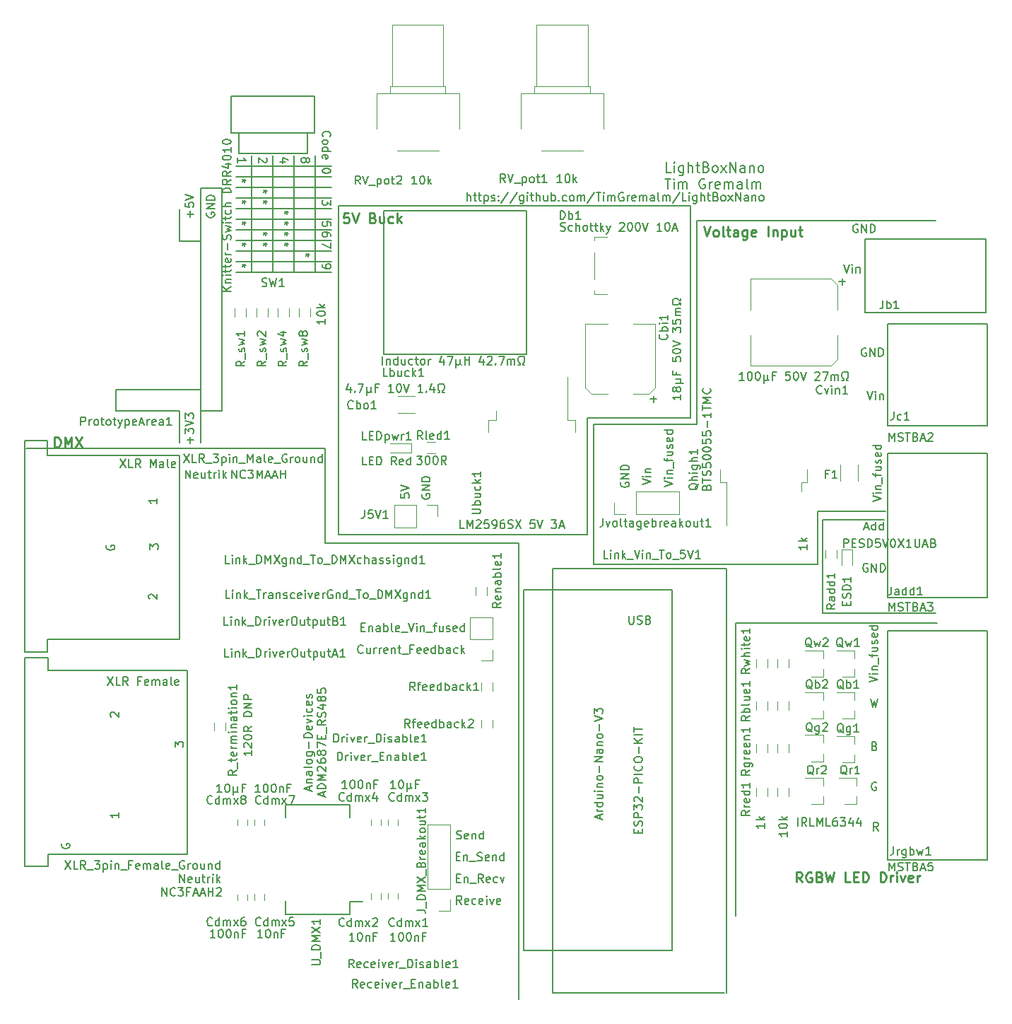
<source format=gbr>
G04 #@! TF.GenerationSoftware,KiCad,Pcbnew,(5.1.5)-2*
G04 #@! TF.CreationDate,2020-04-13T19:32:36+02:00*
G04 #@! TF.ProjectId,LightBoxNano,4c696768-7442-46f7-984e-616e6f2e6b69,rev?*
G04 #@! TF.SameCoordinates,Original*
G04 #@! TF.FileFunction,Legend,Top*
G04 #@! TF.FilePolarity,Positive*
%FSLAX46Y46*%
G04 Gerber Fmt 4.6, Leading zero omitted, Abs format (unit mm)*
G04 Created by KiCad (PCBNEW (5.1.5)-2) date 2020-04-13 19:32:36*
%MOMM*%
%LPD*%
G04 APERTURE LIST*
%ADD10C,0.150000*%
%ADD11C,0.250000*%
%ADD12C,0.120000*%
G04 APERTURE END LIST*
D10*
X110490000Y-45720000D02*
X113030000Y-45720000D01*
D11*
X182572857Y-128812857D02*
X182172857Y-128241428D01*
X181887142Y-128812857D02*
X181887142Y-127612857D01*
X182344285Y-127612857D01*
X182458571Y-127670000D01*
X182515714Y-127727142D01*
X182572857Y-127841428D01*
X182572857Y-128012857D01*
X182515714Y-128127142D01*
X182458571Y-128184285D01*
X182344285Y-128241428D01*
X181887142Y-128241428D01*
X183715714Y-127670000D02*
X183601428Y-127612857D01*
X183430000Y-127612857D01*
X183258571Y-127670000D01*
X183144285Y-127784285D01*
X183087142Y-127898571D01*
X183030000Y-128127142D01*
X183030000Y-128298571D01*
X183087142Y-128527142D01*
X183144285Y-128641428D01*
X183258571Y-128755714D01*
X183430000Y-128812857D01*
X183544285Y-128812857D01*
X183715714Y-128755714D01*
X183772857Y-128698571D01*
X183772857Y-128298571D01*
X183544285Y-128298571D01*
X184687142Y-128184285D02*
X184858571Y-128241428D01*
X184915714Y-128298571D01*
X184972857Y-128412857D01*
X184972857Y-128584285D01*
X184915714Y-128698571D01*
X184858571Y-128755714D01*
X184744285Y-128812857D01*
X184287142Y-128812857D01*
X184287142Y-127612857D01*
X184687142Y-127612857D01*
X184801428Y-127670000D01*
X184858571Y-127727142D01*
X184915714Y-127841428D01*
X184915714Y-127955714D01*
X184858571Y-128070000D01*
X184801428Y-128127142D01*
X184687142Y-128184285D01*
X184287142Y-128184285D01*
X185372857Y-127612857D02*
X185658571Y-128812857D01*
X185887142Y-127955714D01*
X186115714Y-128812857D01*
X186401428Y-127612857D01*
X188344285Y-128812857D02*
X187772857Y-128812857D01*
X187772857Y-127612857D01*
X188744285Y-128184285D02*
X189144285Y-128184285D01*
X189315714Y-128812857D02*
X188744285Y-128812857D01*
X188744285Y-127612857D01*
X189315714Y-127612857D01*
X189830000Y-128812857D02*
X189830000Y-127612857D01*
X190115714Y-127612857D01*
X190287142Y-127670000D01*
X190401428Y-127784285D01*
X190458571Y-127898571D01*
X190515714Y-128127142D01*
X190515714Y-128298571D01*
X190458571Y-128527142D01*
X190401428Y-128641428D01*
X190287142Y-128755714D01*
X190115714Y-128812857D01*
X189830000Y-128812857D01*
X191944285Y-128812857D02*
X191944285Y-127612857D01*
X192230000Y-127612857D01*
X192401428Y-127670000D01*
X192515714Y-127784285D01*
X192572857Y-127898571D01*
X192630000Y-128127142D01*
X192630000Y-128298571D01*
X192572857Y-128527142D01*
X192515714Y-128641428D01*
X192401428Y-128755714D01*
X192230000Y-128812857D01*
X191944285Y-128812857D01*
X193144285Y-128812857D02*
X193144285Y-128012857D01*
X193144285Y-128241428D02*
X193201428Y-128127142D01*
X193258571Y-128070000D01*
X193372857Y-128012857D01*
X193487142Y-128012857D01*
X193887142Y-128812857D02*
X193887142Y-128012857D01*
X193887142Y-127612857D02*
X193830000Y-127670000D01*
X193887142Y-127727142D01*
X193944285Y-127670000D01*
X193887142Y-127612857D01*
X193887142Y-127727142D01*
X194344285Y-128012857D02*
X194630000Y-128812857D01*
X194915714Y-128012857D01*
X195830000Y-128755714D02*
X195715714Y-128812857D01*
X195487142Y-128812857D01*
X195372857Y-128755714D01*
X195315714Y-128641428D01*
X195315714Y-128184285D01*
X195372857Y-128070000D01*
X195487142Y-128012857D01*
X195715714Y-128012857D01*
X195830000Y-128070000D01*
X195887142Y-128184285D01*
X195887142Y-128298571D01*
X195315714Y-128412857D01*
X196401428Y-128812857D02*
X196401428Y-128012857D01*
X196401428Y-128241428D02*
X196458571Y-128127142D01*
X196515714Y-128070000D01*
X196630000Y-128012857D01*
X196744285Y-128012857D01*
X170785714Y-50302857D02*
X171185714Y-51502857D01*
X171585714Y-50302857D01*
X172157142Y-51502857D02*
X172042857Y-51445714D01*
X171985714Y-51388571D01*
X171928571Y-51274285D01*
X171928571Y-50931428D01*
X171985714Y-50817142D01*
X172042857Y-50760000D01*
X172157142Y-50702857D01*
X172328571Y-50702857D01*
X172442857Y-50760000D01*
X172500000Y-50817142D01*
X172557142Y-50931428D01*
X172557142Y-51274285D01*
X172500000Y-51388571D01*
X172442857Y-51445714D01*
X172328571Y-51502857D01*
X172157142Y-51502857D01*
X173242857Y-51502857D02*
X173128571Y-51445714D01*
X173071428Y-51331428D01*
X173071428Y-50302857D01*
X173528571Y-50702857D02*
X173985714Y-50702857D01*
X173700000Y-50302857D02*
X173700000Y-51331428D01*
X173757142Y-51445714D01*
X173871428Y-51502857D01*
X173985714Y-51502857D01*
X174900000Y-51502857D02*
X174900000Y-50874285D01*
X174842857Y-50760000D01*
X174728571Y-50702857D01*
X174500000Y-50702857D01*
X174385714Y-50760000D01*
X174900000Y-51445714D02*
X174785714Y-51502857D01*
X174500000Y-51502857D01*
X174385714Y-51445714D01*
X174328571Y-51331428D01*
X174328571Y-51217142D01*
X174385714Y-51102857D01*
X174500000Y-51045714D01*
X174785714Y-51045714D01*
X174900000Y-50988571D01*
X175985714Y-50702857D02*
X175985714Y-51674285D01*
X175928571Y-51788571D01*
X175871428Y-51845714D01*
X175757142Y-51902857D01*
X175585714Y-51902857D01*
X175471428Y-51845714D01*
X175985714Y-51445714D02*
X175871428Y-51502857D01*
X175642857Y-51502857D01*
X175528571Y-51445714D01*
X175471428Y-51388571D01*
X175414285Y-51274285D01*
X175414285Y-50931428D01*
X175471428Y-50817142D01*
X175528571Y-50760000D01*
X175642857Y-50702857D01*
X175871428Y-50702857D01*
X175985714Y-50760000D01*
X177014285Y-51445714D02*
X176900000Y-51502857D01*
X176671428Y-51502857D01*
X176557142Y-51445714D01*
X176500000Y-51331428D01*
X176500000Y-50874285D01*
X176557142Y-50760000D01*
X176671428Y-50702857D01*
X176900000Y-50702857D01*
X177014285Y-50760000D01*
X177071428Y-50874285D01*
X177071428Y-50988571D01*
X176500000Y-51102857D01*
X178500000Y-51502857D02*
X178500000Y-50302857D01*
X179071428Y-50702857D02*
X179071428Y-51502857D01*
X179071428Y-50817142D02*
X179128571Y-50760000D01*
X179242857Y-50702857D01*
X179414285Y-50702857D01*
X179528571Y-50760000D01*
X179585714Y-50874285D01*
X179585714Y-51502857D01*
X180157142Y-50702857D02*
X180157142Y-51902857D01*
X180157142Y-50760000D02*
X180271428Y-50702857D01*
X180500000Y-50702857D01*
X180614285Y-50760000D01*
X180671428Y-50817142D01*
X180728571Y-50931428D01*
X180728571Y-51274285D01*
X180671428Y-51388571D01*
X180614285Y-51445714D01*
X180500000Y-51502857D01*
X180271428Y-51502857D01*
X180157142Y-51445714D01*
X181757142Y-50702857D02*
X181757142Y-51502857D01*
X181242857Y-50702857D02*
X181242857Y-51331428D01*
X181300000Y-51445714D01*
X181414285Y-51502857D01*
X181585714Y-51502857D01*
X181700000Y-51445714D01*
X181757142Y-51388571D01*
X182157142Y-50702857D02*
X182614285Y-50702857D01*
X182328571Y-50302857D02*
X182328571Y-51331428D01*
X182385714Y-51445714D01*
X182500000Y-51502857D01*
X182614285Y-51502857D01*
X93043571Y-76742857D02*
X93043571Y-75542857D01*
X93329285Y-75542857D01*
X93500714Y-75600000D01*
X93615000Y-75714285D01*
X93672142Y-75828571D01*
X93729285Y-76057142D01*
X93729285Y-76228571D01*
X93672142Y-76457142D01*
X93615000Y-76571428D01*
X93500714Y-76685714D01*
X93329285Y-76742857D01*
X93043571Y-76742857D01*
X94243571Y-76742857D02*
X94243571Y-75542857D01*
X94643571Y-76400000D01*
X95043571Y-75542857D01*
X95043571Y-76742857D01*
X95500714Y-75542857D02*
X96300714Y-76742857D01*
X96300714Y-75542857D02*
X95500714Y-76742857D01*
X128251428Y-48702857D02*
X127680000Y-48702857D01*
X127622857Y-49274285D01*
X127680000Y-49217142D01*
X127794285Y-49160000D01*
X128080000Y-49160000D01*
X128194285Y-49217142D01*
X128251428Y-49274285D01*
X128308571Y-49388571D01*
X128308571Y-49674285D01*
X128251428Y-49788571D01*
X128194285Y-49845714D01*
X128080000Y-49902857D01*
X127794285Y-49902857D01*
X127680000Y-49845714D01*
X127622857Y-49788571D01*
X128651428Y-48702857D02*
X129051428Y-49902857D01*
X129451428Y-48702857D01*
X131165714Y-49274285D02*
X131337142Y-49331428D01*
X131394285Y-49388571D01*
X131451428Y-49502857D01*
X131451428Y-49674285D01*
X131394285Y-49788571D01*
X131337142Y-49845714D01*
X131222857Y-49902857D01*
X130765714Y-49902857D01*
X130765714Y-48702857D01*
X131165714Y-48702857D01*
X131280000Y-48760000D01*
X131337142Y-48817142D01*
X131394285Y-48931428D01*
X131394285Y-49045714D01*
X131337142Y-49160000D01*
X131280000Y-49217142D01*
X131165714Y-49274285D01*
X130765714Y-49274285D01*
X132480000Y-49102857D02*
X132480000Y-49902857D01*
X131965714Y-49102857D02*
X131965714Y-49731428D01*
X132022857Y-49845714D01*
X132137142Y-49902857D01*
X132308571Y-49902857D01*
X132422857Y-49845714D01*
X132480000Y-49788571D01*
X133565714Y-49845714D02*
X133451428Y-49902857D01*
X133222857Y-49902857D01*
X133108571Y-49845714D01*
X133051428Y-49788571D01*
X132994285Y-49674285D01*
X132994285Y-49331428D01*
X133051428Y-49217142D01*
X133108571Y-49160000D01*
X133222857Y-49102857D01*
X133451428Y-49102857D01*
X133565714Y-49160000D01*
X134080000Y-49902857D02*
X134080000Y-48702857D01*
X134194285Y-49445714D02*
X134537142Y-49902857D01*
X134537142Y-49102857D02*
X134080000Y-49560000D01*
D10*
X142441904Y-47252380D02*
X142441904Y-46252380D01*
X142870476Y-47252380D02*
X142870476Y-46728571D01*
X142822857Y-46633333D01*
X142727619Y-46585714D01*
X142584761Y-46585714D01*
X142489523Y-46633333D01*
X142441904Y-46680952D01*
X143203809Y-46585714D02*
X143584761Y-46585714D01*
X143346666Y-46252380D02*
X143346666Y-47109523D01*
X143394285Y-47204761D01*
X143489523Y-47252380D01*
X143584761Y-47252380D01*
X143775238Y-46585714D02*
X144156190Y-46585714D01*
X143918095Y-46252380D02*
X143918095Y-47109523D01*
X143965714Y-47204761D01*
X144060952Y-47252380D01*
X144156190Y-47252380D01*
X144489523Y-46585714D02*
X144489523Y-47585714D01*
X144489523Y-46633333D02*
X144584761Y-46585714D01*
X144775238Y-46585714D01*
X144870476Y-46633333D01*
X144918095Y-46680952D01*
X144965714Y-46776190D01*
X144965714Y-47061904D01*
X144918095Y-47157142D01*
X144870476Y-47204761D01*
X144775238Y-47252380D01*
X144584761Y-47252380D01*
X144489523Y-47204761D01*
X145346666Y-47204761D02*
X145441904Y-47252380D01*
X145632380Y-47252380D01*
X145727619Y-47204761D01*
X145775238Y-47109523D01*
X145775238Y-47061904D01*
X145727619Y-46966666D01*
X145632380Y-46919047D01*
X145489523Y-46919047D01*
X145394285Y-46871428D01*
X145346666Y-46776190D01*
X145346666Y-46728571D01*
X145394285Y-46633333D01*
X145489523Y-46585714D01*
X145632380Y-46585714D01*
X145727619Y-46633333D01*
X146203809Y-47157142D02*
X146251428Y-47204761D01*
X146203809Y-47252380D01*
X146156190Y-47204761D01*
X146203809Y-47157142D01*
X146203809Y-47252380D01*
X146203809Y-46633333D02*
X146251428Y-46680952D01*
X146203809Y-46728571D01*
X146156190Y-46680952D01*
X146203809Y-46633333D01*
X146203809Y-46728571D01*
X147394285Y-46204761D02*
X146537142Y-47490476D01*
X148441904Y-46204761D02*
X147584761Y-47490476D01*
X149203809Y-46585714D02*
X149203809Y-47395238D01*
X149156190Y-47490476D01*
X149108571Y-47538095D01*
X149013333Y-47585714D01*
X148870476Y-47585714D01*
X148775238Y-47538095D01*
X149203809Y-47204761D02*
X149108571Y-47252380D01*
X148918095Y-47252380D01*
X148822857Y-47204761D01*
X148775238Y-47157142D01*
X148727619Y-47061904D01*
X148727619Y-46776190D01*
X148775238Y-46680952D01*
X148822857Y-46633333D01*
X148918095Y-46585714D01*
X149108571Y-46585714D01*
X149203809Y-46633333D01*
X149680000Y-47252380D02*
X149680000Y-46585714D01*
X149680000Y-46252380D02*
X149632380Y-46300000D01*
X149680000Y-46347619D01*
X149727619Y-46300000D01*
X149680000Y-46252380D01*
X149680000Y-46347619D01*
X150013333Y-46585714D02*
X150394285Y-46585714D01*
X150156190Y-46252380D02*
X150156190Y-47109523D01*
X150203809Y-47204761D01*
X150299047Y-47252380D01*
X150394285Y-47252380D01*
X150727619Y-47252380D02*
X150727619Y-46252380D01*
X151156190Y-47252380D02*
X151156190Y-46728571D01*
X151108571Y-46633333D01*
X151013333Y-46585714D01*
X150870476Y-46585714D01*
X150775238Y-46633333D01*
X150727619Y-46680952D01*
X152060952Y-46585714D02*
X152060952Y-47252380D01*
X151632380Y-46585714D02*
X151632380Y-47109523D01*
X151680000Y-47204761D01*
X151775238Y-47252380D01*
X151918095Y-47252380D01*
X152013333Y-47204761D01*
X152060952Y-47157142D01*
X152537142Y-47252380D02*
X152537142Y-46252380D01*
X152537142Y-46633333D02*
X152632380Y-46585714D01*
X152822857Y-46585714D01*
X152918095Y-46633333D01*
X152965714Y-46680952D01*
X153013333Y-46776190D01*
X153013333Y-47061904D01*
X152965714Y-47157142D01*
X152918095Y-47204761D01*
X152822857Y-47252380D01*
X152632380Y-47252380D01*
X152537142Y-47204761D01*
X153441904Y-47157142D02*
X153489523Y-47204761D01*
X153441904Y-47252380D01*
X153394285Y-47204761D01*
X153441904Y-47157142D01*
X153441904Y-47252380D01*
X154346666Y-47204761D02*
X154251428Y-47252380D01*
X154060952Y-47252380D01*
X153965714Y-47204761D01*
X153918095Y-47157142D01*
X153870476Y-47061904D01*
X153870476Y-46776190D01*
X153918095Y-46680952D01*
X153965714Y-46633333D01*
X154060952Y-46585714D01*
X154251428Y-46585714D01*
X154346666Y-46633333D01*
X154918095Y-47252380D02*
X154822857Y-47204761D01*
X154775238Y-47157142D01*
X154727619Y-47061904D01*
X154727619Y-46776190D01*
X154775238Y-46680952D01*
X154822857Y-46633333D01*
X154918095Y-46585714D01*
X155060952Y-46585714D01*
X155156190Y-46633333D01*
X155203809Y-46680952D01*
X155251428Y-46776190D01*
X155251428Y-47061904D01*
X155203809Y-47157142D01*
X155156190Y-47204761D01*
X155060952Y-47252380D01*
X154918095Y-47252380D01*
X155680000Y-47252380D02*
X155680000Y-46585714D01*
X155680000Y-46680952D02*
X155727619Y-46633333D01*
X155822857Y-46585714D01*
X155965714Y-46585714D01*
X156060952Y-46633333D01*
X156108571Y-46728571D01*
X156108571Y-47252380D01*
X156108571Y-46728571D02*
X156156190Y-46633333D01*
X156251428Y-46585714D01*
X156394285Y-46585714D01*
X156489523Y-46633333D01*
X156537142Y-46728571D01*
X156537142Y-47252380D01*
X157727619Y-46204761D02*
X156870476Y-47490476D01*
X157918095Y-46252380D02*
X158489523Y-46252380D01*
X158203809Y-47252380D02*
X158203809Y-46252380D01*
X158822857Y-47252380D02*
X158822857Y-46585714D01*
X158822857Y-46252380D02*
X158775238Y-46300000D01*
X158822857Y-46347619D01*
X158870476Y-46300000D01*
X158822857Y-46252380D01*
X158822857Y-46347619D01*
X159299047Y-47252380D02*
X159299047Y-46585714D01*
X159299047Y-46680952D02*
X159346666Y-46633333D01*
X159441904Y-46585714D01*
X159584761Y-46585714D01*
X159680000Y-46633333D01*
X159727619Y-46728571D01*
X159727619Y-47252380D01*
X159727619Y-46728571D02*
X159775238Y-46633333D01*
X159870476Y-46585714D01*
X160013333Y-46585714D01*
X160108571Y-46633333D01*
X160156190Y-46728571D01*
X160156190Y-47252380D01*
X161156190Y-46300000D02*
X161060952Y-46252380D01*
X160918095Y-46252380D01*
X160775238Y-46300000D01*
X160680000Y-46395238D01*
X160632380Y-46490476D01*
X160584761Y-46680952D01*
X160584761Y-46823809D01*
X160632380Y-47014285D01*
X160680000Y-47109523D01*
X160775238Y-47204761D01*
X160918095Y-47252380D01*
X161013333Y-47252380D01*
X161156190Y-47204761D01*
X161203809Y-47157142D01*
X161203809Y-46823809D01*
X161013333Y-46823809D01*
X161632380Y-47252380D02*
X161632380Y-46585714D01*
X161632380Y-46776190D02*
X161680000Y-46680952D01*
X161727619Y-46633333D01*
X161822857Y-46585714D01*
X161918095Y-46585714D01*
X162632380Y-47204761D02*
X162537142Y-47252380D01*
X162346666Y-47252380D01*
X162251428Y-47204761D01*
X162203809Y-47109523D01*
X162203809Y-46728571D01*
X162251428Y-46633333D01*
X162346666Y-46585714D01*
X162537142Y-46585714D01*
X162632380Y-46633333D01*
X162680000Y-46728571D01*
X162680000Y-46823809D01*
X162203809Y-46919047D01*
X163108571Y-47252380D02*
X163108571Y-46585714D01*
X163108571Y-46680952D02*
X163156190Y-46633333D01*
X163251428Y-46585714D01*
X163394285Y-46585714D01*
X163489523Y-46633333D01*
X163537142Y-46728571D01*
X163537142Y-47252380D01*
X163537142Y-46728571D02*
X163584761Y-46633333D01*
X163680000Y-46585714D01*
X163822857Y-46585714D01*
X163918095Y-46633333D01*
X163965714Y-46728571D01*
X163965714Y-47252380D01*
X164870476Y-47252380D02*
X164870476Y-46728571D01*
X164822857Y-46633333D01*
X164727619Y-46585714D01*
X164537142Y-46585714D01*
X164441904Y-46633333D01*
X164870476Y-47204761D02*
X164775238Y-47252380D01*
X164537142Y-47252380D01*
X164441904Y-47204761D01*
X164394285Y-47109523D01*
X164394285Y-47014285D01*
X164441904Y-46919047D01*
X164537142Y-46871428D01*
X164775238Y-46871428D01*
X164870476Y-46823809D01*
X165489523Y-47252380D02*
X165394285Y-47204761D01*
X165346666Y-47109523D01*
X165346666Y-46252380D01*
X165870476Y-47252380D02*
X165870476Y-46585714D01*
X165870476Y-46680952D02*
X165918095Y-46633333D01*
X166013333Y-46585714D01*
X166156190Y-46585714D01*
X166251428Y-46633333D01*
X166299047Y-46728571D01*
X166299047Y-47252380D01*
X166299047Y-46728571D02*
X166346666Y-46633333D01*
X166441904Y-46585714D01*
X166584761Y-46585714D01*
X166680000Y-46633333D01*
X166727619Y-46728571D01*
X166727619Y-47252380D01*
X167918095Y-46204761D02*
X167060952Y-47490476D01*
X168727619Y-47252380D02*
X168251428Y-47252380D01*
X168251428Y-46252380D01*
X169060952Y-47252380D02*
X169060952Y-46585714D01*
X169060952Y-46252380D02*
X169013333Y-46300000D01*
X169060952Y-46347619D01*
X169108571Y-46300000D01*
X169060952Y-46252380D01*
X169060952Y-46347619D01*
X169965714Y-46585714D02*
X169965714Y-47395238D01*
X169918095Y-47490476D01*
X169870476Y-47538095D01*
X169775238Y-47585714D01*
X169632380Y-47585714D01*
X169537142Y-47538095D01*
X169965714Y-47204761D02*
X169870476Y-47252380D01*
X169680000Y-47252380D01*
X169584761Y-47204761D01*
X169537142Y-47157142D01*
X169489523Y-47061904D01*
X169489523Y-46776190D01*
X169537142Y-46680952D01*
X169584761Y-46633333D01*
X169680000Y-46585714D01*
X169870476Y-46585714D01*
X169965714Y-46633333D01*
X170441904Y-47252380D02*
X170441904Y-46252380D01*
X170870476Y-47252380D02*
X170870476Y-46728571D01*
X170822857Y-46633333D01*
X170727619Y-46585714D01*
X170584761Y-46585714D01*
X170489523Y-46633333D01*
X170441904Y-46680952D01*
X171203809Y-46585714D02*
X171584761Y-46585714D01*
X171346666Y-46252380D02*
X171346666Y-47109523D01*
X171394285Y-47204761D01*
X171489523Y-47252380D01*
X171584761Y-47252380D01*
X172251428Y-46728571D02*
X172394285Y-46776190D01*
X172441904Y-46823809D01*
X172489523Y-46919047D01*
X172489523Y-47061904D01*
X172441904Y-47157142D01*
X172394285Y-47204761D01*
X172299047Y-47252380D01*
X171918095Y-47252380D01*
X171918095Y-46252380D01*
X172251428Y-46252380D01*
X172346666Y-46300000D01*
X172394285Y-46347619D01*
X172441904Y-46442857D01*
X172441904Y-46538095D01*
X172394285Y-46633333D01*
X172346666Y-46680952D01*
X172251428Y-46728571D01*
X171918095Y-46728571D01*
X173060952Y-47252380D02*
X172965714Y-47204761D01*
X172918095Y-47157142D01*
X172870476Y-47061904D01*
X172870476Y-46776190D01*
X172918095Y-46680952D01*
X172965714Y-46633333D01*
X173060952Y-46585714D01*
X173203809Y-46585714D01*
X173299047Y-46633333D01*
X173346666Y-46680952D01*
X173394285Y-46776190D01*
X173394285Y-47061904D01*
X173346666Y-47157142D01*
X173299047Y-47204761D01*
X173203809Y-47252380D01*
X173060952Y-47252380D01*
X173727619Y-47252380D02*
X174251428Y-46585714D01*
X173727619Y-46585714D02*
X174251428Y-47252380D01*
X174632380Y-47252380D02*
X174632380Y-46252380D01*
X175203809Y-47252380D01*
X175203809Y-46252380D01*
X176108571Y-47252380D02*
X176108571Y-46728571D01*
X176060952Y-46633333D01*
X175965714Y-46585714D01*
X175775238Y-46585714D01*
X175680000Y-46633333D01*
X176108571Y-47204761D02*
X176013333Y-47252380D01*
X175775238Y-47252380D01*
X175680000Y-47204761D01*
X175632380Y-47109523D01*
X175632380Y-47014285D01*
X175680000Y-46919047D01*
X175775238Y-46871428D01*
X176013333Y-46871428D01*
X176108571Y-46823809D01*
X176584761Y-46585714D02*
X176584761Y-47252380D01*
X176584761Y-46680952D02*
X176632380Y-46633333D01*
X176727619Y-46585714D01*
X176870476Y-46585714D01*
X176965714Y-46633333D01*
X177013333Y-46728571D01*
X177013333Y-47252380D01*
X177632380Y-47252380D02*
X177537142Y-47204761D01*
X177489523Y-47157142D01*
X177441904Y-47061904D01*
X177441904Y-46776190D01*
X177489523Y-46680952D01*
X177537142Y-46633333D01*
X177632380Y-46585714D01*
X177775238Y-46585714D01*
X177870476Y-46633333D01*
X177918095Y-46680952D01*
X177965714Y-46776190D01*
X177965714Y-47061904D01*
X177918095Y-47157142D01*
X177870476Y-47204761D01*
X177775238Y-47252380D01*
X177632380Y-47252380D01*
X125400000Y-88200000D02*
X148600000Y-88200000D01*
X125400000Y-76835000D02*
X125400000Y-88200000D01*
X89620000Y-76835000D02*
X125420000Y-76835000D01*
X148600000Y-88200000D02*
X148600000Y-142800000D01*
X170000000Y-74000000D02*
X170000000Y-49600000D01*
X157600000Y-74000000D02*
X170000000Y-74000000D01*
X157600000Y-90800000D02*
X157600000Y-74000000D01*
X185000000Y-85400000D02*
X192405000Y-85400000D01*
X185000000Y-96600000D02*
X185000000Y-85400000D01*
X184400000Y-90800000D02*
X184400000Y-84400000D01*
X174600000Y-132800000D02*
X174600000Y-97800000D01*
X174600000Y-97800000D02*
X198710000Y-97800000D01*
X198600000Y-96600000D02*
X185000000Y-96600000D01*
X198600000Y-49600000D02*
X170000000Y-49600000D01*
X184400000Y-84400000D02*
X192600000Y-84400000D01*
X157600000Y-90800000D02*
X184400000Y-90800000D01*
X156800000Y-73200000D02*
X156800000Y-87200000D01*
X169200000Y-73200000D02*
X156800000Y-73200000D01*
X169200000Y-47800000D02*
X169200000Y-73200000D01*
X127000000Y-47800000D02*
X169200000Y-47800000D01*
X127000000Y-87200000D02*
X127000000Y-47800000D01*
X127000000Y-87200000D02*
X156800000Y-87200000D01*
X166874642Y-43827857D02*
X166303214Y-43827857D01*
X166303214Y-42627857D01*
X167274642Y-43827857D02*
X167274642Y-43027857D01*
X167274642Y-42627857D02*
X167217500Y-42685000D01*
X167274642Y-42742142D01*
X167331785Y-42685000D01*
X167274642Y-42627857D01*
X167274642Y-42742142D01*
X168360357Y-43027857D02*
X168360357Y-43999285D01*
X168303214Y-44113571D01*
X168246071Y-44170714D01*
X168131785Y-44227857D01*
X167960357Y-44227857D01*
X167846071Y-44170714D01*
X168360357Y-43770714D02*
X168246071Y-43827857D01*
X168017500Y-43827857D01*
X167903214Y-43770714D01*
X167846071Y-43713571D01*
X167788928Y-43599285D01*
X167788928Y-43256428D01*
X167846071Y-43142142D01*
X167903214Y-43085000D01*
X168017500Y-43027857D01*
X168246071Y-43027857D01*
X168360357Y-43085000D01*
X168931785Y-43827857D02*
X168931785Y-42627857D01*
X169446071Y-43827857D02*
X169446071Y-43199285D01*
X169388928Y-43085000D01*
X169274642Y-43027857D01*
X169103214Y-43027857D01*
X168988928Y-43085000D01*
X168931785Y-43142142D01*
X169846071Y-43027857D02*
X170303214Y-43027857D01*
X170017500Y-42627857D02*
X170017500Y-43656428D01*
X170074642Y-43770714D01*
X170188928Y-43827857D01*
X170303214Y-43827857D01*
X171103214Y-43199285D02*
X171274642Y-43256428D01*
X171331785Y-43313571D01*
X171388928Y-43427857D01*
X171388928Y-43599285D01*
X171331785Y-43713571D01*
X171274642Y-43770714D01*
X171160357Y-43827857D01*
X170703214Y-43827857D01*
X170703214Y-42627857D01*
X171103214Y-42627857D01*
X171217500Y-42685000D01*
X171274642Y-42742142D01*
X171331785Y-42856428D01*
X171331785Y-42970714D01*
X171274642Y-43085000D01*
X171217500Y-43142142D01*
X171103214Y-43199285D01*
X170703214Y-43199285D01*
X172074642Y-43827857D02*
X171960357Y-43770714D01*
X171903214Y-43713571D01*
X171846071Y-43599285D01*
X171846071Y-43256428D01*
X171903214Y-43142142D01*
X171960357Y-43085000D01*
X172074642Y-43027857D01*
X172246071Y-43027857D01*
X172360357Y-43085000D01*
X172417500Y-43142142D01*
X172474642Y-43256428D01*
X172474642Y-43599285D01*
X172417500Y-43713571D01*
X172360357Y-43770714D01*
X172246071Y-43827857D01*
X172074642Y-43827857D01*
X172874642Y-43827857D02*
X173503214Y-43027857D01*
X172874642Y-43027857D02*
X173503214Y-43827857D01*
X173960357Y-43827857D02*
X173960357Y-42627857D01*
X174646071Y-43827857D01*
X174646071Y-42627857D01*
X175731785Y-43827857D02*
X175731785Y-43199285D01*
X175674642Y-43085000D01*
X175560357Y-43027857D01*
X175331785Y-43027857D01*
X175217500Y-43085000D01*
X175731785Y-43770714D02*
X175617500Y-43827857D01*
X175331785Y-43827857D01*
X175217500Y-43770714D01*
X175160357Y-43656428D01*
X175160357Y-43542142D01*
X175217500Y-43427857D01*
X175331785Y-43370714D01*
X175617500Y-43370714D01*
X175731785Y-43313571D01*
X176303214Y-43027857D02*
X176303214Y-43827857D01*
X176303214Y-43142142D02*
X176360357Y-43085000D01*
X176474642Y-43027857D01*
X176646071Y-43027857D01*
X176760357Y-43085000D01*
X176817500Y-43199285D01*
X176817500Y-43827857D01*
X177560357Y-43827857D02*
X177446071Y-43770714D01*
X177388928Y-43713571D01*
X177331785Y-43599285D01*
X177331785Y-43256428D01*
X177388928Y-43142142D01*
X177446071Y-43085000D01*
X177560357Y-43027857D01*
X177731785Y-43027857D01*
X177846071Y-43085000D01*
X177903214Y-43142142D01*
X177960357Y-43256428D01*
X177960357Y-43599285D01*
X177903214Y-43713571D01*
X177846071Y-43770714D01*
X177731785Y-43827857D01*
X177560357Y-43827857D01*
X166131785Y-44577857D02*
X166817500Y-44577857D01*
X166474642Y-45777857D02*
X166474642Y-44577857D01*
X167217500Y-45777857D02*
X167217500Y-44977857D01*
X167217500Y-44577857D02*
X167160357Y-44635000D01*
X167217500Y-44692142D01*
X167274642Y-44635000D01*
X167217500Y-44577857D01*
X167217500Y-44692142D01*
X167788928Y-45777857D02*
X167788928Y-44977857D01*
X167788928Y-45092142D02*
X167846071Y-45035000D01*
X167960357Y-44977857D01*
X168131785Y-44977857D01*
X168246071Y-45035000D01*
X168303214Y-45149285D01*
X168303214Y-45777857D01*
X168303214Y-45149285D02*
X168360357Y-45035000D01*
X168474642Y-44977857D01*
X168646071Y-44977857D01*
X168760357Y-45035000D01*
X168817500Y-45149285D01*
X168817500Y-45777857D01*
X170931785Y-44635000D02*
X170817500Y-44577857D01*
X170646071Y-44577857D01*
X170474642Y-44635000D01*
X170360357Y-44749285D01*
X170303214Y-44863571D01*
X170246071Y-45092142D01*
X170246071Y-45263571D01*
X170303214Y-45492142D01*
X170360357Y-45606428D01*
X170474642Y-45720714D01*
X170646071Y-45777857D01*
X170760357Y-45777857D01*
X170931785Y-45720714D01*
X170988928Y-45663571D01*
X170988928Y-45263571D01*
X170760357Y-45263571D01*
X171503214Y-45777857D02*
X171503214Y-44977857D01*
X171503214Y-45206428D02*
X171560357Y-45092142D01*
X171617500Y-45035000D01*
X171731785Y-44977857D01*
X171846071Y-44977857D01*
X172703214Y-45720714D02*
X172588928Y-45777857D01*
X172360357Y-45777857D01*
X172246071Y-45720714D01*
X172188928Y-45606428D01*
X172188928Y-45149285D01*
X172246071Y-45035000D01*
X172360357Y-44977857D01*
X172588928Y-44977857D01*
X172703214Y-45035000D01*
X172760357Y-45149285D01*
X172760357Y-45263571D01*
X172188928Y-45377857D01*
X173274642Y-45777857D02*
X173274642Y-44977857D01*
X173274642Y-45092142D02*
X173331785Y-45035000D01*
X173446071Y-44977857D01*
X173617500Y-44977857D01*
X173731785Y-45035000D01*
X173788928Y-45149285D01*
X173788928Y-45777857D01*
X173788928Y-45149285D02*
X173846071Y-45035000D01*
X173960357Y-44977857D01*
X174131785Y-44977857D01*
X174246071Y-45035000D01*
X174303214Y-45149285D01*
X174303214Y-45777857D01*
X175388928Y-45777857D02*
X175388928Y-45149285D01*
X175331785Y-45035000D01*
X175217500Y-44977857D01*
X174988928Y-44977857D01*
X174874642Y-45035000D01*
X175388928Y-45720714D02*
X175274642Y-45777857D01*
X174988928Y-45777857D01*
X174874642Y-45720714D01*
X174817500Y-45606428D01*
X174817500Y-45492142D01*
X174874642Y-45377857D01*
X174988928Y-45320714D01*
X175274642Y-45320714D01*
X175388928Y-45263571D01*
X176131785Y-45777857D02*
X176017500Y-45720714D01*
X175960357Y-45606428D01*
X175960357Y-44577857D01*
X176588928Y-45777857D02*
X176588928Y-44977857D01*
X176588928Y-45092142D02*
X176646071Y-45035000D01*
X176760357Y-44977857D01*
X176931785Y-44977857D01*
X177046071Y-45035000D01*
X177103214Y-45149285D01*
X177103214Y-45777857D01*
X177103214Y-45149285D02*
X177160357Y-45035000D01*
X177274642Y-44977857D01*
X177446071Y-44977857D01*
X177560357Y-45035000D01*
X177617500Y-45149285D01*
X177617500Y-45777857D01*
X123581666Y-117808095D02*
X123581666Y-117331904D01*
X123867380Y-117903333D02*
X122867380Y-117570000D01*
X123867380Y-117236666D01*
X123200714Y-116903333D02*
X123867380Y-116903333D01*
X123295952Y-116903333D02*
X123248333Y-116855714D01*
X123200714Y-116760476D01*
X123200714Y-116617619D01*
X123248333Y-116522380D01*
X123343571Y-116474761D01*
X123867380Y-116474761D01*
X123867380Y-115570000D02*
X123343571Y-115570000D01*
X123248333Y-115617619D01*
X123200714Y-115712857D01*
X123200714Y-115903333D01*
X123248333Y-115998571D01*
X123819761Y-115570000D02*
X123867380Y-115665238D01*
X123867380Y-115903333D01*
X123819761Y-115998571D01*
X123724523Y-116046190D01*
X123629285Y-116046190D01*
X123534047Y-115998571D01*
X123486428Y-115903333D01*
X123486428Y-115665238D01*
X123438809Y-115570000D01*
X123867380Y-114950952D02*
X123819761Y-115046190D01*
X123724523Y-115093809D01*
X122867380Y-115093809D01*
X123867380Y-114427142D02*
X123819761Y-114522380D01*
X123772142Y-114570000D01*
X123676904Y-114617619D01*
X123391190Y-114617619D01*
X123295952Y-114570000D01*
X123248333Y-114522380D01*
X123200714Y-114427142D01*
X123200714Y-114284285D01*
X123248333Y-114189047D01*
X123295952Y-114141428D01*
X123391190Y-114093809D01*
X123676904Y-114093809D01*
X123772142Y-114141428D01*
X123819761Y-114189047D01*
X123867380Y-114284285D01*
X123867380Y-114427142D01*
X123200714Y-113236666D02*
X124010238Y-113236666D01*
X124105476Y-113284285D01*
X124153095Y-113331904D01*
X124200714Y-113427142D01*
X124200714Y-113570000D01*
X124153095Y-113665238D01*
X123819761Y-113236666D02*
X123867380Y-113331904D01*
X123867380Y-113522380D01*
X123819761Y-113617619D01*
X123772142Y-113665238D01*
X123676904Y-113712857D01*
X123391190Y-113712857D01*
X123295952Y-113665238D01*
X123248333Y-113617619D01*
X123200714Y-113522380D01*
X123200714Y-113331904D01*
X123248333Y-113236666D01*
X123486428Y-112760476D02*
X123486428Y-111998571D01*
X123867380Y-111522380D02*
X122867380Y-111522380D01*
X122867380Y-111284285D01*
X122915000Y-111141428D01*
X123010238Y-111046190D01*
X123105476Y-110998571D01*
X123295952Y-110950952D01*
X123438809Y-110950952D01*
X123629285Y-110998571D01*
X123724523Y-111046190D01*
X123819761Y-111141428D01*
X123867380Y-111284285D01*
X123867380Y-111522380D01*
X123819761Y-110141428D02*
X123867380Y-110236666D01*
X123867380Y-110427142D01*
X123819761Y-110522380D01*
X123724523Y-110570000D01*
X123343571Y-110570000D01*
X123248333Y-110522380D01*
X123200714Y-110427142D01*
X123200714Y-110236666D01*
X123248333Y-110141428D01*
X123343571Y-110093809D01*
X123438809Y-110093809D01*
X123534047Y-110570000D01*
X123200714Y-109760476D02*
X123867380Y-109522380D01*
X123200714Y-109284285D01*
X123867380Y-108903333D02*
X123200714Y-108903333D01*
X122867380Y-108903333D02*
X122915000Y-108950952D01*
X122962619Y-108903333D01*
X122915000Y-108855714D01*
X122867380Y-108903333D01*
X122962619Y-108903333D01*
X123819761Y-107998571D02*
X123867380Y-108093809D01*
X123867380Y-108284285D01*
X123819761Y-108379523D01*
X123772142Y-108427142D01*
X123676904Y-108474761D01*
X123391190Y-108474761D01*
X123295952Y-108427142D01*
X123248333Y-108379523D01*
X123200714Y-108284285D01*
X123200714Y-108093809D01*
X123248333Y-107998571D01*
X123819761Y-107189047D02*
X123867380Y-107284285D01*
X123867380Y-107474761D01*
X123819761Y-107570000D01*
X123724523Y-107617619D01*
X123343571Y-107617619D01*
X123248333Y-107570000D01*
X123200714Y-107474761D01*
X123200714Y-107284285D01*
X123248333Y-107189047D01*
X123343571Y-107141428D01*
X123438809Y-107141428D01*
X123534047Y-107617619D01*
X123819761Y-106760476D02*
X123867380Y-106665238D01*
X123867380Y-106474761D01*
X123819761Y-106379523D01*
X123724523Y-106331904D01*
X123676904Y-106331904D01*
X123581666Y-106379523D01*
X123534047Y-106474761D01*
X123534047Y-106617619D01*
X123486428Y-106712857D01*
X123391190Y-106760476D01*
X123343571Y-106760476D01*
X123248333Y-106712857D01*
X123200714Y-106617619D01*
X123200714Y-106474761D01*
X123248333Y-106379523D01*
X125231666Y-118522380D02*
X125231666Y-118046190D01*
X125517380Y-118617619D02*
X124517380Y-118284285D01*
X125517380Y-117950952D01*
X125517380Y-117617619D02*
X124517380Y-117617619D01*
X124517380Y-117379523D01*
X124565000Y-117236666D01*
X124660238Y-117141428D01*
X124755476Y-117093809D01*
X124945952Y-117046190D01*
X125088809Y-117046190D01*
X125279285Y-117093809D01*
X125374523Y-117141428D01*
X125469761Y-117236666D01*
X125517380Y-117379523D01*
X125517380Y-117617619D01*
X125517380Y-116617619D02*
X124517380Y-116617619D01*
X125231666Y-116284285D01*
X124517380Y-115950952D01*
X125517380Y-115950952D01*
X124612619Y-115522380D02*
X124565000Y-115474761D01*
X124517380Y-115379523D01*
X124517380Y-115141428D01*
X124565000Y-115046190D01*
X124612619Y-114998571D01*
X124707857Y-114950952D01*
X124803095Y-114950952D01*
X124945952Y-114998571D01*
X125517380Y-115570000D01*
X125517380Y-114950952D01*
X124517380Y-114093809D02*
X124517380Y-114284285D01*
X124565000Y-114379523D01*
X124612619Y-114427142D01*
X124755476Y-114522380D01*
X124945952Y-114570000D01*
X125326904Y-114570000D01*
X125422142Y-114522380D01*
X125469761Y-114474761D01*
X125517380Y-114379523D01*
X125517380Y-114189047D01*
X125469761Y-114093809D01*
X125422142Y-114046190D01*
X125326904Y-113998571D01*
X125088809Y-113998571D01*
X124993571Y-114046190D01*
X124945952Y-114093809D01*
X124898333Y-114189047D01*
X124898333Y-114379523D01*
X124945952Y-114474761D01*
X124993571Y-114522380D01*
X125088809Y-114570000D01*
X124945952Y-113427142D02*
X124898333Y-113522380D01*
X124850714Y-113570000D01*
X124755476Y-113617619D01*
X124707857Y-113617619D01*
X124612619Y-113570000D01*
X124565000Y-113522380D01*
X124517380Y-113427142D01*
X124517380Y-113236666D01*
X124565000Y-113141428D01*
X124612619Y-113093809D01*
X124707857Y-113046190D01*
X124755476Y-113046190D01*
X124850714Y-113093809D01*
X124898333Y-113141428D01*
X124945952Y-113236666D01*
X124945952Y-113427142D01*
X124993571Y-113522380D01*
X125041190Y-113570000D01*
X125136428Y-113617619D01*
X125326904Y-113617619D01*
X125422142Y-113570000D01*
X125469761Y-113522380D01*
X125517380Y-113427142D01*
X125517380Y-113236666D01*
X125469761Y-113141428D01*
X125422142Y-113093809D01*
X125326904Y-113046190D01*
X125136428Y-113046190D01*
X125041190Y-113093809D01*
X124993571Y-113141428D01*
X124945952Y-113236666D01*
X124517380Y-112712857D02*
X124517380Y-112046190D01*
X125517380Y-112474761D01*
X124993571Y-111665238D02*
X124993571Y-111331904D01*
X125517380Y-111189047D02*
X125517380Y-111665238D01*
X124517380Y-111665238D01*
X124517380Y-111189047D01*
X125612619Y-110998571D02*
X125612619Y-110236666D01*
X125517380Y-109427142D02*
X125041190Y-109760476D01*
X125517380Y-109998571D02*
X124517380Y-109998571D01*
X124517380Y-109617619D01*
X124565000Y-109522380D01*
X124612619Y-109474761D01*
X124707857Y-109427142D01*
X124850714Y-109427142D01*
X124945952Y-109474761D01*
X124993571Y-109522380D01*
X125041190Y-109617619D01*
X125041190Y-109998571D01*
X125469761Y-109046190D02*
X125517380Y-108903333D01*
X125517380Y-108665238D01*
X125469761Y-108570000D01*
X125422142Y-108522380D01*
X125326904Y-108474761D01*
X125231666Y-108474761D01*
X125136428Y-108522380D01*
X125088809Y-108570000D01*
X125041190Y-108665238D01*
X124993571Y-108855714D01*
X124945952Y-108950952D01*
X124898333Y-108998571D01*
X124803095Y-109046190D01*
X124707857Y-109046190D01*
X124612619Y-108998571D01*
X124565000Y-108950952D01*
X124517380Y-108855714D01*
X124517380Y-108617619D01*
X124565000Y-108474761D01*
X124850714Y-107617619D02*
X125517380Y-107617619D01*
X124469761Y-107855714D02*
X125184047Y-108093809D01*
X125184047Y-107474761D01*
X124945952Y-106950952D02*
X124898333Y-107046190D01*
X124850714Y-107093809D01*
X124755476Y-107141428D01*
X124707857Y-107141428D01*
X124612619Y-107093809D01*
X124565000Y-107046190D01*
X124517380Y-106950952D01*
X124517380Y-106760476D01*
X124565000Y-106665238D01*
X124612619Y-106617619D01*
X124707857Y-106570000D01*
X124755476Y-106570000D01*
X124850714Y-106617619D01*
X124898333Y-106665238D01*
X124945952Y-106760476D01*
X124945952Y-106950952D01*
X124993571Y-107046190D01*
X125041190Y-107093809D01*
X125136428Y-107141428D01*
X125326904Y-107141428D01*
X125422142Y-107093809D01*
X125469761Y-107046190D01*
X125517380Y-106950952D01*
X125517380Y-106760476D01*
X125469761Y-106665238D01*
X125422142Y-106617619D01*
X125326904Y-106570000D01*
X125136428Y-106570000D01*
X125041190Y-106617619D01*
X124993571Y-106665238D01*
X124945952Y-106760476D01*
X124517380Y-105665238D02*
X124517380Y-106141428D01*
X124993571Y-106189047D01*
X124945952Y-106141428D01*
X124898333Y-106046190D01*
X124898333Y-105808095D01*
X124945952Y-105712857D01*
X124993571Y-105665238D01*
X125088809Y-105617619D01*
X125326904Y-105617619D01*
X125422142Y-105665238D01*
X125469761Y-105712857D01*
X125517380Y-105808095D01*
X125517380Y-106046190D01*
X125469761Y-106141428D01*
X125422142Y-106189047D01*
D12*
X144825000Y-93480000D02*
X144825000Y-94480000D01*
X143465000Y-94480000D02*
X143465000Y-93480000D01*
X144100000Y-110355000D02*
X144100000Y-109355000D01*
X145460000Y-109355000D02*
X145460000Y-110355000D01*
X188560000Y-89020000D02*
X187360000Y-89020000D01*
X188560000Y-90870000D02*
X188560000Y-89020000D01*
X187360000Y-90870000D02*
X187360000Y-89020000D01*
D10*
X107950000Y-72390000D02*
X107950000Y-76200000D01*
X100330000Y-72390000D02*
X107950000Y-72390000D01*
X100330000Y-69850000D02*
X100330000Y-72390000D01*
X107950000Y-52070000D02*
X110490000Y-52070000D01*
X107950000Y-48260000D02*
X107950000Y-52070000D01*
X113030000Y-72390000D02*
X110490000Y-72390000D01*
X113030000Y-45720000D02*
X113030000Y-72390000D01*
X110490000Y-45720000D02*
X110490000Y-69850000D01*
X110490000Y-69850000D02*
X110490000Y-76200000D01*
X100330000Y-69850000D02*
X110490000Y-69850000D01*
D12*
X145475000Y-97095000D02*
X142815000Y-97095000D01*
X145475000Y-99695000D02*
X145475000Y-97095000D01*
X142815000Y-99695000D02*
X142815000Y-97095000D01*
X145475000Y-99695000D02*
X142815000Y-99695000D01*
X145475000Y-100965000D02*
X145475000Y-102295000D01*
X145475000Y-102295000D02*
X144145000Y-102295000D01*
D10*
X89484180Y-101259240D02*
X89484180Y-75959240D01*
X92184180Y-99759240D02*
X107984180Y-99759240D01*
X107984180Y-99759240D02*
X107984180Y-77759240D01*
X92184180Y-77759240D02*
X107984180Y-77759240D01*
X89484180Y-101259240D02*
X92184180Y-101259240D01*
X89484180Y-75959240D02*
X92184180Y-75959240D01*
X92184180Y-101259240D02*
X92184180Y-99759240D01*
X92184180Y-77759240D02*
X92184180Y-75959240D01*
X92236160Y-103443720D02*
X92236160Y-101943720D01*
X92236160Y-126943720D02*
X92236160Y-125443720D01*
X89446160Y-101943720D02*
X92236160Y-101943720D01*
X89446160Y-126943720D02*
X92236160Y-126943720D01*
X92236160Y-103443720D02*
X108946160Y-103443720D01*
X108946160Y-125443720D02*
X108946160Y-103443720D01*
X92236160Y-125443720D02*
X108946160Y-125443720D01*
X89446160Y-126943720D02*
X89446160Y-101943720D01*
D12*
X155400000Y-74950000D02*
X155400000Y-73450000D01*
X155400000Y-73450000D02*
X154450000Y-73450000D01*
X154450000Y-73450000D02*
X154450000Y-68325000D01*
X145000000Y-74950000D02*
X145000000Y-73450000D01*
X145000000Y-73450000D02*
X145950000Y-73450000D01*
X145950000Y-73450000D02*
X145950000Y-72350000D01*
D10*
X128424220Y-132657420D02*
X128424220Y-131132420D01*
X120674220Y-132657420D02*
X120674220Y-131052420D01*
X120674220Y-119507420D02*
X120674220Y-121112420D01*
X128424220Y-119507420D02*
X128424220Y-121112420D01*
X128424220Y-132657420D02*
X120674220Y-132657420D01*
X128424220Y-119507420D02*
X120674220Y-119507420D01*
X128424220Y-131132420D02*
X129949220Y-131132420D01*
X116660000Y-41810000D02*
X116660000Y-55780000D01*
X119200000Y-41810000D02*
X119200000Y-55780000D01*
X121740000Y-41810000D02*
X121740000Y-55780000D01*
X124280000Y-41810000D02*
X124280000Y-55780000D01*
X114755000Y-55780000D02*
X126185000Y-55780000D01*
X114755000Y-54510000D02*
X126185000Y-54510000D01*
X114755000Y-53240000D02*
X126185000Y-53240000D01*
X114755000Y-51970000D02*
X126185000Y-51970000D01*
X114755000Y-50700000D02*
X126185000Y-50700000D01*
X114755000Y-49430000D02*
X126185000Y-49430000D01*
X114755000Y-48160000D02*
X126185000Y-48160000D01*
X114755000Y-46890000D02*
X126185000Y-46890000D01*
X114755000Y-45620000D02*
X126185000Y-45620000D01*
X114755000Y-44350000D02*
X126185000Y-44350000D01*
X114755000Y-43080000D02*
X126185000Y-43080000D01*
X123300000Y-39100000D02*
X123300000Y-41600000D01*
X115100000Y-41600000D02*
X123300000Y-41600000D01*
X115100000Y-39100000D02*
X115100000Y-41600000D01*
X114200000Y-34700000D02*
X114200000Y-39100000D01*
X114200000Y-39100000D02*
X124200000Y-39100000D01*
X124200000Y-34700000D02*
X124200000Y-39100000D01*
X114200000Y-34700000D02*
X124200000Y-34700000D01*
D12*
X179649880Y-103123900D02*
X179649880Y-102123900D01*
X181009880Y-102123900D02*
X181009880Y-103123900D01*
X178469880Y-102123900D02*
X178469880Y-103123900D01*
X177109880Y-103123900D02*
X177109880Y-102123900D01*
X131568980Y-38605000D02*
X131568980Y-34340000D01*
X141489980Y-38605000D02*
X141489980Y-34340000D01*
X134024980Y-41260000D02*
X139034980Y-41260000D01*
X131568980Y-34340000D02*
X141489980Y-34340000D01*
X133219980Y-34340000D02*
X133219980Y-33540000D01*
X139839980Y-34340000D02*
X139839980Y-33540000D01*
X133219980Y-34340000D02*
X139839980Y-34340000D01*
X133219980Y-33540000D02*
X139839980Y-33540000D01*
X133469980Y-33540000D02*
X133469980Y-26140000D01*
X139589980Y-33540000D02*
X139589980Y-26140000D01*
X133469980Y-33540000D02*
X139589980Y-33540000D01*
X133469980Y-26140000D02*
X139589980Y-26140000D01*
X148866380Y-38605000D02*
X148866380Y-34340000D01*
X158787380Y-38605000D02*
X158787380Y-34340000D01*
X151322380Y-41260000D02*
X156332380Y-41260000D01*
X148866380Y-34340000D02*
X158787380Y-34340000D01*
X150517380Y-34340000D02*
X150517380Y-33540000D01*
X157137380Y-34340000D02*
X157137380Y-33540000D01*
X150517380Y-34340000D02*
X157137380Y-34340000D01*
X150517380Y-33540000D02*
X157137380Y-33540000D01*
X150767380Y-33540000D02*
X150767380Y-26140000D01*
X156887380Y-33540000D02*
X156887380Y-26140000D01*
X150767380Y-33540000D02*
X156887380Y-33540000D01*
X150767380Y-26140000D02*
X156887380Y-26140000D01*
X179649880Y-118550000D02*
X179649880Y-117550000D01*
X181009880Y-117550000D02*
X181009880Y-118550000D01*
X178469880Y-117533900D02*
X178469880Y-118533900D01*
X177109880Y-118533900D02*
X177109880Y-117533900D01*
X179649880Y-113283900D02*
X179649880Y-112283900D01*
X181009880Y-112283900D02*
X181009880Y-113283900D01*
X178469880Y-112283900D02*
X178469880Y-113283900D01*
X177109880Y-113283900D02*
X177109880Y-112283900D01*
X179649880Y-108203900D02*
X179649880Y-107203900D01*
X181009880Y-107203900D02*
X181009880Y-108203900D01*
X178469880Y-107203900D02*
X178469880Y-108203900D01*
X177109880Y-108203900D02*
X177109880Y-107203900D01*
X185375000Y-90035000D02*
X185375000Y-89035000D01*
X186735000Y-89035000D02*
X186735000Y-90035000D01*
X112120000Y-110700000D02*
X112120000Y-109700000D01*
X113480000Y-109700000D02*
X113480000Y-110700000D01*
X123673180Y-60102980D02*
X123673180Y-61102980D01*
X122313180Y-61102980D02*
X122313180Y-60102980D01*
X121107780Y-60102980D02*
X121107780Y-61102980D01*
X119747780Y-61102980D02*
X119747780Y-60102980D01*
X118593180Y-60102980D02*
X118593180Y-61102980D01*
X117233180Y-61102980D02*
X117233180Y-60102980D01*
X115976980Y-60102980D02*
X115976980Y-61102980D01*
X114616980Y-61102980D02*
X114616980Y-60102980D01*
X185110000Y-104230000D02*
X185110000Y-103300000D01*
X185110000Y-101070000D02*
X185110000Y-102000000D01*
X185110000Y-101070000D02*
X182950000Y-101070000D01*
X185110000Y-104230000D02*
X183650000Y-104230000D01*
X188860000Y-104230000D02*
X188860000Y-103300000D01*
X188860000Y-101070000D02*
X188860000Y-102000000D01*
X188860000Y-101070000D02*
X186700000Y-101070000D01*
X188860000Y-104230000D02*
X187400000Y-104230000D01*
X185110000Y-119480000D02*
X185110000Y-118550000D01*
X185110000Y-116320000D02*
X185110000Y-117250000D01*
X185110000Y-116320000D02*
X182950000Y-116320000D01*
X185110000Y-119480000D02*
X183650000Y-119480000D01*
X189110000Y-119480000D02*
X189110000Y-118550000D01*
X189110000Y-116320000D02*
X189110000Y-117250000D01*
X189110000Y-116320000D02*
X186950000Y-116320000D01*
X189110000Y-119480000D02*
X187650000Y-119480000D01*
X185110000Y-114363900D02*
X185110000Y-113433900D01*
X185110000Y-111203900D02*
X185110000Y-112133900D01*
X185110000Y-111203900D02*
X182950000Y-111203900D01*
X185110000Y-114363900D02*
X183650000Y-114363900D01*
X188860000Y-114480000D02*
X188860000Y-113550000D01*
X188860000Y-111320000D02*
X188860000Y-112250000D01*
X188860000Y-111320000D02*
X186700000Y-111320000D01*
X188860000Y-114480000D02*
X187400000Y-114480000D01*
X185110000Y-109230000D02*
X185110000Y-108300000D01*
X185110000Y-106070000D02*
X185110000Y-107000000D01*
X185110000Y-106070000D02*
X182950000Y-106070000D01*
X185110000Y-109230000D02*
X183650000Y-109230000D01*
X188860000Y-109230000D02*
X188860000Y-108300000D01*
X188860000Y-106070000D02*
X188860000Y-107000000D01*
X188860000Y-106070000D02*
X186700000Y-106070000D01*
X188860000Y-109230000D02*
X187400000Y-109230000D01*
D10*
X166990000Y-93810000D02*
X166990000Y-136990000D01*
X149210000Y-93810000D02*
X166990000Y-93810000D01*
X149210000Y-136990000D02*
X149210000Y-93810000D01*
X166990000Y-136990000D02*
X149210000Y-136990000D01*
X173514000Y-91250000D02*
X173514000Y-142050000D01*
X152686000Y-91250000D02*
X173514000Y-91250000D01*
X152686000Y-142050000D02*
X152686000Y-91250000D01*
X173260000Y-142050000D02*
X152686000Y-142050000D01*
X149580000Y-65580000D02*
X132420000Y-65580000D01*
X132420000Y-65580000D02*
X132420000Y-48420000D01*
X132420000Y-48420000D02*
X149580000Y-48420000D01*
X149580000Y-48420000D02*
X149580000Y-65580000D01*
D12*
X167810000Y-84730000D02*
X167810000Y-82070000D01*
X162670000Y-84730000D02*
X167810000Y-84730000D01*
X162670000Y-82070000D02*
X167810000Y-82070000D01*
X162670000Y-84730000D02*
X162670000Y-82070000D01*
X161400000Y-84730000D02*
X160070000Y-84730000D01*
X160070000Y-84730000D02*
X160070000Y-83400000D01*
D10*
X192800000Y-126140000D02*
X192800000Y-98740000D01*
X192800000Y-98740000D02*
X204800000Y-98740000D01*
X204800000Y-126140000D02*
X204800000Y-98740000D01*
X192800000Y-126140000D02*
X204800000Y-126140000D01*
X192800000Y-74140000D02*
X204800000Y-74140000D01*
X204800000Y-74140000D02*
X204800000Y-61980000D01*
X192800000Y-61980000D02*
X204800000Y-61980000D01*
X192800000Y-74140000D02*
X192800000Y-61980000D01*
X190100000Y-60600000D02*
X190100000Y-51800000D01*
X204600000Y-60600000D02*
X204600000Y-51800000D01*
X190100000Y-60600000D02*
X204600000Y-60600000D01*
X204600000Y-51800000D02*
X190100000Y-51800000D01*
X192800000Y-94740000D02*
X192800000Y-77500000D01*
X192800000Y-77500000D02*
X204800000Y-77500000D01*
X204800000Y-94740000D02*
X204800000Y-77500000D01*
X192800000Y-94740000D02*
X204800000Y-94740000D01*
D12*
X140380000Y-121950000D02*
X137720000Y-121950000D01*
X140380000Y-129630000D02*
X140380000Y-121950000D01*
X137720000Y-129630000D02*
X137720000Y-121950000D01*
X140380000Y-129630000D02*
X137720000Y-129630000D01*
X140380000Y-130900000D02*
X140380000Y-132230000D01*
X140380000Y-132230000D02*
X139050000Y-132230000D01*
X133730000Y-83670000D02*
X133730000Y-86330000D01*
X136330000Y-83670000D02*
X133730000Y-83670000D01*
X136330000Y-86330000D02*
X133730000Y-86330000D01*
X136330000Y-83670000D02*
X136330000Y-86330000D01*
X137600000Y-83670000D02*
X138930000Y-83670000D01*
X138930000Y-83670000D02*
X138930000Y-85000000D01*
X157725000Y-51950000D02*
X157725000Y-51600000D01*
X157725000Y-51600000D02*
X159225000Y-51600000D01*
X157725000Y-56600000D02*
X157725000Y-53400000D01*
X159225000Y-58400000D02*
X157725000Y-58400000D01*
X157725000Y-58400000D02*
X157725000Y-58000000D01*
X186810000Y-66250000D02*
X186810000Y-63360000D01*
X186810000Y-57350000D02*
X186810000Y-60240000D01*
X176390000Y-56590000D02*
X176390000Y-60240000D01*
X176390000Y-67010000D02*
X176390000Y-63360000D01*
X176390000Y-56590000D02*
X186050000Y-56590000D01*
X186050000Y-56590000D02*
X186810000Y-57350000D01*
X186810000Y-66250000D02*
X186050000Y-67010000D01*
X186050000Y-67010000D02*
X176390000Y-67010000D01*
X136166560Y-70593760D02*
X134166560Y-70593760D01*
X134166560Y-72633760D02*
X136166560Y-72633760D01*
X164990000Y-62010000D02*
X162310000Y-62010000D01*
X156610000Y-62010000D02*
X159290000Y-62010000D01*
X157370000Y-70390000D02*
X159290000Y-70390000D01*
X164230000Y-70390000D02*
X162310000Y-70390000D01*
X164990000Y-62010000D02*
X164990000Y-69630000D01*
X164990000Y-69630000D02*
X164230000Y-70390000D01*
X157370000Y-70390000D02*
X156610000Y-69630000D01*
X156610000Y-69630000D02*
X156610000Y-62010000D01*
X132950000Y-130839360D02*
X132950000Y-130139360D01*
X134150000Y-130139360D02*
X134150000Y-130839360D01*
X130950000Y-130854560D02*
X130950000Y-130154560D01*
X132150000Y-130154560D02*
X132150000Y-130854560D01*
X132950000Y-122000000D02*
X132950000Y-121300000D01*
X134150000Y-121300000D02*
X134150000Y-122000000D01*
X130950000Y-122000000D02*
X130950000Y-121300000D01*
X132150000Y-121300000D02*
X132150000Y-122000000D01*
X116982000Y-130950000D02*
X116982000Y-130250000D01*
X118182000Y-130250000D02*
X118182000Y-130950000D01*
X114950000Y-131000000D02*
X114950000Y-130300000D01*
X116150000Y-130300000D02*
X116150000Y-131000000D01*
X116950000Y-122000000D02*
X116950000Y-121300000D01*
X118150000Y-121300000D02*
X118150000Y-122000000D01*
X114950000Y-122000000D02*
X114950000Y-121300000D01*
X116150000Y-121300000D02*
X116150000Y-122000000D01*
X189270000Y-78800000D02*
X189270000Y-80800000D01*
X187130000Y-80800000D02*
X187130000Y-78800000D01*
X135800000Y-77350000D02*
X135800000Y-76250000D01*
X135800000Y-76250000D02*
X133200000Y-76250000D01*
X135800000Y-77350000D02*
X133200000Y-77350000D01*
X172800000Y-79450000D02*
X172800000Y-80950000D01*
X172800000Y-80950000D02*
X173490000Y-80950000D01*
X173490000Y-80950000D02*
X173490000Y-86075000D01*
X183200000Y-79450000D02*
X183200000Y-80950000D01*
X183200000Y-80950000D02*
X182510000Y-80950000D01*
X182510000Y-80950000D02*
X182510000Y-82050000D01*
X145460000Y-104910000D02*
X145460000Y-105910000D01*
X144100000Y-105910000D02*
X144100000Y-104910000D01*
X138600000Y-77480000D02*
X137600000Y-77480000D01*
X137600000Y-76120000D02*
X138600000Y-76120000D01*
D10*
X146502380Y-95352857D02*
X146026190Y-95686190D01*
X146502380Y-95924285D02*
X145502380Y-95924285D01*
X145502380Y-95543333D01*
X145550000Y-95448095D01*
X145597619Y-95400476D01*
X145692857Y-95352857D01*
X145835714Y-95352857D01*
X145930952Y-95400476D01*
X145978571Y-95448095D01*
X146026190Y-95543333D01*
X146026190Y-95924285D01*
X146454761Y-94543333D02*
X146502380Y-94638571D01*
X146502380Y-94829047D01*
X146454761Y-94924285D01*
X146359523Y-94971904D01*
X145978571Y-94971904D01*
X145883333Y-94924285D01*
X145835714Y-94829047D01*
X145835714Y-94638571D01*
X145883333Y-94543333D01*
X145978571Y-94495714D01*
X146073809Y-94495714D01*
X146169047Y-94971904D01*
X145835714Y-94067142D02*
X146502380Y-94067142D01*
X145930952Y-94067142D02*
X145883333Y-94019523D01*
X145835714Y-93924285D01*
X145835714Y-93781428D01*
X145883333Y-93686190D01*
X145978571Y-93638571D01*
X146502380Y-93638571D01*
X146502380Y-92733809D02*
X145978571Y-92733809D01*
X145883333Y-92781428D01*
X145835714Y-92876666D01*
X145835714Y-93067142D01*
X145883333Y-93162380D01*
X146454761Y-92733809D02*
X146502380Y-92829047D01*
X146502380Y-93067142D01*
X146454761Y-93162380D01*
X146359523Y-93210000D01*
X146264285Y-93210000D01*
X146169047Y-93162380D01*
X146121428Y-93067142D01*
X146121428Y-92829047D01*
X146073809Y-92733809D01*
X146502380Y-92257619D02*
X145502380Y-92257619D01*
X145883333Y-92257619D02*
X145835714Y-92162380D01*
X145835714Y-91971904D01*
X145883333Y-91876666D01*
X145930952Y-91829047D01*
X146026190Y-91781428D01*
X146311904Y-91781428D01*
X146407142Y-91829047D01*
X146454761Y-91876666D01*
X146502380Y-91971904D01*
X146502380Y-92162380D01*
X146454761Y-92257619D01*
X146502380Y-91210000D02*
X146454761Y-91305238D01*
X146359523Y-91352857D01*
X145502380Y-91352857D01*
X146454761Y-90448095D02*
X146502380Y-90543333D01*
X146502380Y-90733809D01*
X146454761Y-90829047D01*
X146359523Y-90876666D01*
X145978571Y-90876666D01*
X145883333Y-90829047D01*
X145835714Y-90733809D01*
X145835714Y-90543333D01*
X145883333Y-90448095D01*
X145978571Y-90400476D01*
X146073809Y-90400476D01*
X146169047Y-90876666D01*
X146502380Y-89448095D02*
X146502380Y-90019523D01*
X146502380Y-89733809D02*
X145502380Y-89733809D01*
X145645238Y-89829047D01*
X145740476Y-89924285D01*
X145788095Y-90019523D01*
X135565000Y-110307380D02*
X135231666Y-109831190D01*
X134993571Y-110307380D02*
X134993571Y-109307380D01*
X135374523Y-109307380D01*
X135469761Y-109355000D01*
X135517380Y-109402619D01*
X135565000Y-109497857D01*
X135565000Y-109640714D01*
X135517380Y-109735952D01*
X135469761Y-109783571D01*
X135374523Y-109831190D01*
X134993571Y-109831190D01*
X135850714Y-109640714D02*
X136231666Y-109640714D01*
X135993571Y-110307380D02*
X135993571Y-109450238D01*
X136041190Y-109355000D01*
X136136428Y-109307380D01*
X136231666Y-109307380D01*
X136945952Y-110259761D02*
X136850714Y-110307380D01*
X136660238Y-110307380D01*
X136565000Y-110259761D01*
X136517380Y-110164523D01*
X136517380Y-109783571D01*
X136565000Y-109688333D01*
X136660238Y-109640714D01*
X136850714Y-109640714D01*
X136945952Y-109688333D01*
X136993571Y-109783571D01*
X136993571Y-109878809D01*
X136517380Y-109974047D01*
X137803095Y-110259761D02*
X137707857Y-110307380D01*
X137517380Y-110307380D01*
X137422142Y-110259761D01*
X137374523Y-110164523D01*
X137374523Y-109783571D01*
X137422142Y-109688333D01*
X137517380Y-109640714D01*
X137707857Y-109640714D01*
X137803095Y-109688333D01*
X137850714Y-109783571D01*
X137850714Y-109878809D01*
X137374523Y-109974047D01*
X138707857Y-110307380D02*
X138707857Y-109307380D01*
X138707857Y-110259761D02*
X138612619Y-110307380D01*
X138422142Y-110307380D01*
X138326904Y-110259761D01*
X138279285Y-110212142D01*
X138231666Y-110116904D01*
X138231666Y-109831190D01*
X138279285Y-109735952D01*
X138326904Y-109688333D01*
X138422142Y-109640714D01*
X138612619Y-109640714D01*
X138707857Y-109688333D01*
X139184047Y-110307380D02*
X139184047Y-109307380D01*
X139184047Y-109688333D02*
X139279285Y-109640714D01*
X139469761Y-109640714D01*
X139565000Y-109688333D01*
X139612619Y-109735952D01*
X139660238Y-109831190D01*
X139660238Y-110116904D01*
X139612619Y-110212142D01*
X139565000Y-110259761D01*
X139469761Y-110307380D01*
X139279285Y-110307380D01*
X139184047Y-110259761D01*
X140517380Y-110307380D02*
X140517380Y-109783571D01*
X140469761Y-109688333D01*
X140374523Y-109640714D01*
X140184047Y-109640714D01*
X140088809Y-109688333D01*
X140517380Y-110259761D02*
X140422142Y-110307380D01*
X140184047Y-110307380D01*
X140088809Y-110259761D01*
X140041190Y-110164523D01*
X140041190Y-110069285D01*
X140088809Y-109974047D01*
X140184047Y-109926428D01*
X140422142Y-109926428D01*
X140517380Y-109878809D01*
X141422142Y-110259761D02*
X141326904Y-110307380D01*
X141136428Y-110307380D01*
X141041190Y-110259761D01*
X140993571Y-110212142D01*
X140945952Y-110116904D01*
X140945952Y-109831190D01*
X140993571Y-109735952D01*
X141041190Y-109688333D01*
X141136428Y-109640714D01*
X141326904Y-109640714D01*
X141422142Y-109688333D01*
X141850714Y-110307380D02*
X141850714Y-109307380D01*
X141945952Y-109926428D02*
X142231666Y-110307380D01*
X142231666Y-109640714D02*
X141850714Y-110021666D01*
X142612619Y-109402619D02*
X142660238Y-109355000D01*
X142755476Y-109307380D01*
X142993571Y-109307380D01*
X143088809Y-109355000D01*
X143136428Y-109402619D01*
X143184047Y-109497857D01*
X143184047Y-109593095D01*
X143136428Y-109735952D01*
X142565000Y-110307380D01*
X143184047Y-110307380D01*
X187888571Y-95646666D02*
X187888571Y-95313333D01*
X188412380Y-95170476D02*
X188412380Y-95646666D01*
X187412380Y-95646666D01*
X187412380Y-95170476D01*
X188364761Y-94789523D02*
X188412380Y-94646666D01*
X188412380Y-94408571D01*
X188364761Y-94313333D01*
X188317142Y-94265714D01*
X188221904Y-94218095D01*
X188126666Y-94218095D01*
X188031428Y-94265714D01*
X187983809Y-94313333D01*
X187936190Y-94408571D01*
X187888571Y-94599047D01*
X187840952Y-94694285D01*
X187793333Y-94741904D01*
X187698095Y-94789523D01*
X187602857Y-94789523D01*
X187507619Y-94741904D01*
X187460000Y-94694285D01*
X187412380Y-94599047D01*
X187412380Y-94360952D01*
X187460000Y-94218095D01*
X188412380Y-93789523D02*
X187412380Y-93789523D01*
X187412380Y-93551428D01*
X187460000Y-93408571D01*
X187555238Y-93313333D01*
X187650476Y-93265714D01*
X187840952Y-93218095D01*
X187983809Y-93218095D01*
X188174285Y-93265714D01*
X188269523Y-93313333D01*
X188364761Y-93408571D01*
X188412380Y-93551428D01*
X188412380Y-93789523D01*
X188412380Y-92265714D02*
X188412380Y-92837142D01*
X188412380Y-92551428D02*
X187412380Y-92551428D01*
X187555238Y-92646666D01*
X187650476Y-92741904D01*
X187698095Y-92837142D01*
X187563809Y-88717380D02*
X187563809Y-87717380D01*
X187944761Y-87717380D01*
X188040000Y-87765000D01*
X188087619Y-87812619D01*
X188135238Y-87907857D01*
X188135238Y-88050714D01*
X188087619Y-88145952D01*
X188040000Y-88193571D01*
X187944761Y-88241190D01*
X187563809Y-88241190D01*
X188563809Y-88193571D02*
X188897142Y-88193571D01*
X189040000Y-88717380D02*
X188563809Y-88717380D01*
X188563809Y-87717380D01*
X189040000Y-87717380D01*
X189420952Y-88669761D02*
X189563809Y-88717380D01*
X189801904Y-88717380D01*
X189897142Y-88669761D01*
X189944761Y-88622142D01*
X189992380Y-88526904D01*
X189992380Y-88431666D01*
X189944761Y-88336428D01*
X189897142Y-88288809D01*
X189801904Y-88241190D01*
X189611428Y-88193571D01*
X189516190Y-88145952D01*
X189468571Y-88098333D01*
X189420952Y-88003095D01*
X189420952Y-87907857D01*
X189468571Y-87812619D01*
X189516190Y-87765000D01*
X189611428Y-87717380D01*
X189849523Y-87717380D01*
X189992380Y-87765000D01*
X190420952Y-88717380D02*
X190420952Y-87717380D01*
X190659047Y-87717380D01*
X190801904Y-87765000D01*
X190897142Y-87860238D01*
X190944761Y-87955476D01*
X190992380Y-88145952D01*
X190992380Y-88288809D01*
X190944761Y-88479285D01*
X190897142Y-88574523D01*
X190801904Y-88669761D01*
X190659047Y-88717380D01*
X190420952Y-88717380D01*
X191897142Y-87717380D02*
X191420952Y-87717380D01*
X191373333Y-88193571D01*
X191420952Y-88145952D01*
X191516190Y-88098333D01*
X191754285Y-88098333D01*
X191849523Y-88145952D01*
X191897142Y-88193571D01*
X191944761Y-88288809D01*
X191944761Y-88526904D01*
X191897142Y-88622142D01*
X191849523Y-88669761D01*
X191754285Y-88717380D01*
X191516190Y-88717380D01*
X191420952Y-88669761D01*
X191373333Y-88622142D01*
X192230476Y-87717380D02*
X192563809Y-88717380D01*
X192897142Y-87717380D01*
X193420952Y-87717380D02*
X193516190Y-87717380D01*
X193611428Y-87765000D01*
X193659047Y-87812619D01*
X193706666Y-87907857D01*
X193754285Y-88098333D01*
X193754285Y-88336428D01*
X193706666Y-88526904D01*
X193659047Y-88622142D01*
X193611428Y-88669761D01*
X193516190Y-88717380D01*
X193420952Y-88717380D01*
X193325714Y-88669761D01*
X193278095Y-88622142D01*
X193230476Y-88526904D01*
X193182857Y-88336428D01*
X193182857Y-88098333D01*
X193230476Y-87907857D01*
X193278095Y-87812619D01*
X193325714Y-87765000D01*
X193420952Y-87717380D01*
X194087619Y-87717380D02*
X194754285Y-88717380D01*
X194754285Y-87717380D02*
X194087619Y-88717380D01*
X195659047Y-88717380D02*
X195087619Y-88717380D01*
X195373333Y-88717380D02*
X195373333Y-87717380D01*
X195278095Y-87860238D01*
X195182857Y-87955476D01*
X195087619Y-88003095D01*
X196087619Y-87717380D02*
X196087619Y-88526904D01*
X196135238Y-88622142D01*
X196182857Y-88669761D01*
X196278095Y-88717380D01*
X196468571Y-88717380D01*
X196563809Y-88669761D01*
X196611428Y-88622142D01*
X196659047Y-88526904D01*
X196659047Y-87717380D01*
X197087619Y-88431666D02*
X197563809Y-88431666D01*
X196992380Y-88717380D02*
X197325714Y-87717380D01*
X197659047Y-88717380D01*
X198325714Y-88193571D02*
X198468571Y-88241190D01*
X198516190Y-88288809D01*
X198563809Y-88384047D01*
X198563809Y-88526904D01*
X198516190Y-88622142D01*
X198468571Y-88669761D01*
X198373333Y-88717380D01*
X197992380Y-88717380D01*
X197992380Y-87717380D01*
X198325714Y-87717380D01*
X198420952Y-87765000D01*
X198468571Y-87812619D01*
X198516190Y-87907857D01*
X198516190Y-88003095D01*
X198468571Y-88098333D01*
X198420952Y-88145952D01*
X198325714Y-88193571D01*
X197992380Y-88193571D01*
X96169880Y-74112380D02*
X96169880Y-73112380D01*
X96550833Y-73112380D01*
X96646071Y-73160000D01*
X96693690Y-73207619D01*
X96741309Y-73302857D01*
X96741309Y-73445714D01*
X96693690Y-73540952D01*
X96646071Y-73588571D01*
X96550833Y-73636190D01*
X96169880Y-73636190D01*
X97169880Y-74112380D02*
X97169880Y-73445714D01*
X97169880Y-73636190D02*
X97217500Y-73540952D01*
X97265119Y-73493333D01*
X97360357Y-73445714D01*
X97455595Y-73445714D01*
X97931785Y-74112380D02*
X97836547Y-74064761D01*
X97788928Y-74017142D01*
X97741309Y-73921904D01*
X97741309Y-73636190D01*
X97788928Y-73540952D01*
X97836547Y-73493333D01*
X97931785Y-73445714D01*
X98074642Y-73445714D01*
X98169880Y-73493333D01*
X98217500Y-73540952D01*
X98265119Y-73636190D01*
X98265119Y-73921904D01*
X98217500Y-74017142D01*
X98169880Y-74064761D01*
X98074642Y-74112380D01*
X97931785Y-74112380D01*
X98550833Y-73445714D02*
X98931785Y-73445714D01*
X98693690Y-73112380D02*
X98693690Y-73969523D01*
X98741309Y-74064761D01*
X98836547Y-74112380D01*
X98931785Y-74112380D01*
X99407976Y-74112380D02*
X99312738Y-74064761D01*
X99265119Y-74017142D01*
X99217500Y-73921904D01*
X99217500Y-73636190D01*
X99265119Y-73540952D01*
X99312738Y-73493333D01*
X99407976Y-73445714D01*
X99550833Y-73445714D01*
X99646071Y-73493333D01*
X99693690Y-73540952D01*
X99741309Y-73636190D01*
X99741309Y-73921904D01*
X99693690Y-74017142D01*
X99646071Y-74064761D01*
X99550833Y-74112380D01*
X99407976Y-74112380D01*
X100027023Y-73445714D02*
X100407976Y-73445714D01*
X100169880Y-73112380D02*
X100169880Y-73969523D01*
X100217500Y-74064761D01*
X100312738Y-74112380D01*
X100407976Y-74112380D01*
X100646071Y-73445714D02*
X100884166Y-74112380D01*
X101122261Y-73445714D02*
X100884166Y-74112380D01*
X100788928Y-74350476D01*
X100741309Y-74398095D01*
X100646071Y-74445714D01*
X101503214Y-73445714D02*
X101503214Y-74445714D01*
X101503214Y-73493333D02*
X101598452Y-73445714D01*
X101788928Y-73445714D01*
X101884166Y-73493333D01*
X101931785Y-73540952D01*
X101979404Y-73636190D01*
X101979404Y-73921904D01*
X101931785Y-74017142D01*
X101884166Y-74064761D01*
X101788928Y-74112380D01*
X101598452Y-74112380D01*
X101503214Y-74064761D01*
X102788928Y-74064761D02*
X102693690Y-74112380D01*
X102503214Y-74112380D01*
X102407976Y-74064761D01*
X102360357Y-73969523D01*
X102360357Y-73588571D01*
X102407976Y-73493333D01*
X102503214Y-73445714D01*
X102693690Y-73445714D01*
X102788928Y-73493333D01*
X102836547Y-73588571D01*
X102836547Y-73683809D01*
X102360357Y-73779047D01*
X103217500Y-73826666D02*
X103693690Y-73826666D01*
X103122261Y-74112380D02*
X103455595Y-73112380D01*
X103788928Y-74112380D01*
X104122261Y-74112380D02*
X104122261Y-73445714D01*
X104122261Y-73636190D02*
X104169880Y-73540952D01*
X104217500Y-73493333D01*
X104312738Y-73445714D01*
X104407976Y-73445714D01*
X105122261Y-74064761D02*
X105027023Y-74112380D01*
X104836547Y-74112380D01*
X104741309Y-74064761D01*
X104693690Y-73969523D01*
X104693690Y-73588571D01*
X104741309Y-73493333D01*
X104836547Y-73445714D01*
X105027023Y-73445714D01*
X105122261Y-73493333D01*
X105169880Y-73588571D01*
X105169880Y-73683809D01*
X104693690Y-73779047D01*
X106027023Y-74112380D02*
X106027023Y-73588571D01*
X105979404Y-73493333D01*
X105884166Y-73445714D01*
X105693690Y-73445714D01*
X105598452Y-73493333D01*
X106027023Y-74064761D02*
X105931785Y-74112380D01*
X105693690Y-74112380D01*
X105598452Y-74064761D01*
X105550833Y-73969523D01*
X105550833Y-73874285D01*
X105598452Y-73779047D01*
X105693690Y-73731428D01*
X105931785Y-73731428D01*
X106027023Y-73683809D01*
X107027023Y-74112380D02*
X106455595Y-74112380D01*
X106741309Y-74112380D02*
X106741309Y-73112380D01*
X106646071Y-73255238D01*
X106550833Y-73350476D01*
X106455595Y-73398095D01*
X109291428Y-76249404D02*
X109291428Y-75487500D01*
X109672380Y-75868452D02*
X108910476Y-75868452D01*
X108672380Y-75106547D02*
X108672380Y-74487500D01*
X109053333Y-74820833D01*
X109053333Y-74677976D01*
X109100952Y-74582738D01*
X109148571Y-74535119D01*
X109243809Y-74487500D01*
X109481904Y-74487500D01*
X109577142Y-74535119D01*
X109624761Y-74582738D01*
X109672380Y-74677976D01*
X109672380Y-74963690D01*
X109624761Y-75058928D01*
X109577142Y-75106547D01*
X108672380Y-74201785D02*
X109672380Y-73868452D01*
X108672380Y-73535119D01*
X108672380Y-73297023D02*
X108672380Y-72677976D01*
X109053333Y-73011309D01*
X109053333Y-72868452D01*
X109100952Y-72773214D01*
X109148571Y-72725595D01*
X109243809Y-72677976D01*
X109481904Y-72677976D01*
X109577142Y-72725595D01*
X109624761Y-72773214D01*
X109672380Y-72868452D01*
X109672380Y-73154166D01*
X109624761Y-73249404D01*
X109577142Y-73297023D01*
X111260000Y-48670595D02*
X111212380Y-48765833D01*
X111212380Y-48908690D01*
X111260000Y-49051547D01*
X111355238Y-49146785D01*
X111450476Y-49194404D01*
X111640952Y-49242023D01*
X111783809Y-49242023D01*
X111974285Y-49194404D01*
X112069523Y-49146785D01*
X112164761Y-49051547D01*
X112212380Y-48908690D01*
X112212380Y-48813452D01*
X112164761Y-48670595D01*
X112117142Y-48622976D01*
X111783809Y-48622976D01*
X111783809Y-48813452D01*
X112212380Y-48194404D02*
X111212380Y-48194404D01*
X112212380Y-47622976D01*
X111212380Y-47622976D01*
X112212380Y-47146785D02*
X111212380Y-47146785D01*
X111212380Y-46908690D01*
X111260000Y-46765833D01*
X111355238Y-46670595D01*
X111450476Y-46622976D01*
X111640952Y-46575357D01*
X111783809Y-46575357D01*
X111974285Y-46622976D01*
X112069523Y-46670595D01*
X112164761Y-46765833D01*
X112212380Y-46908690D01*
X112212380Y-47146785D01*
X109291428Y-49194404D02*
X109291428Y-48432500D01*
X109672380Y-48813452D02*
X108910476Y-48813452D01*
X108672380Y-47480119D02*
X108672380Y-47956309D01*
X109148571Y-48003928D01*
X109100952Y-47956309D01*
X109053333Y-47861071D01*
X109053333Y-47622976D01*
X109100952Y-47527738D01*
X109148571Y-47480119D01*
X109243809Y-47432500D01*
X109481904Y-47432500D01*
X109577142Y-47480119D01*
X109624761Y-47527738D01*
X109672380Y-47622976D01*
X109672380Y-47861071D01*
X109624761Y-47956309D01*
X109577142Y-48003928D01*
X108672380Y-47146785D02*
X109672380Y-46813452D01*
X108672380Y-46480119D01*
X129959285Y-101322142D02*
X129911666Y-101369761D01*
X129768809Y-101417380D01*
X129673571Y-101417380D01*
X129530714Y-101369761D01*
X129435476Y-101274523D01*
X129387857Y-101179285D01*
X129340238Y-100988809D01*
X129340238Y-100845952D01*
X129387857Y-100655476D01*
X129435476Y-100560238D01*
X129530714Y-100465000D01*
X129673571Y-100417380D01*
X129768809Y-100417380D01*
X129911666Y-100465000D01*
X129959285Y-100512619D01*
X130816428Y-100750714D02*
X130816428Y-101417380D01*
X130387857Y-100750714D02*
X130387857Y-101274523D01*
X130435476Y-101369761D01*
X130530714Y-101417380D01*
X130673571Y-101417380D01*
X130768809Y-101369761D01*
X130816428Y-101322142D01*
X131292619Y-101417380D02*
X131292619Y-100750714D01*
X131292619Y-100941190D02*
X131340238Y-100845952D01*
X131387857Y-100798333D01*
X131483095Y-100750714D01*
X131578333Y-100750714D01*
X131911666Y-101417380D02*
X131911666Y-100750714D01*
X131911666Y-100941190D02*
X131959285Y-100845952D01*
X132006904Y-100798333D01*
X132102142Y-100750714D01*
X132197380Y-100750714D01*
X132911666Y-101369761D02*
X132816428Y-101417380D01*
X132625952Y-101417380D01*
X132530714Y-101369761D01*
X132483095Y-101274523D01*
X132483095Y-100893571D01*
X132530714Y-100798333D01*
X132625952Y-100750714D01*
X132816428Y-100750714D01*
X132911666Y-100798333D01*
X132959285Y-100893571D01*
X132959285Y-100988809D01*
X132483095Y-101084047D01*
X133387857Y-100750714D02*
X133387857Y-101417380D01*
X133387857Y-100845952D02*
X133435476Y-100798333D01*
X133530714Y-100750714D01*
X133673571Y-100750714D01*
X133768809Y-100798333D01*
X133816428Y-100893571D01*
X133816428Y-101417380D01*
X134149761Y-100750714D02*
X134530714Y-100750714D01*
X134292619Y-100417380D02*
X134292619Y-101274523D01*
X134340238Y-101369761D01*
X134435476Y-101417380D01*
X134530714Y-101417380D01*
X134625952Y-101512619D02*
X135387857Y-101512619D01*
X135959285Y-100893571D02*
X135625952Y-100893571D01*
X135625952Y-101417380D02*
X135625952Y-100417380D01*
X136102142Y-100417380D01*
X136864047Y-101369761D02*
X136768809Y-101417380D01*
X136578333Y-101417380D01*
X136483095Y-101369761D01*
X136435476Y-101274523D01*
X136435476Y-100893571D01*
X136483095Y-100798333D01*
X136578333Y-100750714D01*
X136768809Y-100750714D01*
X136864047Y-100798333D01*
X136911666Y-100893571D01*
X136911666Y-100988809D01*
X136435476Y-101084047D01*
X137721190Y-101369761D02*
X137625952Y-101417380D01*
X137435476Y-101417380D01*
X137340238Y-101369761D01*
X137292619Y-101274523D01*
X137292619Y-100893571D01*
X137340238Y-100798333D01*
X137435476Y-100750714D01*
X137625952Y-100750714D01*
X137721190Y-100798333D01*
X137768809Y-100893571D01*
X137768809Y-100988809D01*
X137292619Y-101084047D01*
X138625952Y-101417380D02*
X138625952Y-100417380D01*
X138625952Y-101369761D02*
X138530714Y-101417380D01*
X138340238Y-101417380D01*
X138245000Y-101369761D01*
X138197380Y-101322142D01*
X138149761Y-101226904D01*
X138149761Y-100941190D01*
X138197380Y-100845952D01*
X138245000Y-100798333D01*
X138340238Y-100750714D01*
X138530714Y-100750714D01*
X138625952Y-100798333D01*
X139102142Y-101417380D02*
X139102142Y-100417380D01*
X139102142Y-100798333D02*
X139197380Y-100750714D01*
X139387857Y-100750714D01*
X139483095Y-100798333D01*
X139530714Y-100845952D01*
X139578333Y-100941190D01*
X139578333Y-101226904D01*
X139530714Y-101322142D01*
X139483095Y-101369761D01*
X139387857Y-101417380D01*
X139197380Y-101417380D01*
X139102142Y-101369761D01*
X140435476Y-101417380D02*
X140435476Y-100893571D01*
X140387857Y-100798333D01*
X140292619Y-100750714D01*
X140102142Y-100750714D01*
X140006904Y-100798333D01*
X140435476Y-101369761D02*
X140340238Y-101417380D01*
X140102142Y-101417380D01*
X140006904Y-101369761D01*
X139959285Y-101274523D01*
X139959285Y-101179285D01*
X140006904Y-101084047D01*
X140102142Y-101036428D01*
X140340238Y-101036428D01*
X140435476Y-100988809D01*
X141340238Y-101369761D02*
X141245000Y-101417380D01*
X141054523Y-101417380D01*
X140959285Y-101369761D01*
X140911666Y-101322142D01*
X140864047Y-101226904D01*
X140864047Y-100941190D01*
X140911666Y-100845952D01*
X140959285Y-100798333D01*
X141054523Y-100750714D01*
X141245000Y-100750714D01*
X141340238Y-100798333D01*
X141768809Y-101417380D02*
X141768809Y-100417380D01*
X141864047Y-101036428D02*
X142149761Y-101417380D01*
X142149761Y-100750714D02*
X141768809Y-101131666D01*
X129778333Y-98293571D02*
X130111666Y-98293571D01*
X130254523Y-98817380D02*
X129778333Y-98817380D01*
X129778333Y-97817380D01*
X130254523Y-97817380D01*
X130683095Y-98150714D02*
X130683095Y-98817380D01*
X130683095Y-98245952D02*
X130730714Y-98198333D01*
X130825952Y-98150714D01*
X130968809Y-98150714D01*
X131064047Y-98198333D01*
X131111666Y-98293571D01*
X131111666Y-98817380D01*
X132016428Y-98817380D02*
X132016428Y-98293571D01*
X131968809Y-98198333D01*
X131873571Y-98150714D01*
X131683095Y-98150714D01*
X131587857Y-98198333D01*
X132016428Y-98769761D02*
X131921190Y-98817380D01*
X131683095Y-98817380D01*
X131587857Y-98769761D01*
X131540238Y-98674523D01*
X131540238Y-98579285D01*
X131587857Y-98484047D01*
X131683095Y-98436428D01*
X131921190Y-98436428D01*
X132016428Y-98388809D01*
X132492619Y-98817380D02*
X132492619Y-97817380D01*
X132492619Y-98198333D02*
X132587857Y-98150714D01*
X132778333Y-98150714D01*
X132873571Y-98198333D01*
X132921190Y-98245952D01*
X132968809Y-98341190D01*
X132968809Y-98626904D01*
X132921190Y-98722142D01*
X132873571Y-98769761D01*
X132778333Y-98817380D01*
X132587857Y-98817380D01*
X132492619Y-98769761D01*
X133540238Y-98817380D02*
X133445000Y-98769761D01*
X133397380Y-98674523D01*
X133397380Y-97817380D01*
X134302142Y-98769761D02*
X134206904Y-98817380D01*
X134016428Y-98817380D01*
X133921190Y-98769761D01*
X133873571Y-98674523D01*
X133873571Y-98293571D01*
X133921190Y-98198333D01*
X134016428Y-98150714D01*
X134206904Y-98150714D01*
X134302142Y-98198333D01*
X134349761Y-98293571D01*
X134349761Y-98388809D01*
X133873571Y-98484047D01*
X134540238Y-98912619D02*
X135302142Y-98912619D01*
X135397380Y-97817380D02*
X135730714Y-98817380D01*
X136064047Y-97817380D01*
X136397380Y-98817380D02*
X136397380Y-98150714D01*
X136397380Y-97817380D02*
X136349761Y-97865000D01*
X136397380Y-97912619D01*
X136445000Y-97865000D01*
X136397380Y-97817380D01*
X136397380Y-97912619D01*
X136873571Y-98150714D02*
X136873571Y-98817380D01*
X136873571Y-98245952D02*
X136921190Y-98198333D01*
X137016428Y-98150714D01*
X137159285Y-98150714D01*
X137254523Y-98198333D01*
X137302142Y-98293571D01*
X137302142Y-98817380D01*
X137540238Y-98912619D02*
X138302142Y-98912619D01*
X138397380Y-98150714D02*
X138778333Y-98150714D01*
X138540238Y-98817380D02*
X138540238Y-97960238D01*
X138587857Y-97865000D01*
X138683095Y-97817380D01*
X138778333Y-97817380D01*
X139540238Y-98150714D02*
X139540238Y-98817380D01*
X139111666Y-98150714D02*
X139111666Y-98674523D01*
X139159285Y-98769761D01*
X139254523Y-98817380D01*
X139397380Y-98817380D01*
X139492619Y-98769761D01*
X139540238Y-98722142D01*
X139968809Y-98769761D02*
X140064047Y-98817380D01*
X140254523Y-98817380D01*
X140349761Y-98769761D01*
X140397380Y-98674523D01*
X140397380Y-98626904D01*
X140349761Y-98531666D01*
X140254523Y-98484047D01*
X140111666Y-98484047D01*
X140016428Y-98436428D01*
X139968809Y-98341190D01*
X139968809Y-98293571D01*
X140016428Y-98198333D01*
X140111666Y-98150714D01*
X140254523Y-98150714D01*
X140349761Y-98198333D01*
X141206904Y-98769761D02*
X141111666Y-98817380D01*
X140921190Y-98817380D01*
X140825952Y-98769761D01*
X140778333Y-98674523D01*
X140778333Y-98293571D01*
X140825952Y-98198333D01*
X140921190Y-98150714D01*
X141111666Y-98150714D01*
X141206904Y-98198333D01*
X141254523Y-98293571D01*
X141254523Y-98388809D01*
X140778333Y-98484047D01*
X142111666Y-98817380D02*
X142111666Y-97817380D01*
X142111666Y-98769761D02*
X142016428Y-98817380D01*
X141825952Y-98817380D01*
X141730714Y-98769761D01*
X141683095Y-98722142D01*
X141635476Y-98626904D01*
X141635476Y-98341190D01*
X141683095Y-98245952D01*
X141730714Y-98198333D01*
X141825952Y-98150714D01*
X142016428Y-98150714D01*
X142111666Y-98198333D01*
X108506666Y-77557380D02*
X109173333Y-78557380D01*
X109173333Y-77557380D02*
X108506666Y-78557380D01*
X110030476Y-78557380D02*
X109554285Y-78557380D01*
X109554285Y-77557380D01*
X110935238Y-78557380D02*
X110601904Y-78081190D01*
X110363809Y-78557380D02*
X110363809Y-77557380D01*
X110744761Y-77557380D01*
X110840000Y-77605000D01*
X110887619Y-77652619D01*
X110935238Y-77747857D01*
X110935238Y-77890714D01*
X110887619Y-77985952D01*
X110840000Y-78033571D01*
X110744761Y-78081190D01*
X110363809Y-78081190D01*
X111125714Y-78652619D02*
X111887619Y-78652619D01*
X112030476Y-77557380D02*
X112649523Y-77557380D01*
X112316190Y-77938333D01*
X112459047Y-77938333D01*
X112554285Y-77985952D01*
X112601904Y-78033571D01*
X112649523Y-78128809D01*
X112649523Y-78366904D01*
X112601904Y-78462142D01*
X112554285Y-78509761D01*
X112459047Y-78557380D01*
X112173333Y-78557380D01*
X112078095Y-78509761D01*
X112030476Y-78462142D01*
X113078095Y-77890714D02*
X113078095Y-78890714D01*
X113078095Y-77938333D02*
X113173333Y-77890714D01*
X113363809Y-77890714D01*
X113459047Y-77938333D01*
X113506666Y-77985952D01*
X113554285Y-78081190D01*
X113554285Y-78366904D01*
X113506666Y-78462142D01*
X113459047Y-78509761D01*
X113363809Y-78557380D01*
X113173333Y-78557380D01*
X113078095Y-78509761D01*
X113982857Y-78557380D02*
X113982857Y-77890714D01*
X113982857Y-77557380D02*
X113935238Y-77605000D01*
X113982857Y-77652619D01*
X114030476Y-77605000D01*
X113982857Y-77557380D01*
X113982857Y-77652619D01*
X114459047Y-77890714D02*
X114459047Y-78557380D01*
X114459047Y-77985952D02*
X114506666Y-77938333D01*
X114601904Y-77890714D01*
X114744761Y-77890714D01*
X114840000Y-77938333D01*
X114887619Y-78033571D01*
X114887619Y-78557380D01*
X115125714Y-78652619D02*
X115887619Y-78652619D01*
X116125714Y-78557380D02*
X116125714Y-77557380D01*
X116459047Y-78271666D01*
X116792380Y-77557380D01*
X116792380Y-78557380D01*
X117697142Y-78557380D02*
X117697142Y-78033571D01*
X117649523Y-77938333D01*
X117554285Y-77890714D01*
X117363809Y-77890714D01*
X117268571Y-77938333D01*
X117697142Y-78509761D02*
X117601904Y-78557380D01*
X117363809Y-78557380D01*
X117268571Y-78509761D01*
X117220952Y-78414523D01*
X117220952Y-78319285D01*
X117268571Y-78224047D01*
X117363809Y-78176428D01*
X117601904Y-78176428D01*
X117697142Y-78128809D01*
X118316190Y-78557380D02*
X118220952Y-78509761D01*
X118173333Y-78414523D01*
X118173333Y-77557380D01*
X119078095Y-78509761D02*
X118982857Y-78557380D01*
X118792380Y-78557380D01*
X118697142Y-78509761D01*
X118649523Y-78414523D01*
X118649523Y-78033571D01*
X118697142Y-77938333D01*
X118792380Y-77890714D01*
X118982857Y-77890714D01*
X119078095Y-77938333D01*
X119125714Y-78033571D01*
X119125714Y-78128809D01*
X118649523Y-78224047D01*
X119316190Y-78652619D02*
X120078095Y-78652619D01*
X120840000Y-77605000D02*
X120744761Y-77557380D01*
X120601904Y-77557380D01*
X120459047Y-77605000D01*
X120363809Y-77700238D01*
X120316190Y-77795476D01*
X120268571Y-77985952D01*
X120268571Y-78128809D01*
X120316190Y-78319285D01*
X120363809Y-78414523D01*
X120459047Y-78509761D01*
X120601904Y-78557380D01*
X120697142Y-78557380D01*
X120840000Y-78509761D01*
X120887619Y-78462142D01*
X120887619Y-78128809D01*
X120697142Y-78128809D01*
X121316190Y-78557380D02*
X121316190Y-77890714D01*
X121316190Y-78081190D02*
X121363809Y-77985952D01*
X121411428Y-77938333D01*
X121506666Y-77890714D01*
X121601904Y-77890714D01*
X122078095Y-78557380D02*
X121982857Y-78509761D01*
X121935238Y-78462142D01*
X121887619Y-78366904D01*
X121887619Y-78081190D01*
X121935238Y-77985952D01*
X121982857Y-77938333D01*
X122078095Y-77890714D01*
X122220952Y-77890714D01*
X122316190Y-77938333D01*
X122363809Y-77985952D01*
X122411428Y-78081190D01*
X122411428Y-78366904D01*
X122363809Y-78462142D01*
X122316190Y-78509761D01*
X122220952Y-78557380D01*
X122078095Y-78557380D01*
X123268571Y-77890714D02*
X123268571Y-78557380D01*
X122840000Y-77890714D02*
X122840000Y-78414523D01*
X122887619Y-78509761D01*
X122982857Y-78557380D01*
X123125714Y-78557380D01*
X123220952Y-78509761D01*
X123268571Y-78462142D01*
X123744761Y-77890714D02*
X123744761Y-78557380D01*
X123744761Y-77985952D02*
X123792380Y-77938333D01*
X123887619Y-77890714D01*
X124030476Y-77890714D01*
X124125714Y-77938333D01*
X124173333Y-78033571D01*
X124173333Y-78557380D01*
X125078095Y-78557380D02*
X125078095Y-77557380D01*
X125078095Y-78509761D02*
X124982857Y-78557380D01*
X124792380Y-78557380D01*
X124697142Y-78509761D01*
X124649523Y-78462142D01*
X124601904Y-78366904D01*
X124601904Y-78081190D01*
X124649523Y-77985952D01*
X124697142Y-77938333D01*
X124792380Y-77890714D01*
X124982857Y-77890714D01*
X125078095Y-77938333D01*
X105303560Y-82885525D02*
X105303560Y-83456954D01*
X105303560Y-83171240D02*
X104303560Y-83171240D01*
X104446418Y-83266478D01*
X104541656Y-83361716D01*
X104589275Y-83456954D01*
X100882846Y-78178620D02*
X101549513Y-79178620D01*
X101549513Y-78178620D02*
X100882846Y-79178620D01*
X102406656Y-79178620D02*
X101930465Y-79178620D01*
X101930465Y-78178620D01*
X103311418Y-79178620D02*
X102978084Y-78702430D01*
X102739989Y-79178620D02*
X102739989Y-78178620D01*
X103120941Y-78178620D01*
X103216180Y-78226240D01*
X103263799Y-78273859D01*
X103311418Y-78369097D01*
X103311418Y-78511954D01*
X103263799Y-78607192D01*
X103216180Y-78654811D01*
X103120941Y-78702430D01*
X102739989Y-78702430D01*
X104501894Y-79178620D02*
X104501894Y-78178620D01*
X104835227Y-78892906D01*
X105168560Y-78178620D01*
X105168560Y-79178620D01*
X106073322Y-79178620D02*
X106073322Y-78654811D01*
X106025703Y-78559573D01*
X105930465Y-78511954D01*
X105739989Y-78511954D01*
X105644751Y-78559573D01*
X106073322Y-79131001D02*
X105978084Y-79178620D01*
X105739989Y-79178620D01*
X105644751Y-79131001D01*
X105597132Y-79035763D01*
X105597132Y-78940525D01*
X105644751Y-78845287D01*
X105739989Y-78797668D01*
X105978084Y-78797668D01*
X106073322Y-78750049D01*
X106692370Y-79178620D02*
X106597132Y-79131001D01*
X106549513Y-79035763D01*
X106549513Y-78178620D01*
X107454275Y-79131001D02*
X107359037Y-79178620D01*
X107168560Y-79178620D01*
X107073322Y-79131001D01*
X107025703Y-79035763D01*
X107025703Y-78654811D01*
X107073322Y-78559573D01*
X107168560Y-78511954D01*
X107359037Y-78511954D01*
X107454275Y-78559573D01*
X107501894Y-78654811D01*
X107501894Y-78750049D01*
X107025703Y-78845287D01*
X108720238Y-80462380D02*
X108720238Y-79462380D01*
X109291666Y-80462380D01*
X109291666Y-79462380D01*
X110148809Y-80414761D02*
X110053571Y-80462380D01*
X109863095Y-80462380D01*
X109767857Y-80414761D01*
X109720238Y-80319523D01*
X109720238Y-79938571D01*
X109767857Y-79843333D01*
X109863095Y-79795714D01*
X110053571Y-79795714D01*
X110148809Y-79843333D01*
X110196428Y-79938571D01*
X110196428Y-80033809D01*
X109720238Y-80129047D01*
X111053571Y-79795714D02*
X111053571Y-80462380D01*
X110625000Y-79795714D02*
X110625000Y-80319523D01*
X110672619Y-80414761D01*
X110767857Y-80462380D01*
X110910714Y-80462380D01*
X111005952Y-80414761D01*
X111053571Y-80367142D01*
X111386904Y-79795714D02*
X111767857Y-79795714D01*
X111529761Y-79462380D02*
X111529761Y-80319523D01*
X111577380Y-80414761D01*
X111672619Y-80462380D01*
X111767857Y-80462380D01*
X112101190Y-80462380D02*
X112101190Y-79795714D01*
X112101190Y-79986190D02*
X112148809Y-79890952D01*
X112196428Y-79843333D01*
X112291666Y-79795714D01*
X112386904Y-79795714D01*
X112720238Y-80462380D02*
X112720238Y-79795714D01*
X112720238Y-79462380D02*
X112672619Y-79510000D01*
X112720238Y-79557619D01*
X112767857Y-79510000D01*
X112720238Y-79462380D01*
X112720238Y-79557619D01*
X113196428Y-80462380D02*
X113196428Y-79462380D01*
X113291666Y-80081428D02*
X113577380Y-80462380D01*
X113577380Y-79795714D02*
X113196428Y-80176666D01*
X114260714Y-80462380D02*
X114260714Y-79462380D01*
X114832142Y-80462380D01*
X114832142Y-79462380D01*
X115879761Y-80367142D02*
X115832142Y-80414761D01*
X115689285Y-80462380D01*
X115594047Y-80462380D01*
X115451190Y-80414761D01*
X115355952Y-80319523D01*
X115308333Y-80224285D01*
X115260714Y-80033809D01*
X115260714Y-79890952D01*
X115308333Y-79700476D01*
X115355952Y-79605238D01*
X115451190Y-79510000D01*
X115594047Y-79462380D01*
X115689285Y-79462380D01*
X115832142Y-79510000D01*
X115879761Y-79557619D01*
X116213095Y-79462380D02*
X116832142Y-79462380D01*
X116498809Y-79843333D01*
X116641666Y-79843333D01*
X116736904Y-79890952D01*
X116784523Y-79938571D01*
X116832142Y-80033809D01*
X116832142Y-80271904D01*
X116784523Y-80367142D01*
X116736904Y-80414761D01*
X116641666Y-80462380D01*
X116355952Y-80462380D01*
X116260714Y-80414761D01*
X116213095Y-80367142D01*
X117260714Y-80462380D02*
X117260714Y-79462380D01*
X117594047Y-80176666D01*
X117927380Y-79462380D01*
X117927380Y-80462380D01*
X118355952Y-80176666D02*
X118832142Y-80176666D01*
X118260714Y-80462380D02*
X118594047Y-79462380D01*
X118927380Y-80462380D01*
X119213095Y-80176666D02*
X119689285Y-80176666D01*
X119117857Y-80462380D02*
X119451190Y-79462380D01*
X119784523Y-80462380D01*
X120117857Y-80462380D02*
X120117857Y-79462380D01*
X120117857Y-79938571D02*
X120689285Y-79938571D01*
X120689285Y-80462380D02*
X120689285Y-79462380D01*
X104398799Y-94886954D02*
X104351180Y-94839335D01*
X104303560Y-94744097D01*
X104303560Y-94506001D01*
X104351180Y-94410763D01*
X104398799Y-94363144D01*
X104494037Y-94315525D01*
X104589275Y-94315525D01*
X104732132Y-94363144D01*
X105303560Y-94934573D01*
X105303560Y-94315525D01*
X104430560Y-88965573D02*
X104430560Y-88346525D01*
X104811513Y-88679859D01*
X104811513Y-88537001D01*
X104859132Y-88441763D01*
X104906751Y-88394144D01*
X105001989Y-88346525D01*
X105240084Y-88346525D01*
X105335322Y-88394144D01*
X105382941Y-88441763D01*
X105430560Y-88537001D01*
X105430560Y-88822716D01*
X105382941Y-88917954D01*
X105335322Y-88965573D01*
X99271180Y-88497335D02*
X99223560Y-88592573D01*
X99223560Y-88735430D01*
X99271180Y-88878287D01*
X99366418Y-88973525D01*
X99461656Y-89021144D01*
X99652132Y-89068763D01*
X99794989Y-89068763D01*
X99985465Y-89021144D01*
X100080703Y-88973525D01*
X100175941Y-88878287D01*
X100223560Y-88735430D01*
X100223560Y-88640192D01*
X100175941Y-88497335D01*
X100128322Y-88449716D01*
X99794989Y-88449716D01*
X99794989Y-88640192D01*
X94314285Y-126252380D02*
X94980952Y-127252380D01*
X94980952Y-126252380D02*
X94314285Y-127252380D01*
X95838095Y-127252380D02*
X95361904Y-127252380D01*
X95361904Y-126252380D01*
X96742857Y-127252380D02*
X96409523Y-126776190D01*
X96171428Y-127252380D02*
X96171428Y-126252380D01*
X96552380Y-126252380D01*
X96647619Y-126300000D01*
X96695238Y-126347619D01*
X96742857Y-126442857D01*
X96742857Y-126585714D01*
X96695238Y-126680952D01*
X96647619Y-126728571D01*
X96552380Y-126776190D01*
X96171428Y-126776190D01*
X96933333Y-127347619D02*
X97695238Y-127347619D01*
X97838095Y-126252380D02*
X98457142Y-126252380D01*
X98123809Y-126633333D01*
X98266666Y-126633333D01*
X98361904Y-126680952D01*
X98409523Y-126728571D01*
X98457142Y-126823809D01*
X98457142Y-127061904D01*
X98409523Y-127157142D01*
X98361904Y-127204761D01*
X98266666Y-127252380D01*
X97980952Y-127252380D01*
X97885714Y-127204761D01*
X97838095Y-127157142D01*
X98885714Y-126585714D02*
X98885714Y-127585714D01*
X98885714Y-126633333D02*
X98980952Y-126585714D01*
X99171428Y-126585714D01*
X99266666Y-126633333D01*
X99314285Y-126680952D01*
X99361904Y-126776190D01*
X99361904Y-127061904D01*
X99314285Y-127157142D01*
X99266666Y-127204761D01*
X99171428Y-127252380D01*
X98980952Y-127252380D01*
X98885714Y-127204761D01*
X99790476Y-127252380D02*
X99790476Y-126585714D01*
X99790476Y-126252380D02*
X99742857Y-126300000D01*
X99790476Y-126347619D01*
X99838095Y-126300000D01*
X99790476Y-126252380D01*
X99790476Y-126347619D01*
X100266666Y-126585714D02*
X100266666Y-127252380D01*
X100266666Y-126680952D02*
X100314285Y-126633333D01*
X100409523Y-126585714D01*
X100552380Y-126585714D01*
X100647619Y-126633333D01*
X100695238Y-126728571D01*
X100695238Y-127252380D01*
X100933333Y-127347619D02*
X101695238Y-127347619D01*
X102266666Y-126728571D02*
X101933333Y-126728571D01*
X101933333Y-127252380D02*
X101933333Y-126252380D01*
X102409523Y-126252380D01*
X103171428Y-127204761D02*
X103076190Y-127252380D01*
X102885714Y-127252380D01*
X102790476Y-127204761D01*
X102742857Y-127109523D01*
X102742857Y-126728571D01*
X102790476Y-126633333D01*
X102885714Y-126585714D01*
X103076190Y-126585714D01*
X103171428Y-126633333D01*
X103219047Y-126728571D01*
X103219047Y-126823809D01*
X102742857Y-126919047D01*
X103647619Y-127252380D02*
X103647619Y-126585714D01*
X103647619Y-126680952D02*
X103695238Y-126633333D01*
X103790476Y-126585714D01*
X103933333Y-126585714D01*
X104028571Y-126633333D01*
X104076190Y-126728571D01*
X104076190Y-127252380D01*
X104076190Y-126728571D02*
X104123809Y-126633333D01*
X104219047Y-126585714D01*
X104361904Y-126585714D01*
X104457142Y-126633333D01*
X104504761Y-126728571D01*
X104504761Y-127252380D01*
X105409523Y-127252380D02*
X105409523Y-126728571D01*
X105361904Y-126633333D01*
X105266666Y-126585714D01*
X105076190Y-126585714D01*
X104980952Y-126633333D01*
X105409523Y-127204761D02*
X105314285Y-127252380D01*
X105076190Y-127252380D01*
X104980952Y-127204761D01*
X104933333Y-127109523D01*
X104933333Y-127014285D01*
X104980952Y-126919047D01*
X105076190Y-126871428D01*
X105314285Y-126871428D01*
X105409523Y-126823809D01*
X106028571Y-127252380D02*
X105933333Y-127204761D01*
X105885714Y-127109523D01*
X105885714Y-126252380D01*
X106790476Y-127204761D02*
X106695238Y-127252380D01*
X106504761Y-127252380D01*
X106409523Y-127204761D01*
X106361904Y-127109523D01*
X106361904Y-126728571D01*
X106409523Y-126633333D01*
X106504761Y-126585714D01*
X106695238Y-126585714D01*
X106790476Y-126633333D01*
X106838095Y-126728571D01*
X106838095Y-126823809D01*
X106361904Y-126919047D01*
X107028571Y-127347619D02*
X107790476Y-127347619D01*
X108552380Y-126300000D02*
X108457142Y-126252380D01*
X108314285Y-126252380D01*
X108171428Y-126300000D01*
X108076190Y-126395238D01*
X108028571Y-126490476D01*
X107980952Y-126680952D01*
X107980952Y-126823809D01*
X108028571Y-127014285D01*
X108076190Y-127109523D01*
X108171428Y-127204761D01*
X108314285Y-127252380D01*
X108409523Y-127252380D01*
X108552380Y-127204761D01*
X108600000Y-127157142D01*
X108600000Y-126823809D01*
X108409523Y-126823809D01*
X109028571Y-127252380D02*
X109028571Y-126585714D01*
X109028571Y-126776190D02*
X109076190Y-126680952D01*
X109123809Y-126633333D01*
X109219047Y-126585714D01*
X109314285Y-126585714D01*
X109790476Y-127252380D02*
X109695238Y-127204761D01*
X109647619Y-127157142D01*
X109600000Y-127061904D01*
X109600000Y-126776190D01*
X109647619Y-126680952D01*
X109695238Y-126633333D01*
X109790476Y-126585714D01*
X109933333Y-126585714D01*
X110028571Y-126633333D01*
X110076190Y-126680952D01*
X110123809Y-126776190D01*
X110123809Y-127061904D01*
X110076190Y-127157142D01*
X110028571Y-127204761D01*
X109933333Y-127252380D01*
X109790476Y-127252380D01*
X110980952Y-126585714D02*
X110980952Y-127252380D01*
X110552380Y-126585714D02*
X110552380Y-127109523D01*
X110600000Y-127204761D01*
X110695238Y-127252380D01*
X110838095Y-127252380D01*
X110933333Y-127204761D01*
X110980952Y-127157142D01*
X111457142Y-126585714D02*
X111457142Y-127252380D01*
X111457142Y-126680952D02*
X111504761Y-126633333D01*
X111600000Y-126585714D01*
X111742857Y-126585714D01*
X111838095Y-126633333D01*
X111885714Y-126728571D01*
X111885714Y-127252380D01*
X112790476Y-127252380D02*
X112790476Y-126252380D01*
X112790476Y-127204761D02*
X112695238Y-127252380D01*
X112504761Y-127252380D01*
X112409523Y-127204761D01*
X112361904Y-127157142D01*
X112314285Y-127061904D01*
X112314285Y-126776190D01*
X112361904Y-126680952D01*
X112409523Y-126633333D01*
X112504761Y-126585714D01*
X112695238Y-126585714D01*
X112790476Y-126633333D01*
X93904160Y-124214815D02*
X93856540Y-124310053D01*
X93856540Y-124452910D01*
X93904160Y-124595767D01*
X93999398Y-124691005D01*
X94094636Y-124738624D01*
X94285112Y-124786243D01*
X94427969Y-124786243D01*
X94618445Y-124738624D01*
X94713683Y-124691005D01*
X94808921Y-124595767D01*
X94856540Y-124452910D01*
X94856540Y-124357672D01*
X94808921Y-124214815D01*
X94761302Y-124167196D01*
X94427969Y-124167196D01*
X94427969Y-124357672D01*
X107445540Y-112618053D02*
X107445540Y-111999005D01*
X107826493Y-112332339D01*
X107826493Y-112189481D01*
X107874112Y-112094243D01*
X107921731Y-112046624D01*
X108016969Y-111999005D01*
X108255064Y-111999005D01*
X108350302Y-112046624D01*
X108397921Y-112094243D01*
X108445540Y-112189481D01*
X108445540Y-112475196D01*
X108397921Y-112570434D01*
X108350302Y-112618053D01*
X99793779Y-109014434D02*
X99746160Y-108966815D01*
X99698540Y-108871577D01*
X99698540Y-108633481D01*
X99746160Y-108538243D01*
X99793779Y-108490624D01*
X99889017Y-108443005D01*
X99984255Y-108443005D01*
X100127112Y-108490624D01*
X100698540Y-109062053D01*
X100698540Y-108443005D01*
X105852380Y-130452380D02*
X105852380Y-129452380D01*
X106423809Y-130452380D01*
X106423809Y-129452380D01*
X107471428Y-130357142D02*
X107423809Y-130404761D01*
X107280952Y-130452380D01*
X107185714Y-130452380D01*
X107042857Y-130404761D01*
X106947619Y-130309523D01*
X106900000Y-130214285D01*
X106852380Y-130023809D01*
X106852380Y-129880952D01*
X106900000Y-129690476D01*
X106947619Y-129595238D01*
X107042857Y-129500000D01*
X107185714Y-129452380D01*
X107280952Y-129452380D01*
X107423809Y-129500000D01*
X107471428Y-129547619D01*
X107804761Y-129452380D02*
X108423809Y-129452380D01*
X108090476Y-129833333D01*
X108233333Y-129833333D01*
X108328571Y-129880952D01*
X108376190Y-129928571D01*
X108423809Y-130023809D01*
X108423809Y-130261904D01*
X108376190Y-130357142D01*
X108328571Y-130404761D01*
X108233333Y-130452380D01*
X107947619Y-130452380D01*
X107852380Y-130404761D01*
X107804761Y-130357142D01*
X109185714Y-129928571D02*
X108852380Y-129928571D01*
X108852380Y-130452380D02*
X108852380Y-129452380D01*
X109328571Y-129452380D01*
X109661904Y-130166666D02*
X110138095Y-130166666D01*
X109566666Y-130452380D02*
X109900000Y-129452380D01*
X110233333Y-130452380D01*
X110519047Y-130166666D02*
X110995238Y-130166666D01*
X110423809Y-130452380D02*
X110757142Y-129452380D01*
X111090476Y-130452380D01*
X111423809Y-130452380D02*
X111423809Y-129452380D01*
X111423809Y-129928571D02*
X111995238Y-129928571D01*
X111995238Y-130452380D02*
X111995238Y-129452380D01*
X112423809Y-129547619D02*
X112471428Y-129500000D01*
X112566666Y-129452380D01*
X112804761Y-129452380D01*
X112900000Y-129500000D01*
X112947619Y-129547619D01*
X112995238Y-129642857D01*
X112995238Y-129738095D01*
X112947619Y-129880952D01*
X112376190Y-130452380D01*
X112995238Y-130452380D01*
X107995238Y-128852380D02*
X107995238Y-127852380D01*
X108566666Y-128852380D01*
X108566666Y-127852380D01*
X109423809Y-128804761D02*
X109328571Y-128852380D01*
X109138095Y-128852380D01*
X109042857Y-128804761D01*
X108995238Y-128709523D01*
X108995238Y-128328571D01*
X109042857Y-128233333D01*
X109138095Y-128185714D01*
X109328571Y-128185714D01*
X109423809Y-128233333D01*
X109471428Y-128328571D01*
X109471428Y-128423809D01*
X108995238Y-128519047D01*
X110328571Y-128185714D02*
X110328571Y-128852380D01*
X109900000Y-128185714D02*
X109900000Y-128709523D01*
X109947619Y-128804761D01*
X110042857Y-128852380D01*
X110185714Y-128852380D01*
X110280952Y-128804761D01*
X110328571Y-128757142D01*
X110661904Y-128185714D02*
X111042857Y-128185714D01*
X110804761Y-127852380D02*
X110804761Y-128709523D01*
X110852380Y-128804761D01*
X110947619Y-128852380D01*
X111042857Y-128852380D01*
X111376190Y-128852380D02*
X111376190Y-128185714D01*
X111376190Y-128376190D02*
X111423809Y-128280952D01*
X111471428Y-128233333D01*
X111566666Y-128185714D01*
X111661904Y-128185714D01*
X111995238Y-128852380D02*
X111995238Y-128185714D01*
X111995238Y-127852380D02*
X111947619Y-127900000D01*
X111995238Y-127947619D01*
X112042857Y-127900000D01*
X111995238Y-127852380D01*
X111995238Y-127947619D01*
X112471428Y-128852380D02*
X112471428Y-127852380D01*
X112566666Y-128471428D02*
X112852380Y-128852380D01*
X112852380Y-128185714D02*
X112471428Y-128566666D01*
X99389445Y-104244100D02*
X100056112Y-105244100D01*
X100056112Y-104244100D02*
X99389445Y-105244100D01*
X100913255Y-105244100D02*
X100437064Y-105244100D01*
X100437064Y-104244100D01*
X101818017Y-105244100D02*
X101484683Y-104767910D01*
X101246588Y-105244100D02*
X101246588Y-104244100D01*
X101627540Y-104244100D01*
X101722779Y-104291720D01*
X101770398Y-104339339D01*
X101818017Y-104434577D01*
X101818017Y-104577434D01*
X101770398Y-104672672D01*
X101722779Y-104720291D01*
X101627540Y-104767910D01*
X101246588Y-104767910D01*
X103341826Y-104720291D02*
X103008493Y-104720291D01*
X103008493Y-105244100D02*
X103008493Y-104244100D01*
X103484683Y-104244100D01*
X104246588Y-105196481D02*
X104151350Y-105244100D01*
X103960874Y-105244100D01*
X103865636Y-105196481D01*
X103818017Y-105101243D01*
X103818017Y-104720291D01*
X103865636Y-104625053D01*
X103960874Y-104577434D01*
X104151350Y-104577434D01*
X104246588Y-104625053D01*
X104294207Y-104720291D01*
X104294207Y-104815529D01*
X103818017Y-104910767D01*
X104722779Y-105244100D02*
X104722779Y-104577434D01*
X104722779Y-104672672D02*
X104770398Y-104625053D01*
X104865636Y-104577434D01*
X105008493Y-104577434D01*
X105103731Y-104625053D01*
X105151350Y-104720291D01*
X105151350Y-105244100D01*
X105151350Y-104720291D02*
X105198969Y-104625053D01*
X105294207Y-104577434D01*
X105437064Y-104577434D01*
X105532302Y-104625053D01*
X105579921Y-104720291D01*
X105579921Y-105244100D01*
X106484683Y-105244100D02*
X106484683Y-104720291D01*
X106437064Y-104625053D01*
X106341826Y-104577434D01*
X106151350Y-104577434D01*
X106056112Y-104625053D01*
X106484683Y-105196481D02*
X106389445Y-105244100D01*
X106151350Y-105244100D01*
X106056112Y-105196481D01*
X106008493Y-105101243D01*
X106008493Y-105006005D01*
X106056112Y-104910767D01*
X106151350Y-104863148D01*
X106389445Y-104863148D01*
X106484683Y-104815529D01*
X107103731Y-105244100D02*
X107008493Y-105196481D01*
X106960874Y-105101243D01*
X106960874Y-104244100D01*
X107865636Y-105196481D02*
X107770398Y-105244100D01*
X107579921Y-105244100D01*
X107484683Y-105196481D01*
X107437064Y-105101243D01*
X107437064Y-104720291D01*
X107484683Y-104625053D01*
X107579921Y-104577434D01*
X107770398Y-104577434D01*
X107865636Y-104625053D01*
X107913255Y-104720291D01*
X107913255Y-104815529D01*
X107437064Y-104910767D01*
X100698540Y-120508005D02*
X100698540Y-121079434D01*
X100698540Y-120793720D02*
X99698540Y-120793720D01*
X99841398Y-120888958D01*
X99936636Y-120984196D01*
X99984255Y-121079434D01*
X143052380Y-84700000D02*
X143861904Y-84700000D01*
X143957142Y-84652380D01*
X144004761Y-84604761D01*
X144052380Y-84509523D01*
X144052380Y-84319047D01*
X144004761Y-84223809D01*
X143957142Y-84176190D01*
X143861904Y-84128571D01*
X143052380Y-84128571D01*
X144052380Y-83652380D02*
X143052380Y-83652380D01*
X143433333Y-83652380D02*
X143385714Y-83557142D01*
X143385714Y-83366666D01*
X143433333Y-83271428D01*
X143480952Y-83223809D01*
X143576190Y-83176190D01*
X143861904Y-83176190D01*
X143957142Y-83223809D01*
X144004761Y-83271428D01*
X144052380Y-83366666D01*
X144052380Y-83557142D01*
X144004761Y-83652380D01*
X143385714Y-82319047D02*
X144052380Y-82319047D01*
X143385714Y-82747619D02*
X143909523Y-82747619D01*
X144004761Y-82700000D01*
X144052380Y-82604761D01*
X144052380Y-82461904D01*
X144004761Y-82366666D01*
X143957142Y-82319047D01*
X144004761Y-81414285D02*
X144052380Y-81509523D01*
X144052380Y-81700000D01*
X144004761Y-81795238D01*
X143957142Y-81842857D01*
X143861904Y-81890476D01*
X143576190Y-81890476D01*
X143480952Y-81842857D01*
X143433333Y-81795238D01*
X143385714Y-81700000D01*
X143385714Y-81509523D01*
X143433333Y-81414285D01*
X144052380Y-80985714D02*
X143052380Y-80985714D01*
X143671428Y-80890476D02*
X144052380Y-80604761D01*
X143385714Y-80604761D02*
X143766666Y-80985714D01*
X144052380Y-79652380D02*
X144052380Y-80223809D01*
X144052380Y-79938095D02*
X143052380Y-79938095D01*
X143195238Y-80033333D01*
X143290476Y-80128571D01*
X143338095Y-80223809D01*
X142109523Y-86452380D02*
X141633333Y-86452380D01*
X141633333Y-85452380D01*
X142442857Y-86452380D02*
X142442857Y-85452380D01*
X142776190Y-86166666D01*
X143109523Y-85452380D01*
X143109523Y-86452380D01*
X143538095Y-85547619D02*
X143585714Y-85500000D01*
X143680952Y-85452380D01*
X143919047Y-85452380D01*
X144014285Y-85500000D01*
X144061904Y-85547619D01*
X144109523Y-85642857D01*
X144109523Y-85738095D01*
X144061904Y-85880952D01*
X143490476Y-86452380D01*
X144109523Y-86452380D01*
X145014285Y-85452380D02*
X144538095Y-85452380D01*
X144490476Y-85928571D01*
X144538095Y-85880952D01*
X144633333Y-85833333D01*
X144871428Y-85833333D01*
X144966666Y-85880952D01*
X145014285Y-85928571D01*
X145061904Y-86023809D01*
X145061904Y-86261904D01*
X145014285Y-86357142D01*
X144966666Y-86404761D01*
X144871428Y-86452380D01*
X144633333Y-86452380D01*
X144538095Y-86404761D01*
X144490476Y-86357142D01*
X145538095Y-86452380D02*
X145728571Y-86452380D01*
X145823809Y-86404761D01*
X145871428Y-86357142D01*
X145966666Y-86214285D01*
X146014285Y-86023809D01*
X146014285Y-85642857D01*
X145966666Y-85547619D01*
X145919047Y-85500000D01*
X145823809Y-85452380D01*
X145633333Y-85452380D01*
X145538095Y-85500000D01*
X145490476Y-85547619D01*
X145442857Y-85642857D01*
X145442857Y-85880952D01*
X145490476Y-85976190D01*
X145538095Y-86023809D01*
X145633333Y-86071428D01*
X145823809Y-86071428D01*
X145919047Y-86023809D01*
X145966666Y-85976190D01*
X146014285Y-85880952D01*
X146871428Y-85452380D02*
X146680952Y-85452380D01*
X146585714Y-85500000D01*
X146538095Y-85547619D01*
X146442857Y-85690476D01*
X146395238Y-85880952D01*
X146395238Y-86261904D01*
X146442857Y-86357142D01*
X146490476Y-86404761D01*
X146585714Y-86452380D01*
X146776190Y-86452380D01*
X146871428Y-86404761D01*
X146919047Y-86357142D01*
X146966666Y-86261904D01*
X146966666Y-86023809D01*
X146919047Y-85928571D01*
X146871428Y-85880952D01*
X146776190Y-85833333D01*
X146585714Y-85833333D01*
X146490476Y-85880952D01*
X146442857Y-85928571D01*
X146395238Y-86023809D01*
X147347619Y-86404761D02*
X147490476Y-86452380D01*
X147728571Y-86452380D01*
X147823809Y-86404761D01*
X147871428Y-86357142D01*
X147919047Y-86261904D01*
X147919047Y-86166666D01*
X147871428Y-86071428D01*
X147823809Y-86023809D01*
X147728571Y-85976190D01*
X147538095Y-85928571D01*
X147442857Y-85880952D01*
X147395238Y-85833333D01*
X147347619Y-85738095D01*
X147347619Y-85642857D01*
X147395238Y-85547619D01*
X147442857Y-85500000D01*
X147538095Y-85452380D01*
X147776190Y-85452380D01*
X147919047Y-85500000D01*
X148252380Y-85452380D02*
X148919047Y-86452380D01*
X148919047Y-85452380D02*
X148252380Y-86452380D01*
X150538095Y-85452380D02*
X150061904Y-85452380D01*
X150014285Y-85928571D01*
X150061904Y-85880952D01*
X150157142Y-85833333D01*
X150395238Y-85833333D01*
X150490476Y-85880952D01*
X150538095Y-85928571D01*
X150585714Y-86023809D01*
X150585714Y-86261904D01*
X150538095Y-86357142D01*
X150490476Y-86404761D01*
X150395238Y-86452380D01*
X150157142Y-86452380D01*
X150061904Y-86404761D01*
X150014285Y-86357142D01*
X150871428Y-85452380D02*
X151204761Y-86452380D01*
X151538095Y-85452380D01*
X152538095Y-85452380D02*
X153157142Y-85452380D01*
X152823809Y-85833333D01*
X152966666Y-85833333D01*
X153061904Y-85880952D01*
X153109523Y-85928571D01*
X153157142Y-86023809D01*
X153157142Y-86261904D01*
X153109523Y-86357142D01*
X153061904Y-86404761D01*
X152966666Y-86452380D01*
X152680952Y-86452380D01*
X152585714Y-86404761D01*
X152538095Y-86357142D01*
X153538095Y-86166666D02*
X154014285Y-86166666D01*
X153442857Y-86452380D02*
X153776190Y-85452380D01*
X154109523Y-86452380D01*
X123852380Y-138690476D02*
X124661904Y-138690476D01*
X124757142Y-138642857D01*
X124804761Y-138595238D01*
X124852380Y-138500000D01*
X124852380Y-138309523D01*
X124804761Y-138214285D01*
X124757142Y-138166666D01*
X124661904Y-138119047D01*
X123852380Y-138119047D01*
X124947619Y-137880952D02*
X124947619Y-137119047D01*
X124852380Y-136880952D02*
X123852380Y-136880952D01*
X123852380Y-136642857D01*
X123900000Y-136500000D01*
X123995238Y-136404761D01*
X124090476Y-136357142D01*
X124280952Y-136309523D01*
X124423809Y-136309523D01*
X124614285Y-136357142D01*
X124709523Y-136404761D01*
X124804761Y-136500000D01*
X124852380Y-136642857D01*
X124852380Y-136880952D01*
X124852380Y-135880952D02*
X123852380Y-135880952D01*
X124566666Y-135547619D01*
X123852380Y-135214285D01*
X124852380Y-135214285D01*
X123852380Y-134833333D02*
X124852380Y-134166666D01*
X123852380Y-134166666D02*
X124852380Y-134833333D01*
X124852380Y-133261904D02*
X124852380Y-133833333D01*
X124852380Y-133547619D02*
X123852380Y-133547619D01*
X123995238Y-133642857D01*
X124090476Y-133738095D01*
X124138095Y-133833333D01*
X117866666Y-57454761D02*
X118009523Y-57502380D01*
X118247619Y-57502380D01*
X118342857Y-57454761D01*
X118390476Y-57407142D01*
X118438095Y-57311904D01*
X118438095Y-57216666D01*
X118390476Y-57121428D01*
X118342857Y-57073809D01*
X118247619Y-57026190D01*
X118057142Y-56978571D01*
X117961904Y-56930952D01*
X117914285Y-56883333D01*
X117866666Y-56788095D01*
X117866666Y-56692857D01*
X117914285Y-56597619D01*
X117961904Y-56550000D01*
X118057142Y-56502380D01*
X118295238Y-56502380D01*
X118438095Y-56550000D01*
X118771428Y-56502380D02*
X119009523Y-57502380D01*
X119200000Y-56788095D01*
X119390476Y-57502380D01*
X119628571Y-56502380D01*
X120533333Y-57502380D02*
X119961904Y-57502380D01*
X120247619Y-57502380D02*
X120247619Y-56502380D01*
X120152380Y-56645238D01*
X120057142Y-56740476D01*
X119961904Y-56788095D01*
X114145400Y-58071428D02*
X113145400Y-58071428D01*
X114145400Y-57500000D02*
X113573972Y-57928571D01*
X113145400Y-57500000D02*
X113716829Y-58071428D01*
X113478734Y-57071428D02*
X114145400Y-57071428D01*
X113573972Y-57071428D02*
X113526353Y-57023809D01*
X113478734Y-56928571D01*
X113478734Y-56785714D01*
X113526353Y-56690476D01*
X113621591Y-56642857D01*
X114145400Y-56642857D01*
X114145400Y-56166666D02*
X113478734Y-56166666D01*
X113145400Y-56166666D02*
X113193020Y-56214285D01*
X113240639Y-56166666D01*
X113193020Y-56119047D01*
X113145400Y-56166666D01*
X113240639Y-56166666D01*
X113478734Y-55833333D02*
X113478734Y-55452380D01*
X113145400Y-55690476D02*
X114002543Y-55690476D01*
X114097781Y-55642857D01*
X114145400Y-55547619D01*
X114145400Y-55452380D01*
X113478734Y-55261904D02*
X113478734Y-54880952D01*
X113145400Y-55119047D02*
X114002543Y-55119047D01*
X114097781Y-55071428D01*
X114145400Y-54976190D01*
X114145400Y-54880952D01*
X114097781Y-54166666D02*
X114145400Y-54261904D01*
X114145400Y-54452380D01*
X114097781Y-54547619D01*
X114002543Y-54595238D01*
X113621591Y-54595238D01*
X113526353Y-54547619D01*
X113478734Y-54452380D01*
X113478734Y-54261904D01*
X113526353Y-54166666D01*
X113621591Y-54119047D01*
X113716829Y-54119047D01*
X113812067Y-54595238D01*
X114145400Y-53690476D02*
X113478734Y-53690476D01*
X113669210Y-53690476D02*
X113573972Y-53642857D01*
X113526353Y-53595238D01*
X113478734Y-53500000D01*
X113478734Y-53404761D01*
X113764448Y-53071428D02*
X113764448Y-52309523D01*
X114097781Y-51880952D02*
X114145400Y-51738095D01*
X114145400Y-51500000D01*
X114097781Y-51404761D01*
X114050162Y-51357142D01*
X113954924Y-51309523D01*
X113859686Y-51309523D01*
X113764448Y-51357142D01*
X113716829Y-51404761D01*
X113669210Y-51500000D01*
X113621591Y-51690476D01*
X113573972Y-51785714D01*
X113526353Y-51833333D01*
X113431115Y-51880952D01*
X113335877Y-51880952D01*
X113240639Y-51833333D01*
X113193020Y-51785714D01*
X113145400Y-51690476D01*
X113145400Y-51452380D01*
X113193020Y-51309523D01*
X113478734Y-50976190D02*
X114145400Y-50785714D01*
X113669210Y-50595238D01*
X114145400Y-50404761D01*
X113478734Y-50214285D01*
X114145400Y-49833333D02*
X113478734Y-49833333D01*
X113145400Y-49833333D02*
X113193020Y-49880952D01*
X113240639Y-49833333D01*
X113193020Y-49785714D01*
X113145400Y-49833333D01*
X113240639Y-49833333D01*
X113478734Y-49500000D02*
X113478734Y-49119047D01*
X113145400Y-49357142D02*
X114002543Y-49357142D01*
X114097781Y-49309523D01*
X114145400Y-49214285D01*
X114145400Y-49119047D01*
X114097781Y-48357142D02*
X114145400Y-48452380D01*
X114145400Y-48642857D01*
X114097781Y-48738095D01*
X114050162Y-48785714D01*
X113954924Y-48833333D01*
X113669210Y-48833333D01*
X113573972Y-48785714D01*
X113526353Y-48738095D01*
X113478734Y-48642857D01*
X113478734Y-48452380D01*
X113526353Y-48357142D01*
X114145400Y-47928571D02*
X113145400Y-47928571D01*
X114145400Y-47500000D02*
X113621591Y-47500000D01*
X113526353Y-47547619D01*
X113478734Y-47642857D01*
X113478734Y-47785714D01*
X113526353Y-47880952D01*
X113573972Y-47928571D01*
X114145400Y-46261904D02*
X113145400Y-46261904D01*
X113145400Y-46023809D01*
X113193020Y-45880952D01*
X113288258Y-45785714D01*
X113383496Y-45738095D01*
X113573972Y-45690476D01*
X113716829Y-45690476D01*
X113907305Y-45738095D01*
X114002543Y-45785714D01*
X114097781Y-45880952D01*
X114145400Y-46023809D01*
X114145400Y-46261904D01*
X114145400Y-44690476D02*
X113669210Y-45023809D01*
X114145400Y-45261904D02*
X113145400Y-45261904D01*
X113145400Y-44880952D01*
X113193020Y-44785714D01*
X113240639Y-44738095D01*
X113335877Y-44690476D01*
X113478734Y-44690476D01*
X113573972Y-44738095D01*
X113621591Y-44785714D01*
X113669210Y-44880952D01*
X113669210Y-45261904D01*
X114145400Y-43690476D02*
X113669210Y-44023809D01*
X114145400Y-44261904D02*
X113145400Y-44261904D01*
X113145400Y-43880952D01*
X113193020Y-43785714D01*
X113240639Y-43738095D01*
X113335877Y-43690476D01*
X113478734Y-43690476D01*
X113573972Y-43738095D01*
X113621591Y-43785714D01*
X113669210Y-43880952D01*
X113669210Y-44261904D01*
X113478734Y-42833333D02*
X114145400Y-42833333D01*
X113097781Y-43071428D02*
X113812067Y-43309523D01*
X113812067Y-42690476D01*
X113145400Y-42119047D02*
X113145400Y-42023809D01*
X113193020Y-41928571D01*
X113240639Y-41880952D01*
X113335877Y-41833333D01*
X113526353Y-41785714D01*
X113764448Y-41785714D01*
X113954924Y-41833333D01*
X114050162Y-41880952D01*
X114097781Y-41928571D01*
X114145400Y-42023809D01*
X114145400Y-42119047D01*
X114097781Y-42214285D01*
X114050162Y-42261904D01*
X113954924Y-42309523D01*
X113764448Y-42357142D01*
X113526353Y-42357142D01*
X113335877Y-42309523D01*
X113240639Y-42261904D01*
X113193020Y-42214285D01*
X113145400Y-42119047D01*
X114145400Y-40833333D02*
X114145400Y-41404761D01*
X114145400Y-41119047D02*
X113145400Y-41119047D01*
X113288258Y-41214285D01*
X113383496Y-41309523D01*
X113431115Y-41404761D01*
X113145400Y-40214285D02*
X113145400Y-40119047D01*
X113193020Y-40023809D01*
X113240639Y-39976190D01*
X113335877Y-39928571D01*
X113526353Y-39880952D01*
X113764448Y-39880952D01*
X113954924Y-39928571D01*
X114050162Y-39976190D01*
X114097781Y-40023809D01*
X114145400Y-40119047D01*
X114145400Y-40214285D01*
X114097781Y-40309523D01*
X114050162Y-40357142D01*
X113954924Y-40404761D01*
X113764448Y-40452380D01*
X113526353Y-40452380D01*
X113335877Y-40404761D01*
X113240639Y-40357142D01*
X113193020Y-40309523D01*
X113145400Y-40214285D01*
X115937619Y-44828452D02*
X115699523Y-44828452D01*
X115794761Y-44590357D02*
X115699523Y-44828452D01*
X115794761Y-45066547D01*
X115509047Y-44685595D02*
X115699523Y-44828452D01*
X115509047Y-44971309D01*
X123557619Y-53718452D02*
X123319523Y-53718452D01*
X123414761Y-53480357D02*
X123319523Y-53718452D01*
X123414761Y-53956547D01*
X123129047Y-53575595D02*
X123319523Y-53718452D01*
X123129047Y-53861309D01*
X121017619Y-52448452D02*
X120779523Y-52448452D01*
X120874761Y-52210357D02*
X120779523Y-52448452D01*
X120874761Y-52686547D01*
X120589047Y-52305595D02*
X120779523Y-52448452D01*
X120589047Y-52591309D01*
X121017619Y-51178452D02*
X120779523Y-51178452D01*
X120874761Y-50940357D02*
X120779523Y-51178452D01*
X120874761Y-51416547D01*
X120589047Y-51035595D02*
X120779523Y-51178452D01*
X120589047Y-51321309D01*
X121017619Y-49908452D02*
X120779523Y-49908452D01*
X120874761Y-49670357D02*
X120779523Y-49908452D01*
X120874761Y-50146547D01*
X120589047Y-49765595D02*
X120779523Y-49908452D01*
X120589047Y-50051309D01*
X121017619Y-48638452D02*
X120779523Y-48638452D01*
X120874761Y-48400357D02*
X120779523Y-48638452D01*
X120874761Y-48876547D01*
X120589047Y-48495595D02*
X120779523Y-48638452D01*
X120589047Y-48781309D01*
X118477619Y-52448452D02*
X118239523Y-52448452D01*
X118334761Y-52210357D02*
X118239523Y-52448452D01*
X118334761Y-52686547D01*
X118049047Y-52305595D02*
X118239523Y-52448452D01*
X118049047Y-52591309D01*
X118477619Y-51178452D02*
X118239523Y-51178452D01*
X118334761Y-50940357D02*
X118239523Y-51178452D01*
X118334761Y-51416547D01*
X118049047Y-51035595D02*
X118239523Y-51178452D01*
X118049047Y-51321309D01*
X118477619Y-47368452D02*
X118239523Y-47368452D01*
X118334761Y-47130357D02*
X118239523Y-47368452D01*
X118334761Y-47606547D01*
X118049047Y-47225595D02*
X118239523Y-47368452D01*
X118049047Y-47511309D01*
X118477619Y-46098452D02*
X118239523Y-46098452D01*
X118334761Y-45860357D02*
X118239523Y-46098452D01*
X118334761Y-46336547D01*
X118049047Y-45955595D02*
X118239523Y-46098452D01*
X118049047Y-46241309D01*
X115937619Y-54988452D02*
X115699523Y-54988452D01*
X115794761Y-54750357D02*
X115699523Y-54988452D01*
X115794761Y-55226547D01*
X115509047Y-54845595D02*
X115699523Y-54988452D01*
X115509047Y-55131309D01*
X115937619Y-52448452D02*
X115699523Y-52448452D01*
X115794761Y-52210357D02*
X115699523Y-52448452D01*
X115794761Y-52686547D01*
X115509047Y-52305595D02*
X115699523Y-52448452D01*
X115509047Y-52591309D01*
X115937619Y-49908452D02*
X115699523Y-49908452D01*
X115794761Y-49670357D02*
X115699523Y-49908452D01*
X115794761Y-50146547D01*
X115509047Y-49765595D02*
X115699523Y-49908452D01*
X115509047Y-50051309D01*
X115937619Y-47368452D02*
X115699523Y-47368452D01*
X115794761Y-47130357D02*
X115699523Y-47368452D01*
X115794761Y-47606547D01*
X115509047Y-47225595D02*
X115699523Y-47368452D01*
X115509047Y-47511309D01*
X115937619Y-44828452D02*
X115699523Y-44828452D01*
X115794761Y-44590357D02*
X115699523Y-44828452D01*
X115794761Y-45066547D01*
X115509047Y-44685595D02*
X115699523Y-44828452D01*
X115509047Y-44971309D01*
X125097619Y-54893214D02*
X125097619Y-55083690D01*
X125145238Y-55178928D01*
X125192857Y-55226547D01*
X125335714Y-55321785D01*
X125526190Y-55369404D01*
X125907142Y-55369404D01*
X126002380Y-55321785D01*
X126050000Y-55274166D01*
X126097619Y-55178928D01*
X126097619Y-54988452D01*
X126050000Y-54893214D01*
X126002380Y-54845595D01*
X125907142Y-54797976D01*
X125669047Y-54797976D01*
X125573809Y-54845595D01*
X125526190Y-54893214D01*
X125478571Y-54988452D01*
X125478571Y-55178928D01*
X125526190Y-55274166D01*
X125573809Y-55321785D01*
X125669047Y-55369404D01*
X123129047Y-42288452D02*
X123176666Y-42193214D01*
X123224285Y-42145595D01*
X123319523Y-42097976D01*
X123367142Y-42097976D01*
X123462380Y-42145595D01*
X123510000Y-42193214D01*
X123557619Y-42288452D01*
X123557619Y-42478928D01*
X123510000Y-42574166D01*
X123462380Y-42621785D01*
X123367142Y-42669404D01*
X123319523Y-42669404D01*
X123224285Y-42621785D01*
X123176666Y-42574166D01*
X123129047Y-42478928D01*
X123129047Y-42288452D01*
X123081428Y-42193214D01*
X123033809Y-42145595D01*
X122938571Y-42097976D01*
X122748095Y-42097976D01*
X122652857Y-42145595D01*
X122605238Y-42193214D01*
X122557619Y-42288452D01*
X122557619Y-42478928D01*
X122605238Y-42574166D01*
X122652857Y-42621785D01*
X122748095Y-42669404D01*
X122938571Y-42669404D01*
X123033809Y-42621785D01*
X123081428Y-42574166D01*
X123129047Y-42478928D01*
X126097619Y-52210357D02*
X126097619Y-52877023D01*
X125097619Y-52448452D01*
X126097619Y-51464166D02*
X126097619Y-51273690D01*
X126050000Y-51178452D01*
X126002380Y-51130833D01*
X125859523Y-51035595D01*
X125669047Y-50987976D01*
X125288095Y-50987976D01*
X125192857Y-51035595D01*
X125145238Y-51083214D01*
X125097619Y-51178452D01*
X125097619Y-51368928D01*
X125145238Y-51464166D01*
X125192857Y-51511785D01*
X125288095Y-51559404D01*
X125526190Y-51559404D01*
X125621428Y-51511785D01*
X125669047Y-51464166D01*
X125716666Y-51368928D01*
X125716666Y-51178452D01*
X125669047Y-51083214D01*
X125621428Y-51035595D01*
X125526190Y-50987976D01*
X126097619Y-50241785D02*
X126097619Y-49765595D01*
X125621428Y-49717976D01*
X125669047Y-49765595D01*
X125716666Y-49860833D01*
X125716666Y-50098928D01*
X125669047Y-50194166D01*
X125621428Y-50241785D01*
X125526190Y-50289404D01*
X125288095Y-50289404D01*
X125192857Y-50241785D01*
X125145238Y-50194166D01*
X125097619Y-50098928D01*
X125097619Y-49860833D01*
X125145238Y-49765595D01*
X125192857Y-49717976D01*
X120684285Y-42574166D02*
X120017619Y-42574166D01*
X121065238Y-42336071D02*
X120350952Y-42097976D01*
X120350952Y-42717023D01*
X126097619Y-47130357D02*
X126097619Y-47749404D01*
X125716666Y-47416071D01*
X125716666Y-47558928D01*
X125669047Y-47654166D01*
X125621428Y-47701785D01*
X125526190Y-47749404D01*
X125288095Y-47749404D01*
X125192857Y-47701785D01*
X125145238Y-47654166D01*
X125097619Y-47558928D01*
X125097619Y-47273214D01*
X125145238Y-47177976D01*
X125192857Y-47130357D01*
X118382380Y-42097976D02*
X118430000Y-42145595D01*
X118477619Y-42240833D01*
X118477619Y-42478928D01*
X118430000Y-42574166D01*
X118382380Y-42621785D01*
X118287142Y-42669404D01*
X118191904Y-42669404D01*
X118049047Y-42621785D01*
X117477619Y-42050357D01*
X117477619Y-42669404D01*
X114937619Y-42669404D02*
X114937619Y-42097976D01*
X114937619Y-42383690D02*
X115937619Y-42383690D01*
X115794761Y-42288452D01*
X115699523Y-42193214D01*
X115651904Y-42097976D01*
X126097619Y-43606071D02*
X126097619Y-43701309D01*
X126050000Y-43796547D01*
X126002380Y-43844166D01*
X125907142Y-43891785D01*
X125716666Y-43939404D01*
X125478571Y-43939404D01*
X125288095Y-43891785D01*
X125192857Y-43844166D01*
X125145238Y-43796547D01*
X125097619Y-43701309D01*
X125097619Y-43606071D01*
X125145238Y-43510833D01*
X125192857Y-43463214D01*
X125288095Y-43415595D01*
X125478571Y-43367976D01*
X125716666Y-43367976D01*
X125907142Y-43415595D01*
X126002380Y-43463214D01*
X126050000Y-43510833D01*
X126097619Y-43606071D01*
X123129047Y-42288452D02*
X123176666Y-42193214D01*
X123224285Y-42145595D01*
X123319523Y-42097976D01*
X123367142Y-42097976D01*
X123462380Y-42145595D01*
X123510000Y-42193214D01*
X123557619Y-42288452D01*
X123557619Y-42478928D01*
X123510000Y-42574166D01*
X123462380Y-42621785D01*
X123367142Y-42669404D01*
X123319523Y-42669404D01*
X123224285Y-42621785D01*
X123176666Y-42574166D01*
X123129047Y-42478928D01*
X123129047Y-42288452D01*
X123081428Y-42193214D01*
X123033809Y-42145595D01*
X122938571Y-42097976D01*
X122748095Y-42097976D01*
X122652857Y-42145595D01*
X122605238Y-42193214D01*
X122557619Y-42288452D01*
X122557619Y-42478928D01*
X122605238Y-42574166D01*
X122652857Y-42621785D01*
X122748095Y-42669404D01*
X122938571Y-42669404D01*
X123033809Y-42621785D01*
X123081428Y-42574166D01*
X123129047Y-42478928D01*
X118382380Y-42097976D02*
X118430000Y-42145595D01*
X118477619Y-42240833D01*
X118477619Y-42478928D01*
X118430000Y-42574166D01*
X118382380Y-42621785D01*
X118287142Y-42669404D01*
X118191904Y-42669404D01*
X118049047Y-42621785D01*
X117477619Y-42050357D01*
X117477619Y-42669404D01*
X120684285Y-42574166D02*
X120017619Y-42574166D01*
X121065238Y-42336071D02*
X120350952Y-42097976D01*
X120350952Y-42717023D01*
X114937619Y-42669404D02*
X114937619Y-42097976D01*
X114937619Y-42383690D02*
X115937619Y-42383690D01*
X115794761Y-42288452D01*
X115699523Y-42193214D01*
X115651904Y-42097976D01*
X125192857Y-39542023D02*
X125145238Y-39494404D01*
X125097619Y-39351547D01*
X125097619Y-39256309D01*
X125145238Y-39113452D01*
X125240476Y-39018214D01*
X125335714Y-38970595D01*
X125526190Y-38922976D01*
X125669047Y-38922976D01*
X125859523Y-38970595D01*
X125954761Y-39018214D01*
X126050000Y-39113452D01*
X126097619Y-39256309D01*
X126097619Y-39351547D01*
X126050000Y-39494404D01*
X126002380Y-39542023D01*
X125097619Y-40113452D02*
X125145238Y-40018214D01*
X125192857Y-39970595D01*
X125288095Y-39922976D01*
X125573809Y-39922976D01*
X125669047Y-39970595D01*
X125716666Y-40018214D01*
X125764285Y-40113452D01*
X125764285Y-40256309D01*
X125716666Y-40351547D01*
X125669047Y-40399166D01*
X125573809Y-40446785D01*
X125288095Y-40446785D01*
X125192857Y-40399166D01*
X125145238Y-40351547D01*
X125097619Y-40256309D01*
X125097619Y-40113452D01*
X125097619Y-41303928D02*
X126097619Y-41303928D01*
X125145238Y-41303928D02*
X125097619Y-41208690D01*
X125097619Y-41018214D01*
X125145238Y-40922976D01*
X125192857Y-40875357D01*
X125288095Y-40827738D01*
X125573809Y-40827738D01*
X125669047Y-40875357D01*
X125716666Y-40922976D01*
X125764285Y-41018214D01*
X125764285Y-41208690D01*
X125716666Y-41303928D01*
X125145238Y-42161071D02*
X125097619Y-42065833D01*
X125097619Y-41875357D01*
X125145238Y-41780119D01*
X125240476Y-41732500D01*
X125621428Y-41732500D01*
X125716666Y-41780119D01*
X125764285Y-41875357D01*
X125764285Y-42065833D01*
X125716666Y-42161071D01*
X125621428Y-42208690D01*
X125526190Y-42208690D01*
X125430952Y-41732500D01*
X176302380Y-103245238D02*
X175826190Y-103578571D01*
X176302380Y-103816666D02*
X175302380Y-103816666D01*
X175302380Y-103435714D01*
X175350000Y-103340476D01*
X175397619Y-103292857D01*
X175492857Y-103245238D01*
X175635714Y-103245238D01*
X175730952Y-103292857D01*
X175778571Y-103340476D01*
X175826190Y-103435714D01*
X175826190Y-103816666D01*
X175635714Y-102911904D02*
X176302380Y-102721428D01*
X175826190Y-102530952D01*
X176302380Y-102340476D01*
X175635714Y-102150000D01*
X176302380Y-101769047D02*
X175302380Y-101769047D01*
X176302380Y-101340476D02*
X175778571Y-101340476D01*
X175683333Y-101388095D01*
X175635714Y-101483333D01*
X175635714Y-101626190D01*
X175683333Y-101721428D01*
X175730952Y-101769047D01*
X176302380Y-100864285D02*
X175635714Y-100864285D01*
X175302380Y-100864285D02*
X175350000Y-100911904D01*
X175397619Y-100864285D01*
X175350000Y-100816666D01*
X175302380Y-100864285D01*
X175397619Y-100864285D01*
X175635714Y-100530952D02*
X175635714Y-100150000D01*
X175302380Y-100388095D02*
X176159523Y-100388095D01*
X176254761Y-100340476D01*
X176302380Y-100245238D01*
X176302380Y-100150000D01*
X176254761Y-99435714D02*
X176302380Y-99530952D01*
X176302380Y-99721428D01*
X176254761Y-99816666D01*
X176159523Y-99864285D01*
X175778571Y-99864285D01*
X175683333Y-99816666D01*
X175635714Y-99721428D01*
X175635714Y-99530952D01*
X175683333Y-99435714D01*
X175778571Y-99388095D01*
X175873809Y-99388095D01*
X175969047Y-99864285D01*
X176302380Y-98435714D02*
X176302380Y-99007142D01*
X176302380Y-98721428D02*
X175302380Y-98721428D01*
X175445238Y-98816666D01*
X175540476Y-98911904D01*
X175588095Y-99007142D01*
X129633333Y-45252380D02*
X129300000Y-44776190D01*
X129061904Y-45252380D02*
X129061904Y-44252380D01*
X129442857Y-44252380D01*
X129538095Y-44300000D01*
X129585714Y-44347619D01*
X129633333Y-44442857D01*
X129633333Y-44585714D01*
X129585714Y-44680952D01*
X129538095Y-44728571D01*
X129442857Y-44776190D01*
X129061904Y-44776190D01*
X129919047Y-44252380D02*
X130252380Y-45252380D01*
X130585714Y-44252380D01*
X130680952Y-45347619D02*
X131442857Y-45347619D01*
X131680952Y-44585714D02*
X131680952Y-45585714D01*
X131680952Y-44633333D02*
X131776190Y-44585714D01*
X131966666Y-44585714D01*
X132061904Y-44633333D01*
X132109523Y-44680952D01*
X132157142Y-44776190D01*
X132157142Y-45061904D01*
X132109523Y-45157142D01*
X132061904Y-45204761D01*
X131966666Y-45252380D01*
X131776190Y-45252380D01*
X131680952Y-45204761D01*
X132728571Y-45252380D02*
X132633333Y-45204761D01*
X132585714Y-45157142D01*
X132538095Y-45061904D01*
X132538095Y-44776190D01*
X132585714Y-44680952D01*
X132633333Y-44633333D01*
X132728571Y-44585714D01*
X132871428Y-44585714D01*
X132966666Y-44633333D01*
X133014285Y-44680952D01*
X133061904Y-44776190D01*
X133061904Y-45061904D01*
X133014285Y-45157142D01*
X132966666Y-45204761D01*
X132871428Y-45252380D01*
X132728571Y-45252380D01*
X133347619Y-44585714D02*
X133728571Y-44585714D01*
X133490476Y-44252380D02*
X133490476Y-45109523D01*
X133538095Y-45204761D01*
X133633333Y-45252380D01*
X133728571Y-45252380D01*
X134014285Y-44347619D02*
X134061904Y-44300000D01*
X134157142Y-44252380D01*
X134395238Y-44252380D01*
X134490476Y-44300000D01*
X134538095Y-44347619D01*
X134585714Y-44442857D01*
X134585714Y-44538095D01*
X134538095Y-44680952D01*
X133966666Y-45252380D01*
X134585714Y-45252380D01*
X136404761Y-45252380D02*
X135833333Y-45252380D01*
X136119047Y-45252380D02*
X136119047Y-44252380D01*
X136023809Y-44395238D01*
X135928571Y-44490476D01*
X135833333Y-44538095D01*
X137023809Y-44252380D02*
X137119047Y-44252380D01*
X137214285Y-44300000D01*
X137261904Y-44347619D01*
X137309523Y-44442857D01*
X137357142Y-44633333D01*
X137357142Y-44871428D01*
X137309523Y-45061904D01*
X137261904Y-45157142D01*
X137214285Y-45204761D01*
X137119047Y-45252380D01*
X137023809Y-45252380D01*
X136928571Y-45204761D01*
X136880952Y-45157142D01*
X136833333Y-45061904D01*
X136785714Y-44871428D01*
X136785714Y-44633333D01*
X136833333Y-44442857D01*
X136880952Y-44347619D01*
X136928571Y-44300000D01*
X137023809Y-44252380D01*
X137785714Y-45252380D02*
X137785714Y-44252380D01*
X137880952Y-44871428D02*
X138166666Y-45252380D01*
X138166666Y-44585714D02*
X137785714Y-44966666D01*
X147033333Y-45052380D02*
X146700000Y-44576190D01*
X146461904Y-45052380D02*
X146461904Y-44052380D01*
X146842857Y-44052380D01*
X146938095Y-44100000D01*
X146985714Y-44147619D01*
X147033333Y-44242857D01*
X147033333Y-44385714D01*
X146985714Y-44480952D01*
X146938095Y-44528571D01*
X146842857Y-44576190D01*
X146461904Y-44576190D01*
X147319047Y-44052380D02*
X147652380Y-45052380D01*
X147985714Y-44052380D01*
X148080952Y-45147619D02*
X148842857Y-45147619D01*
X149080952Y-44385714D02*
X149080952Y-45385714D01*
X149080952Y-44433333D02*
X149176190Y-44385714D01*
X149366666Y-44385714D01*
X149461904Y-44433333D01*
X149509523Y-44480952D01*
X149557142Y-44576190D01*
X149557142Y-44861904D01*
X149509523Y-44957142D01*
X149461904Y-45004761D01*
X149366666Y-45052380D01*
X149176190Y-45052380D01*
X149080952Y-45004761D01*
X150128571Y-45052380D02*
X150033333Y-45004761D01*
X149985714Y-44957142D01*
X149938095Y-44861904D01*
X149938095Y-44576190D01*
X149985714Y-44480952D01*
X150033333Y-44433333D01*
X150128571Y-44385714D01*
X150271428Y-44385714D01*
X150366666Y-44433333D01*
X150414285Y-44480952D01*
X150461904Y-44576190D01*
X150461904Y-44861904D01*
X150414285Y-44957142D01*
X150366666Y-45004761D01*
X150271428Y-45052380D01*
X150128571Y-45052380D01*
X150747619Y-44385714D02*
X151128571Y-44385714D01*
X150890476Y-44052380D02*
X150890476Y-44909523D01*
X150938095Y-45004761D01*
X151033333Y-45052380D01*
X151128571Y-45052380D01*
X151985714Y-45052380D02*
X151414285Y-45052380D01*
X151700000Y-45052380D02*
X151700000Y-44052380D01*
X151604761Y-44195238D01*
X151509523Y-44290476D01*
X151414285Y-44338095D01*
X153804761Y-45052380D02*
X153233333Y-45052380D01*
X153519047Y-45052380D02*
X153519047Y-44052380D01*
X153423809Y-44195238D01*
X153328571Y-44290476D01*
X153233333Y-44338095D01*
X154423809Y-44052380D02*
X154519047Y-44052380D01*
X154614285Y-44100000D01*
X154661904Y-44147619D01*
X154709523Y-44242857D01*
X154757142Y-44433333D01*
X154757142Y-44671428D01*
X154709523Y-44861904D01*
X154661904Y-44957142D01*
X154614285Y-45004761D01*
X154519047Y-45052380D01*
X154423809Y-45052380D01*
X154328571Y-45004761D01*
X154280952Y-44957142D01*
X154233333Y-44861904D01*
X154185714Y-44671428D01*
X154185714Y-44433333D01*
X154233333Y-44242857D01*
X154280952Y-44147619D01*
X154328571Y-44100000D01*
X154423809Y-44052380D01*
X155185714Y-45052380D02*
X155185714Y-44052380D01*
X155280952Y-44671428D02*
X155566666Y-45052380D01*
X155566666Y-44385714D02*
X155185714Y-44766666D01*
X180802380Y-122745238D02*
X180802380Y-123316666D01*
X180802380Y-123030952D02*
X179802380Y-123030952D01*
X179945238Y-123126190D01*
X180040476Y-123221428D01*
X180088095Y-123316666D01*
X179802380Y-122126190D02*
X179802380Y-122030952D01*
X179850000Y-121935714D01*
X179897619Y-121888095D01*
X179992857Y-121840476D01*
X180183333Y-121792857D01*
X180421428Y-121792857D01*
X180611904Y-121840476D01*
X180707142Y-121888095D01*
X180754761Y-121935714D01*
X180802380Y-122030952D01*
X180802380Y-122126190D01*
X180754761Y-122221428D01*
X180707142Y-122269047D01*
X180611904Y-122316666D01*
X180421428Y-122364285D01*
X180183333Y-122364285D01*
X179992857Y-122316666D01*
X179897619Y-122269047D01*
X179850000Y-122221428D01*
X179802380Y-122126190D01*
X180802380Y-121364285D02*
X179802380Y-121364285D01*
X180421428Y-121269047D02*
X180802380Y-120983333D01*
X180135714Y-120983333D02*
X180516666Y-121364285D01*
X176302380Y-120257142D02*
X175826190Y-120590476D01*
X176302380Y-120828571D02*
X175302380Y-120828571D01*
X175302380Y-120447619D01*
X175350000Y-120352380D01*
X175397619Y-120304761D01*
X175492857Y-120257142D01*
X175635714Y-120257142D01*
X175730952Y-120304761D01*
X175778571Y-120352380D01*
X175826190Y-120447619D01*
X175826190Y-120828571D01*
X176302380Y-119828571D02*
X175635714Y-119828571D01*
X175826190Y-119828571D02*
X175730952Y-119780952D01*
X175683333Y-119733333D01*
X175635714Y-119638095D01*
X175635714Y-119542857D01*
X176254761Y-118828571D02*
X176302380Y-118923809D01*
X176302380Y-119114285D01*
X176254761Y-119209523D01*
X176159523Y-119257142D01*
X175778571Y-119257142D01*
X175683333Y-119209523D01*
X175635714Y-119114285D01*
X175635714Y-118923809D01*
X175683333Y-118828571D01*
X175778571Y-118780952D01*
X175873809Y-118780952D01*
X175969047Y-119257142D01*
X176302380Y-117923809D02*
X175302380Y-117923809D01*
X176254761Y-117923809D02*
X176302380Y-118019047D01*
X176302380Y-118209523D01*
X176254761Y-118304761D01*
X176207142Y-118352380D01*
X176111904Y-118400000D01*
X175826190Y-118400000D01*
X175730952Y-118352380D01*
X175683333Y-118304761D01*
X175635714Y-118209523D01*
X175635714Y-118019047D01*
X175683333Y-117923809D01*
X176302380Y-116923809D02*
X176302380Y-117495238D01*
X176302380Y-117209523D02*
X175302380Y-117209523D01*
X175445238Y-117304761D01*
X175540476Y-117400000D01*
X175588095Y-117495238D01*
X178052380Y-121769047D02*
X178052380Y-122340476D01*
X178052380Y-122054761D02*
X177052380Y-122054761D01*
X177195238Y-122150000D01*
X177290476Y-122245238D01*
X177338095Y-122340476D01*
X178052380Y-121340476D02*
X177052380Y-121340476D01*
X177671428Y-121245238D02*
X178052380Y-120959523D01*
X177385714Y-120959523D02*
X177766666Y-121340476D01*
X176302380Y-115388095D02*
X175826190Y-115721428D01*
X176302380Y-115959523D02*
X175302380Y-115959523D01*
X175302380Y-115578571D01*
X175350000Y-115483333D01*
X175397619Y-115435714D01*
X175492857Y-115388095D01*
X175635714Y-115388095D01*
X175730952Y-115435714D01*
X175778571Y-115483333D01*
X175826190Y-115578571D01*
X175826190Y-115959523D01*
X175635714Y-114530952D02*
X176445238Y-114530952D01*
X176540476Y-114578571D01*
X176588095Y-114626190D01*
X176635714Y-114721428D01*
X176635714Y-114864285D01*
X176588095Y-114959523D01*
X176254761Y-114530952D02*
X176302380Y-114626190D01*
X176302380Y-114816666D01*
X176254761Y-114911904D01*
X176207142Y-114959523D01*
X176111904Y-115007142D01*
X175826190Y-115007142D01*
X175730952Y-114959523D01*
X175683333Y-114911904D01*
X175635714Y-114816666D01*
X175635714Y-114626190D01*
X175683333Y-114530952D01*
X176302380Y-114054761D02*
X175635714Y-114054761D01*
X175826190Y-114054761D02*
X175730952Y-114007142D01*
X175683333Y-113959523D01*
X175635714Y-113864285D01*
X175635714Y-113769047D01*
X176254761Y-113054761D02*
X176302380Y-113150000D01*
X176302380Y-113340476D01*
X176254761Y-113435714D01*
X176159523Y-113483333D01*
X175778571Y-113483333D01*
X175683333Y-113435714D01*
X175635714Y-113340476D01*
X175635714Y-113150000D01*
X175683333Y-113054761D01*
X175778571Y-113007142D01*
X175873809Y-113007142D01*
X175969047Y-113483333D01*
X176254761Y-112197619D02*
X176302380Y-112292857D01*
X176302380Y-112483333D01*
X176254761Y-112578571D01*
X176159523Y-112626190D01*
X175778571Y-112626190D01*
X175683333Y-112578571D01*
X175635714Y-112483333D01*
X175635714Y-112292857D01*
X175683333Y-112197619D01*
X175778571Y-112150000D01*
X175873809Y-112150000D01*
X175969047Y-112626190D01*
X175635714Y-111721428D02*
X176302380Y-111721428D01*
X175730952Y-111721428D02*
X175683333Y-111673809D01*
X175635714Y-111578571D01*
X175635714Y-111435714D01*
X175683333Y-111340476D01*
X175778571Y-111292857D01*
X176302380Y-111292857D01*
X176302380Y-110292857D02*
X176302380Y-110864285D01*
X176302380Y-110578571D02*
X175302380Y-110578571D01*
X175445238Y-110673809D01*
X175540476Y-110769047D01*
X175588095Y-110864285D01*
X129309523Y-141452380D02*
X128976190Y-140976190D01*
X128738095Y-141452380D02*
X128738095Y-140452380D01*
X129119047Y-140452380D01*
X129214285Y-140500000D01*
X129261904Y-140547619D01*
X129309523Y-140642857D01*
X129309523Y-140785714D01*
X129261904Y-140880952D01*
X129214285Y-140928571D01*
X129119047Y-140976190D01*
X128738095Y-140976190D01*
X130119047Y-141404761D02*
X130023809Y-141452380D01*
X129833333Y-141452380D01*
X129738095Y-141404761D01*
X129690476Y-141309523D01*
X129690476Y-140928571D01*
X129738095Y-140833333D01*
X129833333Y-140785714D01*
X130023809Y-140785714D01*
X130119047Y-140833333D01*
X130166666Y-140928571D01*
X130166666Y-141023809D01*
X129690476Y-141119047D01*
X131023809Y-141404761D02*
X130928571Y-141452380D01*
X130738095Y-141452380D01*
X130642857Y-141404761D01*
X130595238Y-141357142D01*
X130547619Y-141261904D01*
X130547619Y-140976190D01*
X130595238Y-140880952D01*
X130642857Y-140833333D01*
X130738095Y-140785714D01*
X130928571Y-140785714D01*
X131023809Y-140833333D01*
X131833333Y-141404761D02*
X131738095Y-141452380D01*
X131547619Y-141452380D01*
X131452380Y-141404761D01*
X131404761Y-141309523D01*
X131404761Y-140928571D01*
X131452380Y-140833333D01*
X131547619Y-140785714D01*
X131738095Y-140785714D01*
X131833333Y-140833333D01*
X131880952Y-140928571D01*
X131880952Y-141023809D01*
X131404761Y-141119047D01*
X132309523Y-141452380D02*
X132309523Y-140785714D01*
X132309523Y-140452380D02*
X132261904Y-140500000D01*
X132309523Y-140547619D01*
X132357142Y-140500000D01*
X132309523Y-140452380D01*
X132309523Y-140547619D01*
X132690476Y-140785714D02*
X132928571Y-141452380D01*
X133166666Y-140785714D01*
X133928571Y-141404761D02*
X133833333Y-141452380D01*
X133642857Y-141452380D01*
X133547619Y-141404761D01*
X133500000Y-141309523D01*
X133500000Y-140928571D01*
X133547619Y-140833333D01*
X133642857Y-140785714D01*
X133833333Y-140785714D01*
X133928571Y-140833333D01*
X133976190Y-140928571D01*
X133976190Y-141023809D01*
X133500000Y-141119047D01*
X134404761Y-141452380D02*
X134404761Y-140785714D01*
X134404761Y-140976190D02*
X134452380Y-140880952D01*
X134500000Y-140833333D01*
X134595238Y-140785714D01*
X134690476Y-140785714D01*
X134785714Y-141547619D02*
X135547619Y-141547619D01*
X135785714Y-140928571D02*
X136119047Y-140928571D01*
X136261904Y-141452380D02*
X135785714Y-141452380D01*
X135785714Y-140452380D01*
X136261904Y-140452380D01*
X136690476Y-140785714D02*
X136690476Y-141452380D01*
X136690476Y-140880952D02*
X136738095Y-140833333D01*
X136833333Y-140785714D01*
X136976190Y-140785714D01*
X137071428Y-140833333D01*
X137119047Y-140928571D01*
X137119047Y-141452380D01*
X138023809Y-141452380D02*
X138023809Y-140928571D01*
X137976190Y-140833333D01*
X137880952Y-140785714D01*
X137690476Y-140785714D01*
X137595238Y-140833333D01*
X138023809Y-141404761D02*
X137928571Y-141452380D01*
X137690476Y-141452380D01*
X137595238Y-141404761D01*
X137547619Y-141309523D01*
X137547619Y-141214285D01*
X137595238Y-141119047D01*
X137690476Y-141071428D01*
X137928571Y-141071428D01*
X138023809Y-141023809D01*
X138500000Y-141452380D02*
X138500000Y-140452380D01*
X138500000Y-140833333D02*
X138595238Y-140785714D01*
X138785714Y-140785714D01*
X138880952Y-140833333D01*
X138928571Y-140880952D01*
X138976190Y-140976190D01*
X138976190Y-141261904D01*
X138928571Y-141357142D01*
X138880952Y-141404761D01*
X138785714Y-141452380D01*
X138595238Y-141452380D01*
X138500000Y-141404761D01*
X139547619Y-141452380D02*
X139452380Y-141404761D01*
X139404761Y-141309523D01*
X139404761Y-140452380D01*
X140309523Y-141404761D02*
X140214285Y-141452380D01*
X140023809Y-141452380D01*
X139928571Y-141404761D01*
X139880952Y-141309523D01*
X139880952Y-140928571D01*
X139928571Y-140833333D01*
X140023809Y-140785714D01*
X140214285Y-140785714D01*
X140309523Y-140833333D01*
X140357142Y-140928571D01*
X140357142Y-141023809D01*
X139880952Y-141119047D01*
X141309523Y-141452380D02*
X140738095Y-141452380D01*
X141023809Y-141452380D02*
X141023809Y-140452380D01*
X140928571Y-140595238D01*
X140833333Y-140690476D01*
X140738095Y-140738095D01*
X128871428Y-139052380D02*
X128538095Y-138576190D01*
X128300000Y-139052380D02*
X128300000Y-138052380D01*
X128680952Y-138052380D01*
X128776190Y-138100000D01*
X128823809Y-138147619D01*
X128871428Y-138242857D01*
X128871428Y-138385714D01*
X128823809Y-138480952D01*
X128776190Y-138528571D01*
X128680952Y-138576190D01*
X128300000Y-138576190D01*
X129680952Y-139004761D02*
X129585714Y-139052380D01*
X129395238Y-139052380D01*
X129300000Y-139004761D01*
X129252380Y-138909523D01*
X129252380Y-138528571D01*
X129300000Y-138433333D01*
X129395238Y-138385714D01*
X129585714Y-138385714D01*
X129680952Y-138433333D01*
X129728571Y-138528571D01*
X129728571Y-138623809D01*
X129252380Y-138719047D01*
X130585714Y-139004761D02*
X130490476Y-139052380D01*
X130300000Y-139052380D01*
X130204761Y-139004761D01*
X130157142Y-138957142D01*
X130109523Y-138861904D01*
X130109523Y-138576190D01*
X130157142Y-138480952D01*
X130204761Y-138433333D01*
X130300000Y-138385714D01*
X130490476Y-138385714D01*
X130585714Y-138433333D01*
X131395238Y-139004761D02*
X131300000Y-139052380D01*
X131109523Y-139052380D01*
X131014285Y-139004761D01*
X130966666Y-138909523D01*
X130966666Y-138528571D01*
X131014285Y-138433333D01*
X131109523Y-138385714D01*
X131300000Y-138385714D01*
X131395238Y-138433333D01*
X131442857Y-138528571D01*
X131442857Y-138623809D01*
X130966666Y-138719047D01*
X131871428Y-139052380D02*
X131871428Y-138385714D01*
X131871428Y-138052380D02*
X131823809Y-138100000D01*
X131871428Y-138147619D01*
X131919047Y-138100000D01*
X131871428Y-138052380D01*
X131871428Y-138147619D01*
X132252380Y-138385714D02*
X132490476Y-139052380D01*
X132728571Y-138385714D01*
X133490476Y-139004761D02*
X133395238Y-139052380D01*
X133204761Y-139052380D01*
X133109523Y-139004761D01*
X133061904Y-138909523D01*
X133061904Y-138528571D01*
X133109523Y-138433333D01*
X133204761Y-138385714D01*
X133395238Y-138385714D01*
X133490476Y-138433333D01*
X133538095Y-138528571D01*
X133538095Y-138623809D01*
X133061904Y-138719047D01*
X133966666Y-139052380D02*
X133966666Y-138385714D01*
X133966666Y-138576190D02*
X134014285Y-138480952D01*
X134061904Y-138433333D01*
X134157142Y-138385714D01*
X134252380Y-138385714D01*
X134347619Y-139147619D02*
X135109523Y-139147619D01*
X135347619Y-139052380D02*
X135347619Y-138052380D01*
X135585714Y-138052380D01*
X135728571Y-138100000D01*
X135823809Y-138195238D01*
X135871428Y-138290476D01*
X135919047Y-138480952D01*
X135919047Y-138623809D01*
X135871428Y-138814285D01*
X135823809Y-138909523D01*
X135728571Y-139004761D01*
X135585714Y-139052380D01*
X135347619Y-139052380D01*
X136347619Y-139052380D02*
X136347619Y-138385714D01*
X136347619Y-138052380D02*
X136300000Y-138100000D01*
X136347619Y-138147619D01*
X136395238Y-138100000D01*
X136347619Y-138052380D01*
X136347619Y-138147619D01*
X136776190Y-139004761D02*
X136871428Y-139052380D01*
X137061904Y-139052380D01*
X137157142Y-139004761D01*
X137204761Y-138909523D01*
X137204761Y-138861904D01*
X137157142Y-138766666D01*
X137061904Y-138719047D01*
X136919047Y-138719047D01*
X136823809Y-138671428D01*
X136776190Y-138576190D01*
X136776190Y-138528571D01*
X136823809Y-138433333D01*
X136919047Y-138385714D01*
X137061904Y-138385714D01*
X137157142Y-138433333D01*
X138061904Y-139052380D02*
X138061904Y-138528571D01*
X138014285Y-138433333D01*
X137919047Y-138385714D01*
X137728571Y-138385714D01*
X137633333Y-138433333D01*
X138061904Y-139004761D02*
X137966666Y-139052380D01*
X137728571Y-139052380D01*
X137633333Y-139004761D01*
X137585714Y-138909523D01*
X137585714Y-138814285D01*
X137633333Y-138719047D01*
X137728571Y-138671428D01*
X137966666Y-138671428D01*
X138061904Y-138623809D01*
X138538095Y-139052380D02*
X138538095Y-138052380D01*
X138538095Y-138433333D02*
X138633333Y-138385714D01*
X138823809Y-138385714D01*
X138919047Y-138433333D01*
X138966666Y-138480952D01*
X139014285Y-138576190D01*
X139014285Y-138861904D01*
X138966666Y-138957142D01*
X138919047Y-139004761D01*
X138823809Y-139052380D01*
X138633333Y-139052380D01*
X138538095Y-139004761D01*
X139585714Y-139052380D02*
X139490476Y-139004761D01*
X139442857Y-138909523D01*
X139442857Y-138052380D01*
X140347619Y-139004761D02*
X140252380Y-139052380D01*
X140061904Y-139052380D01*
X139966666Y-139004761D01*
X139919047Y-138909523D01*
X139919047Y-138528571D01*
X139966666Y-138433333D01*
X140061904Y-138385714D01*
X140252380Y-138385714D01*
X140347619Y-138433333D01*
X140395238Y-138528571D01*
X140395238Y-138623809D01*
X139919047Y-138719047D01*
X141347619Y-139052380D02*
X140776190Y-139052380D01*
X141061904Y-139052380D02*
X141061904Y-138052380D01*
X140966666Y-138195238D01*
X140871428Y-138290476D01*
X140776190Y-138338095D01*
X176302380Y-108911904D02*
X175826190Y-109245238D01*
X176302380Y-109483333D02*
X175302380Y-109483333D01*
X175302380Y-109102380D01*
X175350000Y-109007142D01*
X175397619Y-108959523D01*
X175492857Y-108911904D01*
X175635714Y-108911904D01*
X175730952Y-108959523D01*
X175778571Y-109007142D01*
X175826190Y-109102380D01*
X175826190Y-109483333D01*
X176302380Y-108483333D02*
X175302380Y-108483333D01*
X175683333Y-108483333D02*
X175635714Y-108388095D01*
X175635714Y-108197619D01*
X175683333Y-108102380D01*
X175730952Y-108054761D01*
X175826190Y-108007142D01*
X176111904Y-108007142D01*
X176207142Y-108054761D01*
X176254761Y-108102380D01*
X176302380Y-108197619D01*
X176302380Y-108388095D01*
X176254761Y-108483333D01*
X176302380Y-107435714D02*
X176254761Y-107530952D01*
X176159523Y-107578571D01*
X175302380Y-107578571D01*
X175635714Y-106626190D02*
X176302380Y-106626190D01*
X175635714Y-107054761D02*
X176159523Y-107054761D01*
X176254761Y-107007142D01*
X176302380Y-106911904D01*
X176302380Y-106769047D01*
X176254761Y-106673809D01*
X176207142Y-106626190D01*
X176254761Y-105769047D02*
X176302380Y-105864285D01*
X176302380Y-106054761D01*
X176254761Y-106150000D01*
X176159523Y-106197619D01*
X175778571Y-106197619D01*
X175683333Y-106150000D01*
X175635714Y-106054761D01*
X175635714Y-105864285D01*
X175683333Y-105769047D01*
X175778571Y-105721428D01*
X175873809Y-105721428D01*
X175969047Y-106197619D01*
X176302380Y-104769047D02*
X176302380Y-105340476D01*
X176302380Y-105054761D02*
X175302380Y-105054761D01*
X175445238Y-105150000D01*
X175540476Y-105245238D01*
X175588095Y-105340476D01*
X186507380Y-95503809D02*
X186031190Y-95837142D01*
X186507380Y-96075238D02*
X185507380Y-96075238D01*
X185507380Y-95694285D01*
X185555000Y-95599047D01*
X185602619Y-95551428D01*
X185697857Y-95503809D01*
X185840714Y-95503809D01*
X185935952Y-95551428D01*
X185983571Y-95599047D01*
X186031190Y-95694285D01*
X186031190Y-96075238D01*
X186507380Y-94646666D02*
X185983571Y-94646666D01*
X185888333Y-94694285D01*
X185840714Y-94789523D01*
X185840714Y-94980000D01*
X185888333Y-95075238D01*
X186459761Y-94646666D02*
X186507380Y-94741904D01*
X186507380Y-94980000D01*
X186459761Y-95075238D01*
X186364523Y-95122857D01*
X186269285Y-95122857D01*
X186174047Y-95075238D01*
X186126428Y-94980000D01*
X186126428Y-94741904D01*
X186078809Y-94646666D01*
X186507380Y-93741904D02*
X185507380Y-93741904D01*
X186459761Y-93741904D02*
X186507380Y-93837142D01*
X186507380Y-94027619D01*
X186459761Y-94122857D01*
X186412142Y-94170476D01*
X186316904Y-94218095D01*
X186031190Y-94218095D01*
X185935952Y-94170476D01*
X185888333Y-94122857D01*
X185840714Y-94027619D01*
X185840714Y-93837142D01*
X185888333Y-93741904D01*
X186507380Y-92837142D02*
X185507380Y-92837142D01*
X186459761Y-92837142D02*
X186507380Y-92932380D01*
X186507380Y-93122857D01*
X186459761Y-93218095D01*
X186412142Y-93265714D01*
X186316904Y-93313333D01*
X186031190Y-93313333D01*
X185935952Y-93265714D01*
X185888333Y-93218095D01*
X185840714Y-93122857D01*
X185840714Y-92932380D01*
X185888333Y-92837142D01*
X186507380Y-91837142D02*
X186507380Y-92408571D01*
X186507380Y-92122857D02*
X185507380Y-92122857D01*
X185650238Y-92218095D01*
X185745476Y-92313333D01*
X185793095Y-92408571D01*
X183147040Y-88414087D02*
X183147040Y-88985516D01*
X183147040Y-88699801D02*
X182147040Y-88699801D01*
X182289898Y-88795040D01*
X182385136Y-88890278D01*
X182432755Y-88985516D01*
X183147040Y-87985516D02*
X182147040Y-87985516D01*
X182766088Y-87890278D02*
X183147040Y-87604563D01*
X182480374Y-87604563D02*
X182861326Y-87985516D01*
X114852380Y-115409523D02*
X114376190Y-115742857D01*
X114852380Y-115980952D02*
X113852380Y-115980952D01*
X113852380Y-115600000D01*
X113900000Y-115504761D01*
X113947619Y-115457142D01*
X114042857Y-115409523D01*
X114185714Y-115409523D01*
X114280952Y-115457142D01*
X114328571Y-115504761D01*
X114376190Y-115600000D01*
X114376190Y-115980952D01*
X114947619Y-115219047D02*
X114947619Y-114457142D01*
X114185714Y-114361904D02*
X114185714Y-113980952D01*
X113852380Y-114219047D02*
X114709523Y-114219047D01*
X114804761Y-114171428D01*
X114852380Y-114076190D01*
X114852380Y-113980952D01*
X114804761Y-113266666D02*
X114852380Y-113361904D01*
X114852380Y-113552380D01*
X114804761Y-113647619D01*
X114709523Y-113695238D01*
X114328571Y-113695238D01*
X114233333Y-113647619D01*
X114185714Y-113552380D01*
X114185714Y-113361904D01*
X114233333Y-113266666D01*
X114328571Y-113219047D01*
X114423809Y-113219047D01*
X114519047Y-113695238D01*
X114852380Y-112790476D02*
X114185714Y-112790476D01*
X114376190Y-112790476D02*
X114280952Y-112742857D01*
X114233333Y-112695238D01*
X114185714Y-112600000D01*
X114185714Y-112504761D01*
X114852380Y-112171428D02*
X114185714Y-112171428D01*
X114280952Y-112171428D02*
X114233333Y-112123809D01*
X114185714Y-112028571D01*
X114185714Y-111885714D01*
X114233333Y-111790476D01*
X114328571Y-111742857D01*
X114852380Y-111742857D01*
X114328571Y-111742857D02*
X114233333Y-111695238D01*
X114185714Y-111600000D01*
X114185714Y-111457142D01*
X114233333Y-111361904D01*
X114328571Y-111314285D01*
X114852380Y-111314285D01*
X114852380Y-110838095D02*
X114185714Y-110838095D01*
X113852380Y-110838095D02*
X113900000Y-110885714D01*
X113947619Y-110838095D01*
X113900000Y-110790476D01*
X113852380Y-110838095D01*
X113947619Y-110838095D01*
X114185714Y-110361904D02*
X114852380Y-110361904D01*
X114280952Y-110361904D02*
X114233333Y-110314285D01*
X114185714Y-110219047D01*
X114185714Y-110076190D01*
X114233333Y-109980952D01*
X114328571Y-109933333D01*
X114852380Y-109933333D01*
X114852380Y-109028571D02*
X114328571Y-109028571D01*
X114233333Y-109076190D01*
X114185714Y-109171428D01*
X114185714Y-109361904D01*
X114233333Y-109457142D01*
X114804761Y-109028571D02*
X114852380Y-109123809D01*
X114852380Y-109361904D01*
X114804761Y-109457142D01*
X114709523Y-109504761D01*
X114614285Y-109504761D01*
X114519047Y-109457142D01*
X114471428Y-109361904D01*
X114471428Y-109123809D01*
X114423809Y-109028571D01*
X114185714Y-108695238D02*
X114185714Y-108314285D01*
X113852380Y-108552380D02*
X114709523Y-108552380D01*
X114804761Y-108504761D01*
X114852380Y-108409523D01*
X114852380Y-108314285D01*
X114852380Y-107980952D02*
X114185714Y-107980952D01*
X113852380Y-107980952D02*
X113900000Y-108028571D01*
X113947619Y-107980952D01*
X113900000Y-107933333D01*
X113852380Y-107980952D01*
X113947619Y-107980952D01*
X114852380Y-107361904D02*
X114804761Y-107457142D01*
X114757142Y-107504761D01*
X114661904Y-107552380D01*
X114376190Y-107552380D01*
X114280952Y-107504761D01*
X114233333Y-107457142D01*
X114185714Y-107361904D01*
X114185714Y-107219047D01*
X114233333Y-107123809D01*
X114280952Y-107076190D01*
X114376190Y-107028571D01*
X114661904Y-107028571D01*
X114757142Y-107076190D01*
X114804761Y-107123809D01*
X114852380Y-107219047D01*
X114852380Y-107361904D01*
X114185714Y-106600000D02*
X114852380Y-106600000D01*
X114280952Y-106600000D02*
X114233333Y-106552380D01*
X114185714Y-106457142D01*
X114185714Y-106314285D01*
X114233333Y-106219047D01*
X114328571Y-106171428D01*
X114852380Y-106171428D01*
X114852380Y-105171428D02*
X114852380Y-105742857D01*
X114852380Y-105457142D02*
X113852380Y-105457142D01*
X113995238Y-105552380D01*
X114090476Y-105647619D01*
X114138095Y-105742857D01*
X116652380Y-113071428D02*
X116652380Y-113642857D01*
X116652380Y-113357142D02*
X115652380Y-113357142D01*
X115795238Y-113452380D01*
X115890476Y-113547619D01*
X115938095Y-113642857D01*
X115747619Y-112690476D02*
X115700000Y-112642857D01*
X115652380Y-112547619D01*
X115652380Y-112309523D01*
X115700000Y-112214285D01*
X115747619Y-112166666D01*
X115842857Y-112119047D01*
X115938095Y-112119047D01*
X116080952Y-112166666D01*
X116652380Y-112738095D01*
X116652380Y-112119047D01*
X115652380Y-111500000D02*
X115652380Y-111404761D01*
X115700000Y-111309523D01*
X115747619Y-111261904D01*
X115842857Y-111214285D01*
X116033333Y-111166666D01*
X116271428Y-111166666D01*
X116461904Y-111214285D01*
X116557142Y-111261904D01*
X116604761Y-111309523D01*
X116652380Y-111404761D01*
X116652380Y-111500000D01*
X116604761Y-111595238D01*
X116557142Y-111642857D01*
X116461904Y-111690476D01*
X116271428Y-111738095D01*
X116033333Y-111738095D01*
X115842857Y-111690476D01*
X115747619Y-111642857D01*
X115700000Y-111595238D01*
X115652380Y-111500000D01*
X116652380Y-110166666D02*
X116176190Y-110500000D01*
X116652380Y-110738095D02*
X115652380Y-110738095D01*
X115652380Y-110357142D01*
X115700000Y-110261904D01*
X115747619Y-110214285D01*
X115842857Y-110166666D01*
X115985714Y-110166666D01*
X116080952Y-110214285D01*
X116128571Y-110261904D01*
X116176190Y-110357142D01*
X116176190Y-110738095D01*
X116652380Y-108976190D02*
X115652380Y-108976190D01*
X115652380Y-108738095D01*
X115700000Y-108595238D01*
X115795238Y-108500000D01*
X115890476Y-108452380D01*
X116080952Y-108404761D01*
X116223809Y-108404761D01*
X116414285Y-108452380D01*
X116509523Y-108500000D01*
X116604761Y-108595238D01*
X116652380Y-108738095D01*
X116652380Y-108976190D01*
X116652380Y-107976190D02*
X115652380Y-107976190D01*
X116652380Y-107404761D01*
X115652380Y-107404761D01*
X116652380Y-106928571D02*
X115652380Y-106928571D01*
X115652380Y-106547619D01*
X115700000Y-106452380D01*
X115747619Y-106404761D01*
X115842857Y-106357142D01*
X115985714Y-106357142D01*
X116080952Y-106404761D01*
X116128571Y-106452380D01*
X116176190Y-106547619D01*
X116176190Y-106928571D01*
X123302380Y-66426190D02*
X122826190Y-66759523D01*
X123302380Y-66997619D02*
X122302380Y-66997619D01*
X122302380Y-66616666D01*
X122350000Y-66521428D01*
X122397619Y-66473809D01*
X122492857Y-66426190D01*
X122635714Y-66426190D01*
X122730952Y-66473809D01*
X122778571Y-66521428D01*
X122826190Y-66616666D01*
X122826190Y-66997619D01*
X123397619Y-66235714D02*
X123397619Y-65473809D01*
X123254761Y-65283333D02*
X123302380Y-65188095D01*
X123302380Y-64997619D01*
X123254761Y-64902380D01*
X123159523Y-64854761D01*
X123111904Y-64854761D01*
X123016666Y-64902380D01*
X122969047Y-64997619D01*
X122969047Y-65140476D01*
X122921428Y-65235714D01*
X122826190Y-65283333D01*
X122778571Y-65283333D01*
X122683333Y-65235714D01*
X122635714Y-65140476D01*
X122635714Y-64997619D01*
X122683333Y-64902380D01*
X122635714Y-64521428D02*
X123302380Y-64330952D01*
X122826190Y-64140476D01*
X123302380Y-63950000D01*
X122635714Y-63759523D01*
X122730952Y-63235714D02*
X122683333Y-63330952D01*
X122635714Y-63378571D01*
X122540476Y-63426190D01*
X122492857Y-63426190D01*
X122397619Y-63378571D01*
X122350000Y-63330952D01*
X122302380Y-63235714D01*
X122302380Y-63045238D01*
X122350000Y-62950000D01*
X122397619Y-62902380D01*
X122492857Y-62854761D01*
X122540476Y-62854761D01*
X122635714Y-62902380D01*
X122683333Y-62950000D01*
X122730952Y-63045238D01*
X122730952Y-63235714D01*
X122778571Y-63330952D01*
X122826190Y-63378571D01*
X122921428Y-63426190D01*
X123111904Y-63426190D01*
X123207142Y-63378571D01*
X123254761Y-63330952D01*
X123302380Y-63235714D01*
X123302380Y-63045238D01*
X123254761Y-62950000D01*
X123207142Y-62902380D01*
X123111904Y-62854761D01*
X122921428Y-62854761D01*
X122826190Y-62902380D01*
X122778571Y-62950000D01*
X122730952Y-63045238D01*
X125452380Y-61395238D02*
X125452380Y-61966666D01*
X125452380Y-61680952D02*
X124452380Y-61680952D01*
X124595238Y-61776190D01*
X124690476Y-61871428D01*
X124738095Y-61966666D01*
X124452380Y-60776190D02*
X124452380Y-60680952D01*
X124500000Y-60585714D01*
X124547619Y-60538095D01*
X124642857Y-60490476D01*
X124833333Y-60442857D01*
X125071428Y-60442857D01*
X125261904Y-60490476D01*
X125357142Y-60538095D01*
X125404761Y-60585714D01*
X125452380Y-60680952D01*
X125452380Y-60776190D01*
X125404761Y-60871428D01*
X125357142Y-60919047D01*
X125261904Y-60966666D01*
X125071428Y-61014285D01*
X124833333Y-61014285D01*
X124642857Y-60966666D01*
X124547619Y-60919047D01*
X124500000Y-60871428D01*
X124452380Y-60776190D01*
X125452380Y-60014285D02*
X124452380Y-60014285D01*
X125071428Y-59919047D02*
X125452380Y-59633333D01*
X124785714Y-59633333D02*
X125166666Y-60014285D01*
X120802380Y-66426190D02*
X120326190Y-66759523D01*
X120802380Y-66997619D02*
X119802380Y-66997619D01*
X119802380Y-66616666D01*
X119850000Y-66521428D01*
X119897619Y-66473809D01*
X119992857Y-66426190D01*
X120135714Y-66426190D01*
X120230952Y-66473809D01*
X120278571Y-66521428D01*
X120326190Y-66616666D01*
X120326190Y-66997619D01*
X120897619Y-66235714D02*
X120897619Y-65473809D01*
X120754761Y-65283333D02*
X120802380Y-65188095D01*
X120802380Y-64997619D01*
X120754761Y-64902380D01*
X120659523Y-64854761D01*
X120611904Y-64854761D01*
X120516666Y-64902380D01*
X120469047Y-64997619D01*
X120469047Y-65140476D01*
X120421428Y-65235714D01*
X120326190Y-65283333D01*
X120278571Y-65283333D01*
X120183333Y-65235714D01*
X120135714Y-65140476D01*
X120135714Y-64997619D01*
X120183333Y-64902380D01*
X120135714Y-64521428D02*
X120802380Y-64330952D01*
X120326190Y-64140476D01*
X120802380Y-63950000D01*
X120135714Y-63759523D01*
X120135714Y-62950000D02*
X120802380Y-62950000D01*
X119754761Y-63188095D02*
X120469047Y-63426190D01*
X120469047Y-62807142D01*
X118302380Y-66426190D02*
X117826190Y-66759523D01*
X118302380Y-66997619D02*
X117302380Y-66997619D01*
X117302380Y-66616666D01*
X117350000Y-66521428D01*
X117397619Y-66473809D01*
X117492857Y-66426190D01*
X117635714Y-66426190D01*
X117730952Y-66473809D01*
X117778571Y-66521428D01*
X117826190Y-66616666D01*
X117826190Y-66997619D01*
X118397619Y-66235714D02*
X118397619Y-65473809D01*
X118254761Y-65283333D02*
X118302380Y-65188095D01*
X118302380Y-64997619D01*
X118254761Y-64902380D01*
X118159523Y-64854761D01*
X118111904Y-64854761D01*
X118016666Y-64902380D01*
X117969047Y-64997619D01*
X117969047Y-65140476D01*
X117921428Y-65235714D01*
X117826190Y-65283333D01*
X117778571Y-65283333D01*
X117683333Y-65235714D01*
X117635714Y-65140476D01*
X117635714Y-64997619D01*
X117683333Y-64902380D01*
X117635714Y-64521428D02*
X118302380Y-64330952D01*
X117826190Y-64140476D01*
X118302380Y-63950000D01*
X117635714Y-63759523D01*
X117397619Y-63426190D02*
X117350000Y-63378571D01*
X117302380Y-63283333D01*
X117302380Y-63045238D01*
X117350000Y-62950000D01*
X117397619Y-62902380D01*
X117492857Y-62854761D01*
X117588095Y-62854761D01*
X117730952Y-62902380D01*
X118302380Y-63473809D01*
X118302380Y-62854761D01*
X115802380Y-66426190D02*
X115326190Y-66759523D01*
X115802380Y-66997619D02*
X114802380Y-66997619D01*
X114802380Y-66616666D01*
X114850000Y-66521428D01*
X114897619Y-66473809D01*
X114992857Y-66426190D01*
X115135714Y-66426190D01*
X115230952Y-66473809D01*
X115278571Y-66521428D01*
X115326190Y-66616666D01*
X115326190Y-66997619D01*
X115897619Y-66235714D02*
X115897619Y-65473809D01*
X115754761Y-65283333D02*
X115802380Y-65188095D01*
X115802380Y-64997619D01*
X115754761Y-64902380D01*
X115659523Y-64854761D01*
X115611904Y-64854761D01*
X115516666Y-64902380D01*
X115469047Y-64997619D01*
X115469047Y-65140476D01*
X115421428Y-65235714D01*
X115326190Y-65283333D01*
X115278571Y-65283333D01*
X115183333Y-65235714D01*
X115135714Y-65140476D01*
X115135714Y-64997619D01*
X115183333Y-64902380D01*
X115135714Y-64521428D02*
X115802380Y-64330952D01*
X115326190Y-64140476D01*
X115802380Y-63950000D01*
X115135714Y-63759523D01*
X115802380Y-62854761D02*
X115802380Y-63426190D01*
X115802380Y-63140476D02*
X114802380Y-63140476D01*
X114945238Y-63235714D01*
X115040476Y-63330952D01*
X115088095Y-63426190D01*
X183730952Y-100697619D02*
X183635714Y-100650000D01*
X183540476Y-100554761D01*
X183397619Y-100411904D01*
X183302380Y-100364285D01*
X183207142Y-100364285D01*
X183254761Y-100602380D02*
X183159523Y-100554761D01*
X183064285Y-100459523D01*
X183016666Y-100269047D01*
X183016666Y-99935714D01*
X183064285Y-99745238D01*
X183159523Y-99650000D01*
X183254761Y-99602380D01*
X183445238Y-99602380D01*
X183540476Y-99650000D01*
X183635714Y-99745238D01*
X183683333Y-99935714D01*
X183683333Y-100269047D01*
X183635714Y-100459523D01*
X183540476Y-100554761D01*
X183445238Y-100602380D01*
X183254761Y-100602380D01*
X184016666Y-99935714D02*
X184207142Y-100602380D01*
X184397619Y-100126190D01*
X184588095Y-100602380D01*
X184778571Y-99935714D01*
X185111904Y-99697619D02*
X185159523Y-99650000D01*
X185254761Y-99602380D01*
X185492857Y-99602380D01*
X185588095Y-99650000D01*
X185635714Y-99697619D01*
X185683333Y-99792857D01*
X185683333Y-99888095D01*
X185635714Y-100030952D01*
X185064285Y-100602380D01*
X185683333Y-100602380D01*
X187480952Y-100697619D02*
X187385714Y-100650000D01*
X187290476Y-100554761D01*
X187147619Y-100411904D01*
X187052380Y-100364285D01*
X186957142Y-100364285D01*
X187004761Y-100602380D02*
X186909523Y-100554761D01*
X186814285Y-100459523D01*
X186766666Y-100269047D01*
X186766666Y-99935714D01*
X186814285Y-99745238D01*
X186909523Y-99650000D01*
X187004761Y-99602380D01*
X187195238Y-99602380D01*
X187290476Y-99650000D01*
X187385714Y-99745238D01*
X187433333Y-99935714D01*
X187433333Y-100269047D01*
X187385714Y-100459523D01*
X187290476Y-100554761D01*
X187195238Y-100602380D01*
X187004761Y-100602380D01*
X187766666Y-99935714D02*
X187957142Y-100602380D01*
X188147619Y-100126190D01*
X188338095Y-100602380D01*
X188528571Y-99935714D01*
X189433333Y-100602380D02*
X188861904Y-100602380D01*
X189147619Y-100602380D02*
X189147619Y-99602380D01*
X189052380Y-99745238D01*
X188957142Y-99840476D01*
X188861904Y-99888095D01*
X183945238Y-115947619D02*
X183850000Y-115900000D01*
X183754761Y-115804761D01*
X183611904Y-115661904D01*
X183516666Y-115614285D01*
X183421428Y-115614285D01*
X183469047Y-115852380D02*
X183373809Y-115804761D01*
X183278571Y-115709523D01*
X183230952Y-115519047D01*
X183230952Y-115185714D01*
X183278571Y-114995238D01*
X183373809Y-114900000D01*
X183469047Y-114852380D01*
X183659523Y-114852380D01*
X183754761Y-114900000D01*
X183850000Y-114995238D01*
X183897619Y-115185714D01*
X183897619Y-115519047D01*
X183850000Y-115709523D01*
X183754761Y-115804761D01*
X183659523Y-115852380D01*
X183469047Y-115852380D01*
X184326190Y-115852380D02*
X184326190Y-115185714D01*
X184326190Y-115376190D02*
X184373809Y-115280952D01*
X184421428Y-115233333D01*
X184516666Y-115185714D01*
X184611904Y-115185714D01*
X184897619Y-114947619D02*
X184945238Y-114900000D01*
X185040476Y-114852380D01*
X185278571Y-114852380D01*
X185373809Y-114900000D01*
X185421428Y-114947619D01*
X185469047Y-115042857D01*
X185469047Y-115138095D01*
X185421428Y-115280952D01*
X184850000Y-115852380D01*
X185469047Y-115852380D01*
X187945238Y-115947619D02*
X187850000Y-115900000D01*
X187754761Y-115804761D01*
X187611904Y-115661904D01*
X187516666Y-115614285D01*
X187421428Y-115614285D01*
X187469047Y-115852380D02*
X187373809Y-115804761D01*
X187278571Y-115709523D01*
X187230952Y-115519047D01*
X187230952Y-115185714D01*
X187278571Y-114995238D01*
X187373809Y-114900000D01*
X187469047Y-114852380D01*
X187659523Y-114852380D01*
X187754761Y-114900000D01*
X187850000Y-114995238D01*
X187897619Y-115185714D01*
X187897619Y-115519047D01*
X187850000Y-115709523D01*
X187754761Y-115804761D01*
X187659523Y-115852380D01*
X187469047Y-115852380D01*
X188326190Y-115852380D02*
X188326190Y-115185714D01*
X188326190Y-115376190D02*
X188373809Y-115280952D01*
X188421428Y-115233333D01*
X188516666Y-115185714D01*
X188611904Y-115185714D01*
X189469047Y-115852380D02*
X188897619Y-115852380D01*
X189183333Y-115852380D02*
X189183333Y-114852380D01*
X189088095Y-114995238D01*
X188992857Y-115090476D01*
X188897619Y-115138095D01*
X182064285Y-122102380D02*
X182064285Y-121102380D01*
X183111904Y-122102380D02*
X182778571Y-121626190D01*
X182540476Y-122102380D02*
X182540476Y-121102380D01*
X182921428Y-121102380D01*
X183016666Y-121150000D01*
X183064285Y-121197619D01*
X183111904Y-121292857D01*
X183111904Y-121435714D01*
X183064285Y-121530952D01*
X183016666Y-121578571D01*
X182921428Y-121626190D01*
X182540476Y-121626190D01*
X184016666Y-122102380D02*
X183540476Y-122102380D01*
X183540476Y-121102380D01*
X184350000Y-122102380D02*
X184350000Y-121102380D01*
X184683333Y-121816666D01*
X185016666Y-121102380D01*
X185016666Y-122102380D01*
X185969047Y-122102380D02*
X185492857Y-122102380D01*
X185492857Y-121102380D01*
X186730952Y-121102380D02*
X186540476Y-121102380D01*
X186445238Y-121150000D01*
X186397619Y-121197619D01*
X186302380Y-121340476D01*
X186254761Y-121530952D01*
X186254761Y-121911904D01*
X186302380Y-122007142D01*
X186350000Y-122054761D01*
X186445238Y-122102380D01*
X186635714Y-122102380D01*
X186730952Y-122054761D01*
X186778571Y-122007142D01*
X186826190Y-121911904D01*
X186826190Y-121673809D01*
X186778571Y-121578571D01*
X186730952Y-121530952D01*
X186635714Y-121483333D01*
X186445238Y-121483333D01*
X186350000Y-121530952D01*
X186302380Y-121578571D01*
X186254761Y-121673809D01*
X187159523Y-121102380D02*
X187778571Y-121102380D01*
X187445238Y-121483333D01*
X187588095Y-121483333D01*
X187683333Y-121530952D01*
X187730952Y-121578571D01*
X187778571Y-121673809D01*
X187778571Y-121911904D01*
X187730952Y-122007142D01*
X187683333Y-122054761D01*
X187588095Y-122102380D01*
X187302380Y-122102380D01*
X187207142Y-122054761D01*
X187159523Y-122007142D01*
X188635714Y-121435714D02*
X188635714Y-122102380D01*
X188397619Y-121054761D02*
X188159523Y-121769047D01*
X188778571Y-121769047D01*
X189588095Y-121435714D02*
X189588095Y-122102380D01*
X189350000Y-121054761D02*
X189111904Y-121769047D01*
X189730952Y-121769047D01*
X183802380Y-110831519D02*
X183707142Y-110783900D01*
X183611904Y-110688661D01*
X183469047Y-110545804D01*
X183373809Y-110498185D01*
X183278571Y-110498185D01*
X183326190Y-110736280D02*
X183230952Y-110688661D01*
X183135714Y-110593423D01*
X183088095Y-110402947D01*
X183088095Y-110069614D01*
X183135714Y-109879138D01*
X183230952Y-109783900D01*
X183326190Y-109736280D01*
X183516666Y-109736280D01*
X183611904Y-109783900D01*
X183707142Y-109879138D01*
X183754761Y-110069614D01*
X183754761Y-110402947D01*
X183707142Y-110593423D01*
X183611904Y-110688661D01*
X183516666Y-110736280D01*
X183326190Y-110736280D01*
X184611904Y-110069614D02*
X184611904Y-110879138D01*
X184564285Y-110974376D01*
X184516666Y-111021995D01*
X184421428Y-111069614D01*
X184278571Y-111069614D01*
X184183333Y-111021995D01*
X184611904Y-110688661D02*
X184516666Y-110736280D01*
X184326190Y-110736280D01*
X184230952Y-110688661D01*
X184183333Y-110641042D01*
X184135714Y-110545804D01*
X184135714Y-110260090D01*
X184183333Y-110164852D01*
X184230952Y-110117233D01*
X184326190Y-110069614D01*
X184516666Y-110069614D01*
X184611904Y-110117233D01*
X185040476Y-109831519D02*
X185088095Y-109783900D01*
X185183333Y-109736280D01*
X185421428Y-109736280D01*
X185516666Y-109783900D01*
X185564285Y-109831519D01*
X185611904Y-109926757D01*
X185611904Y-110021995D01*
X185564285Y-110164852D01*
X184992857Y-110736280D01*
X185611904Y-110736280D01*
X187552380Y-110947619D02*
X187457142Y-110900000D01*
X187361904Y-110804761D01*
X187219047Y-110661904D01*
X187123809Y-110614285D01*
X187028571Y-110614285D01*
X187076190Y-110852380D02*
X186980952Y-110804761D01*
X186885714Y-110709523D01*
X186838095Y-110519047D01*
X186838095Y-110185714D01*
X186885714Y-109995238D01*
X186980952Y-109900000D01*
X187076190Y-109852380D01*
X187266666Y-109852380D01*
X187361904Y-109900000D01*
X187457142Y-109995238D01*
X187504761Y-110185714D01*
X187504761Y-110519047D01*
X187457142Y-110709523D01*
X187361904Y-110804761D01*
X187266666Y-110852380D01*
X187076190Y-110852380D01*
X188361904Y-110185714D02*
X188361904Y-110995238D01*
X188314285Y-111090476D01*
X188266666Y-111138095D01*
X188171428Y-111185714D01*
X188028571Y-111185714D01*
X187933333Y-111138095D01*
X188361904Y-110804761D02*
X188266666Y-110852380D01*
X188076190Y-110852380D01*
X187980952Y-110804761D01*
X187933333Y-110757142D01*
X187885714Y-110661904D01*
X187885714Y-110376190D01*
X187933333Y-110280952D01*
X187980952Y-110233333D01*
X188076190Y-110185714D01*
X188266666Y-110185714D01*
X188361904Y-110233333D01*
X189361904Y-110852380D02*
X188790476Y-110852380D01*
X189076190Y-110852380D02*
X189076190Y-109852380D01*
X188980952Y-109995238D01*
X188885714Y-110090476D01*
X188790476Y-110138095D01*
X183802380Y-105697619D02*
X183707142Y-105650000D01*
X183611904Y-105554761D01*
X183469047Y-105411904D01*
X183373809Y-105364285D01*
X183278571Y-105364285D01*
X183326190Y-105602380D02*
X183230952Y-105554761D01*
X183135714Y-105459523D01*
X183088095Y-105269047D01*
X183088095Y-104935714D01*
X183135714Y-104745238D01*
X183230952Y-104650000D01*
X183326190Y-104602380D01*
X183516666Y-104602380D01*
X183611904Y-104650000D01*
X183707142Y-104745238D01*
X183754761Y-104935714D01*
X183754761Y-105269047D01*
X183707142Y-105459523D01*
X183611904Y-105554761D01*
X183516666Y-105602380D01*
X183326190Y-105602380D01*
X184183333Y-105602380D02*
X184183333Y-104602380D01*
X184183333Y-104983333D02*
X184278571Y-104935714D01*
X184469047Y-104935714D01*
X184564285Y-104983333D01*
X184611904Y-105030952D01*
X184659523Y-105126190D01*
X184659523Y-105411904D01*
X184611904Y-105507142D01*
X184564285Y-105554761D01*
X184469047Y-105602380D01*
X184278571Y-105602380D01*
X184183333Y-105554761D01*
X185040476Y-104697619D02*
X185088095Y-104650000D01*
X185183333Y-104602380D01*
X185421428Y-104602380D01*
X185516666Y-104650000D01*
X185564285Y-104697619D01*
X185611904Y-104792857D01*
X185611904Y-104888095D01*
X185564285Y-105030952D01*
X184992857Y-105602380D01*
X185611904Y-105602380D01*
X187552380Y-105697619D02*
X187457142Y-105650000D01*
X187361904Y-105554761D01*
X187219047Y-105411904D01*
X187123809Y-105364285D01*
X187028571Y-105364285D01*
X187076190Y-105602380D02*
X186980952Y-105554761D01*
X186885714Y-105459523D01*
X186838095Y-105269047D01*
X186838095Y-104935714D01*
X186885714Y-104745238D01*
X186980952Y-104650000D01*
X187076190Y-104602380D01*
X187266666Y-104602380D01*
X187361904Y-104650000D01*
X187457142Y-104745238D01*
X187504761Y-104935714D01*
X187504761Y-105269047D01*
X187457142Y-105459523D01*
X187361904Y-105554761D01*
X187266666Y-105602380D01*
X187076190Y-105602380D01*
X187933333Y-105602380D02*
X187933333Y-104602380D01*
X187933333Y-104983333D02*
X188028571Y-104935714D01*
X188219047Y-104935714D01*
X188314285Y-104983333D01*
X188361904Y-105030952D01*
X188409523Y-105126190D01*
X188409523Y-105411904D01*
X188361904Y-105507142D01*
X188314285Y-105554761D01*
X188219047Y-105602380D01*
X188028571Y-105602380D01*
X187933333Y-105554761D01*
X189361904Y-105602380D02*
X188790476Y-105602380D01*
X189076190Y-105602380D02*
X189076190Y-104602380D01*
X188980952Y-104745238D01*
X188885714Y-104840476D01*
X188790476Y-104888095D01*
X158393666Y-121257047D02*
X158393666Y-120780857D01*
X158679380Y-121352285D02*
X157679380Y-121018952D01*
X158679380Y-120685619D01*
X158679380Y-120352285D02*
X158012714Y-120352285D01*
X158203190Y-120352285D02*
X158107952Y-120304666D01*
X158060333Y-120257047D01*
X158012714Y-120161809D01*
X158012714Y-120066571D01*
X158679380Y-119304666D02*
X157679380Y-119304666D01*
X158631761Y-119304666D02*
X158679380Y-119399904D01*
X158679380Y-119590380D01*
X158631761Y-119685619D01*
X158584142Y-119733238D01*
X158488904Y-119780857D01*
X158203190Y-119780857D01*
X158107952Y-119733238D01*
X158060333Y-119685619D01*
X158012714Y-119590380D01*
X158012714Y-119399904D01*
X158060333Y-119304666D01*
X158012714Y-118399904D02*
X158679380Y-118399904D01*
X158012714Y-118828476D02*
X158536523Y-118828476D01*
X158631761Y-118780857D01*
X158679380Y-118685619D01*
X158679380Y-118542761D01*
X158631761Y-118447523D01*
X158584142Y-118399904D01*
X158679380Y-117923714D02*
X158012714Y-117923714D01*
X157679380Y-117923714D02*
X157727000Y-117971333D01*
X157774619Y-117923714D01*
X157727000Y-117876095D01*
X157679380Y-117923714D01*
X157774619Y-117923714D01*
X158012714Y-117447523D02*
X158679380Y-117447523D01*
X158107952Y-117447523D02*
X158060333Y-117399904D01*
X158012714Y-117304666D01*
X158012714Y-117161809D01*
X158060333Y-117066571D01*
X158155571Y-117018952D01*
X158679380Y-117018952D01*
X158679380Y-116399904D02*
X158631761Y-116495142D01*
X158584142Y-116542761D01*
X158488904Y-116590380D01*
X158203190Y-116590380D01*
X158107952Y-116542761D01*
X158060333Y-116495142D01*
X158012714Y-116399904D01*
X158012714Y-116257047D01*
X158060333Y-116161809D01*
X158107952Y-116114190D01*
X158203190Y-116066571D01*
X158488904Y-116066571D01*
X158584142Y-116114190D01*
X158631761Y-116161809D01*
X158679380Y-116257047D01*
X158679380Y-116399904D01*
X158298428Y-115638000D02*
X158298428Y-114876095D01*
X158679380Y-114399904D02*
X157679380Y-114399904D01*
X158679380Y-113828476D01*
X157679380Y-113828476D01*
X158679380Y-112923714D02*
X158155571Y-112923714D01*
X158060333Y-112971333D01*
X158012714Y-113066571D01*
X158012714Y-113257047D01*
X158060333Y-113352285D01*
X158631761Y-112923714D02*
X158679380Y-113018952D01*
X158679380Y-113257047D01*
X158631761Y-113352285D01*
X158536523Y-113399904D01*
X158441285Y-113399904D01*
X158346047Y-113352285D01*
X158298428Y-113257047D01*
X158298428Y-113018952D01*
X158250809Y-112923714D01*
X158012714Y-112447523D02*
X158679380Y-112447523D01*
X158107952Y-112447523D02*
X158060333Y-112399904D01*
X158012714Y-112304666D01*
X158012714Y-112161809D01*
X158060333Y-112066571D01*
X158155571Y-112018952D01*
X158679380Y-112018952D01*
X158679380Y-111399904D02*
X158631761Y-111495142D01*
X158584142Y-111542761D01*
X158488904Y-111590380D01*
X158203190Y-111590380D01*
X158107952Y-111542761D01*
X158060333Y-111495142D01*
X158012714Y-111399904D01*
X158012714Y-111257047D01*
X158060333Y-111161809D01*
X158107952Y-111114190D01*
X158203190Y-111066571D01*
X158488904Y-111066571D01*
X158584142Y-111114190D01*
X158631761Y-111161809D01*
X158679380Y-111257047D01*
X158679380Y-111399904D01*
X158298428Y-110638000D02*
X158298428Y-109876095D01*
X157679380Y-109542761D02*
X158679380Y-109209428D01*
X157679380Y-108876095D01*
X157679380Y-108638000D02*
X157679380Y-108018952D01*
X158060333Y-108352285D01*
X158060333Y-108209428D01*
X158107952Y-108114190D01*
X158155571Y-108066571D01*
X158250809Y-108018952D01*
X158488904Y-108018952D01*
X158584142Y-108066571D01*
X158631761Y-108114190D01*
X158679380Y-108209428D01*
X158679380Y-108495142D01*
X158631761Y-108590380D01*
X158584142Y-108638000D01*
X162901571Y-122911904D02*
X162901571Y-122578571D01*
X163425380Y-122435714D02*
X163425380Y-122911904D01*
X162425380Y-122911904D01*
X162425380Y-122435714D01*
X163377761Y-122054761D02*
X163425380Y-121911904D01*
X163425380Y-121673809D01*
X163377761Y-121578571D01*
X163330142Y-121530952D01*
X163234904Y-121483333D01*
X163139666Y-121483333D01*
X163044428Y-121530952D01*
X162996809Y-121578571D01*
X162949190Y-121673809D01*
X162901571Y-121864285D01*
X162853952Y-121959523D01*
X162806333Y-122007142D01*
X162711095Y-122054761D01*
X162615857Y-122054761D01*
X162520619Y-122007142D01*
X162473000Y-121959523D01*
X162425380Y-121864285D01*
X162425380Y-121626190D01*
X162473000Y-121483333D01*
X163425380Y-121054761D02*
X162425380Y-121054761D01*
X162425380Y-120673809D01*
X162473000Y-120578571D01*
X162520619Y-120530952D01*
X162615857Y-120483333D01*
X162758714Y-120483333D01*
X162853952Y-120530952D01*
X162901571Y-120578571D01*
X162949190Y-120673809D01*
X162949190Y-121054761D01*
X162425380Y-120150000D02*
X162425380Y-119530952D01*
X162806333Y-119864285D01*
X162806333Y-119721428D01*
X162853952Y-119626190D01*
X162901571Y-119578571D01*
X162996809Y-119530952D01*
X163234904Y-119530952D01*
X163330142Y-119578571D01*
X163377761Y-119626190D01*
X163425380Y-119721428D01*
X163425380Y-120007142D01*
X163377761Y-120102380D01*
X163330142Y-120150000D01*
X162520619Y-119150000D02*
X162473000Y-119102380D01*
X162425380Y-119007142D01*
X162425380Y-118769047D01*
X162473000Y-118673809D01*
X162520619Y-118626190D01*
X162615857Y-118578571D01*
X162711095Y-118578571D01*
X162853952Y-118626190D01*
X163425380Y-119197619D01*
X163425380Y-118578571D01*
X163044428Y-118150000D02*
X163044428Y-117388095D01*
X163425380Y-116911904D02*
X162425380Y-116911904D01*
X162425380Y-116530952D01*
X162473000Y-116435714D01*
X162520619Y-116388095D01*
X162615857Y-116340476D01*
X162758714Y-116340476D01*
X162853952Y-116388095D01*
X162901571Y-116435714D01*
X162949190Y-116530952D01*
X162949190Y-116911904D01*
X163425380Y-115911904D02*
X162425380Y-115911904D01*
X163330142Y-114864285D02*
X163377761Y-114911904D01*
X163425380Y-115054761D01*
X163425380Y-115150000D01*
X163377761Y-115292857D01*
X163282523Y-115388095D01*
X163187285Y-115435714D01*
X162996809Y-115483333D01*
X162853952Y-115483333D01*
X162663476Y-115435714D01*
X162568238Y-115388095D01*
X162473000Y-115292857D01*
X162425380Y-115150000D01*
X162425380Y-115054761D01*
X162473000Y-114911904D01*
X162520619Y-114864285D01*
X162425380Y-114245238D02*
X162425380Y-114054761D01*
X162473000Y-113959523D01*
X162568238Y-113864285D01*
X162758714Y-113816666D01*
X163092047Y-113816666D01*
X163282523Y-113864285D01*
X163377761Y-113959523D01*
X163425380Y-114054761D01*
X163425380Y-114245238D01*
X163377761Y-114340476D01*
X163282523Y-114435714D01*
X163092047Y-114483333D01*
X162758714Y-114483333D01*
X162568238Y-114435714D01*
X162473000Y-114340476D01*
X162425380Y-114245238D01*
X163044428Y-113388095D02*
X163044428Y-112626190D01*
X163425380Y-112150000D02*
X162425380Y-112150000D01*
X163425380Y-111578571D02*
X162853952Y-112007142D01*
X162425380Y-111578571D02*
X162996809Y-112150000D01*
X163425380Y-111150000D02*
X162425380Y-111150000D01*
X162425380Y-110816666D02*
X162425380Y-110245238D01*
X163425380Y-110530952D02*
X162425380Y-110530952D01*
X161838095Y-96925380D02*
X161838095Y-97734904D01*
X161885714Y-97830142D01*
X161933333Y-97877761D01*
X162028571Y-97925380D01*
X162219047Y-97925380D01*
X162314285Y-97877761D01*
X162361904Y-97830142D01*
X162409523Y-97734904D01*
X162409523Y-96925380D01*
X162838095Y-97877761D02*
X162980952Y-97925380D01*
X163219047Y-97925380D01*
X163314285Y-97877761D01*
X163361904Y-97830142D01*
X163409523Y-97734904D01*
X163409523Y-97639666D01*
X163361904Y-97544428D01*
X163314285Y-97496809D01*
X163219047Y-97449190D01*
X163028571Y-97401571D01*
X162933333Y-97353952D01*
X162885714Y-97306333D01*
X162838095Y-97211095D01*
X162838095Y-97115857D01*
X162885714Y-97020619D01*
X162933333Y-96973000D01*
X163028571Y-96925380D01*
X163266666Y-96925380D01*
X163409523Y-96973000D01*
X164171428Y-97401571D02*
X164314285Y-97449190D01*
X164361904Y-97496809D01*
X164409523Y-97592047D01*
X164409523Y-97734904D01*
X164361904Y-97830142D01*
X164314285Y-97877761D01*
X164219047Y-97925380D01*
X163838095Y-97925380D01*
X163838095Y-96925380D01*
X164171428Y-96925380D01*
X164266666Y-96973000D01*
X164314285Y-97020619D01*
X164361904Y-97115857D01*
X164361904Y-97211095D01*
X164314285Y-97306333D01*
X164266666Y-97353952D01*
X164171428Y-97401571D01*
X163838095Y-97401571D01*
X114038095Y-94852380D02*
X113561904Y-94852380D01*
X113561904Y-93852380D01*
X114371428Y-94852380D02*
X114371428Y-94185714D01*
X114371428Y-93852380D02*
X114323809Y-93900000D01*
X114371428Y-93947619D01*
X114419047Y-93900000D01*
X114371428Y-93852380D01*
X114371428Y-93947619D01*
X114847619Y-94185714D02*
X114847619Y-94852380D01*
X114847619Y-94280952D02*
X114895238Y-94233333D01*
X114990476Y-94185714D01*
X115133333Y-94185714D01*
X115228571Y-94233333D01*
X115276190Y-94328571D01*
X115276190Y-94852380D01*
X115752380Y-94852380D02*
X115752380Y-93852380D01*
X115847619Y-94471428D02*
X116133333Y-94852380D01*
X116133333Y-94185714D02*
X115752380Y-94566666D01*
X116323809Y-94947619D02*
X117085714Y-94947619D01*
X117180952Y-93852380D02*
X117752380Y-93852380D01*
X117466666Y-94852380D02*
X117466666Y-93852380D01*
X118085714Y-94852380D02*
X118085714Y-94185714D01*
X118085714Y-94376190D02*
X118133333Y-94280952D01*
X118180952Y-94233333D01*
X118276190Y-94185714D01*
X118371428Y-94185714D01*
X119133333Y-94852380D02*
X119133333Y-94328571D01*
X119085714Y-94233333D01*
X118990476Y-94185714D01*
X118800000Y-94185714D01*
X118704761Y-94233333D01*
X119133333Y-94804761D02*
X119038095Y-94852380D01*
X118800000Y-94852380D01*
X118704761Y-94804761D01*
X118657142Y-94709523D01*
X118657142Y-94614285D01*
X118704761Y-94519047D01*
X118800000Y-94471428D01*
X119038095Y-94471428D01*
X119133333Y-94423809D01*
X119609523Y-94185714D02*
X119609523Y-94852380D01*
X119609523Y-94280952D02*
X119657142Y-94233333D01*
X119752380Y-94185714D01*
X119895238Y-94185714D01*
X119990476Y-94233333D01*
X120038095Y-94328571D01*
X120038095Y-94852380D01*
X120466666Y-94804761D02*
X120561904Y-94852380D01*
X120752380Y-94852380D01*
X120847619Y-94804761D01*
X120895238Y-94709523D01*
X120895238Y-94661904D01*
X120847619Y-94566666D01*
X120752380Y-94519047D01*
X120609523Y-94519047D01*
X120514285Y-94471428D01*
X120466666Y-94376190D01*
X120466666Y-94328571D01*
X120514285Y-94233333D01*
X120609523Y-94185714D01*
X120752380Y-94185714D01*
X120847619Y-94233333D01*
X121752380Y-94804761D02*
X121657142Y-94852380D01*
X121466666Y-94852380D01*
X121371428Y-94804761D01*
X121323809Y-94757142D01*
X121276190Y-94661904D01*
X121276190Y-94376190D01*
X121323809Y-94280952D01*
X121371428Y-94233333D01*
X121466666Y-94185714D01*
X121657142Y-94185714D01*
X121752380Y-94233333D01*
X122561904Y-94804761D02*
X122466666Y-94852380D01*
X122276190Y-94852380D01*
X122180952Y-94804761D01*
X122133333Y-94709523D01*
X122133333Y-94328571D01*
X122180952Y-94233333D01*
X122276190Y-94185714D01*
X122466666Y-94185714D01*
X122561904Y-94233333D01*
X122609523Y-94328571D01*
X122609523Y-94423809D01*
X122133333Y-94519047D01*
X123038095Y-94852380D02*
X123038095Y-94185714D01*
X123038095Y-93852380D02*
X122990476Y-93900000D01*
X123038095Y-93947619D01*
X123085714Y-93900000D01*
X123038095Y-93852380D01*
X123038095Y-93947619D01*
X123419047Y-94185714D02*
X123657142Y-94852380D01*
X123895238Y-94185714D01*
X124657142Y-94804761D02*
X124561904Y-94852380D01*
X124371428Y-94852380D01*
X124276190Y-94804761D01*
X124228571Y-94709523D01*
X124228571Y-94328571D01*
X124276190Y-94233333D01*
X124371428Y-94185714D01*
X124561904Y-94185714D01*
X124657142Y-94233333D01*
X124704761Y-94328571D01*
X124704761Y-94423809D01*
X124228571Y-94519047D01*
X125133333Y-94852380D02*
X125133333Y-94185714D01*
X125133333Y-94376190D02*
X125180952Y-94280952D01*
X125228571Y-94233333D01*
X125323809Y-94185714D01*
X125419047Y-94185714D01*
X126276190Y-93900000D02*
X126180952Y-93852380D01*
X126038095Y-93852380D01*
X125895238Y-93900000D01*
X125800000Y-93995238D01*
X125752380Y-94090476D01*
X125704761Y-94280952D01*
X125704761Y-94423809D01*
X125752380Y-94614285D01*
X125800000Y-94709523D01*
X125895238Y-94804761D01*
X126038095Y-94852380D01*
X126133333Y-94852380D01*
X126276190Y-94804761D01*
X126323809Y-94757142D01*
X126323809Y-94423809D01*
X126133333Y-94423809D01*
X126752380Y-94185714D02*
X126752380Y-94852380D01*
X126752380Y-94280952D02*
X126800000Y-94233333D01*
X126895238Y-94185714D01*
X127038095Y-94185714D01*
X127133333Y-94233333D01*
X127180952Y-94328571D01*
X127180952Y-94852380D01*
X128085714Y-94852380D02*
X128085714Y-93852380D01*
X128085714Y-94804761D02*
X127990476Y-94852380D01*
X127800000Y-94852380D01*
X127704761Y-94804761D01*
X127657142Y-94757142D01*
X127609523Y-94661904D01*
X127609523Y-94376190D01*
X127657142Y-94280952D01*
X127704761Y-94233333D01*
X127800000Y-94185714D01*
X127990476Y-94185714D01*
X128085714Y-94233333D01*
X128323809Y-94947619D02*
X129085714Y-94947619D01*
X129180952Y-93852380D02*
X129752380Y-93852380D01*
X129466666Y-94852380D02*
X129466666Y-93852380D01*
X130228571Y-94852380D02*
X130133333Y-94804761D01*
X130085714Y-94757142D01*
X130038095Y-94661904D01*
X130038095Y-94376190D01*
X130085714Y-94280952D01*
X130133333Y-94233333D01*
X130228571Y-94185714D01*
X130371428Y-94185714D01*
X130466666Y-94233333D01*
X130514285Y-94280952D01*
X130561904Y-94376190D01*
X130561904Y-94661904D01*
X130514285Y-94757142D01*
X130466666Y-94804761D01*
X130371428Y-94852380D01*
X130228571Y-94852380D01*
X130752380Y-94947619D02*
X131514285Y-94947619D01*
X131752380Y-94852380D02*
X131752380Y-93852380D01*
X131990476Y-93852380D01*
X132133333Y-93900000D01*
X132228571Y-93995238D01*
X132276190Y-94090476D01*
X132323809Y-94280952D01*
X132323809Y-94423809D01*
X132276190Y-94614285D01*
X132228571Y-94709523D01*
X132133333Y-94804761D01*
X131990476Y-94852380D01*
X131752380Y-94852380D01*
X132752380Y-94852380D02*
X132752380Y-93852380D01*
X133085714Y-94566666D01*
X133419047Y-93852380D01*
X133419047Y-94852380D01*
X133800000Y-93852380D02*
X134466666Y-94852380D01*
X134466666Y-93852380D02*
X133800000Y-94852380D01*
X135276190Y-94185714D02*
X135276190Y-94995238D01*
X135228571Y-95090476D01*
X135180952Y-95138095D01*
X135085714Y-95185714D01*
X134942857Y-95185714D01*
X134847619Y-95138095D01*
X135276190Y-94804761D02*
X135180952Y-94852380D01*
X134990476Y-94852380D01*
X134895238Y-94804761D01*
X134847619Y-94757142D01*
X134800000Y-94661904D01*
X134800000Y-94376190D01*
X134847619Y-94280952D01*
X134895238Y-94233333D01*
X134990476Y-94185714D01*
X135180952Y-94185714D01*
X135276190Y-94233333D01*
X135752380Y-94185714D02*
X135752380Y-94852380D01*
X135752380Y-94280952D02*
X135800000Y-94233333D01*
X135895238Y-94185714D01*
X136038095Y-94185714D01*
X136133333Y-94233333D01*
X136180952Y-94328571D01*
X136180952Y-94852380D01*
X137085714Y-94852380D02*
X137085714Y-93852380D01*
X137085714Y-94804761D02*
X136990476Y-94852380D01*
X136800000Y-94852380D01*
X136704761Y-94804761D01*
X136657142Y-94757142D01*
X136609523Y-94661904D01*
X136609523Y-94376190D01*
X136657142Y-94280952D01*
X136704761Y-94233333D01*
X136800000Y-94185714D01*
X136990476Y-94185714D01*
X137085714Y-94233333D01*
X138085714Y-94852380D02*
X137514285Y-94852380D01*
X137800000Y-94852380D02*
X137800000Y-93852380D01*
X137704761Y-93995238D01*
X137609523Y-94090476D01*
X137514285Y-94138095D01*
X113838095Y-98052380D02*
X113361904Y-98052380D01*
X113361904Y-97052380D01*
X114171428Y-98052380D02*
X114171428Y-97385714D01*
X114171428Y-97052380D02*
X114123809Y-97100000D01*
X114171428Y-97147619D01*
X114219047Y-97100000D01*
X114171428Y-97052380D01*
X114171428Y-97147619D01*
X114647619Y-97385714D02*
X114647619Y-98052380D01*
X114647619Y-97480952D02*
X114695238Y-97433333D01*
X114790476Y-97385714D01*
X114933333Y-97385714D01*
X115028571Y-97433333D01*
X115076190Y-97528571D01*
X115076190Y-98052380D01*
X115552380Y-98052380D02*
X115552380Y-97052380D01*
X115647619Y-97671428D02*
X115933333Y-98052380D01*
X115933333Y-97385714D02*
X115552380Y-97766666D01*
X116123809Y-98147619D02*
X116885714Y-98147619D01*
X117123809Y-98052380D02*
X117123809Y-97052380D01*
X117361904Y-97052380D01*
X117504761Y-97100000D01*
X117600000Y-97195238D01*
X117647619Y-97290476D01*
X117695238Y-97480952D01*
X117695238Y-97623809D01*
X117647619Y-97814285D01*
X117600000Y-97909523D01*
X117504761Y-98004761D01*
X117361904Y-98052380D01*
X117123809Y-98052380D01*
X118123809Y-98052380D02*
X118123809Y-97385714D01*
X118123809Y-97576190D02*
X118171428Y-97480952D01*
X118219047Y-97433333D01*
X118314285Y-97385714D01*
X118409523Y-97385714D01*
X118742857Y-98052380D02*
X118742857Y-97385714D01*
X118742857Y-97052380D02*
X118695238Y-97100000D01*
X118742857Y-97147619D01*
X118790476Y-97100000D01*
X118742857Y-97052380D01*
X118742857Y-97147619D01*
X119123809Y-97385714D02*
X119361904Y-98052380D01*
X119600000Y-97385714D01*
X120361904Y-98004761D02*
X120266666Y-98052380D01*
X120076190Y-98052380D01*
X119980952Y-98004761D01*
X119933333Y-97909523D01*
X119933333Y-97528571D01*
X119980952Y-97433333D01*
X120076190Y-97385714D01*
X120266666Y-97385714D01*
X120361904Y-97433333D01*
X120409523Y-97528571D01*
X120409523Y-97623809D01*
X119933333Y-97719047D01*
X120838095Y-98052380D02*
X120838095Y-97385714D01*
X120838095Y-97576190D02*
X120885714Y-97480952D01*
X120933333Y-97433333D01*
X121028571Y-97385714D01*
X121123809Y-97385714D01*
X121647619Y-97052380D02*
X121838095Y-97052380D01*
X121933333Y-97100000D01*
X122028571Y-97195238D01*
X122076190Y-97385714D01*
X122076190Y-97719047D01*
X122028571Y-97909523D01*
X121933333Y-98004761D01*
X121838095Y-98052380D01*
X121647619Y-98052380D01*
X121552380Y-98004761D01*
X121457142Y-97909523D01*
X121409523Y-97719047D01*
X121409523Y-97385714D01*
X121457142Y-97195238D01*
X121552380Y-97100000D01*
X121647619Y-97052380D01*
X122933333Y-97385714D02*
X122933333Y-98052380D01*
X122504761Y-97385714D02*
X122504761Y-97909523D01*
X122552380Y-98004761D01*
X122647619Y-98052380D01*
X122790476Y-98052380D01*
X122885714Y-98004761D01*
X122933333Y-97957142D01*
X123266666Y-97385714D02*
X123647619Y-97385714D01*
X123409523Y-97052380D02*
X123409523Y-97909523D01*
X123457142Y-98004761D01*
X123552380Y-98052380D01*
X123647619Y-98052380D01*
X123980952Y-97385714D02*
X123980952Y-98385714D01*
X123980952Y-97433333D02*
X124076190Y-97385714D01*
X124266666Y-97385714D01*
X124361904Y-97433333D01*
X124409523Y-97480952D01*
X124457142Y-97576190D01*
X124457142Y-97861904D01*
X124409523Y-97957142D01*
X124361904Y-98004761D01*
X124266666Y-98052380D01*
X124076190Y-98052380D01*
X123980952Y-98004761D01*
X125314285Y-97385714D02*
X125314285Y-98052380D01*
X124885714Y-97385714D02*
X124885714Y-97909523D01*
X124933333Y-98004761D01*
X125028571Y-98052380D01*
X125171428Y-98052380D01*
X125266666Y-98004761D01*
X125314285Y-97957142D01*
X125647619Y-97385714D02*
X126028571Y-97385714D01*
X125790476Y-97052380D02*
X125790476Y-97909523D01*
X125838095Y-98004761D01*
X125933333Y-98052380D01*
X126028571Y-98052380D01*
X126695238Y-97528571D02*
X126838095Y-97576190D01*
X126885714Y-97623809D01*
X126933333Y-97719047D01*
X126933333Y-97861904D01*
X126885714Y-97957142D01*
X126838095Y-98004761D01*
X126742857Y-98052380D01*
X126361904Y-98052380D01*
X126361904Y-97052380D01*
X126695238Y-97052380D01*
X126790476Y-97100000D01*
X126838095Y-97147619D01*
X126885714Y-97242857D01*
X126885714Y-97338095D01*
X126838095Y-97433333D01*
X126790476Y-97480952D01*
X126695238Y-97528571D01*
X126361904Y-97528571D01*
X127885714Y-98052380D02*
X127314285Y-98052380D01*
X127600000Y-98052380D02*
X127600000Y-97052380D01*
X127504761Y-97195238D01*
X127409523Y-97290476D01*
X127314285Y-97338095D01*
X113909523Y-101852380D02*
X113433333Y-101852380D01*
X113433333Y-100852380D01*
X114242857Y-101852380D02*
X114242857Y-101185714D01*
X114242857Y-100852380D02*
X114195238Y-100900000D01*
X114242857Y-100947619D01*
X114290476Y-100900000D01*
X114242857Y-100852380D01*
X114242857Y-100947619D01*
X114719047Y-101185714D02*
X114719047Y-101852380D01*
X114719047Y-101280952D02*
X114766666Y-101233333D01*
X114861904Y-101185714D01*
X115004761Y-101185714D01*
X115100000Y-101233333D01*
X115147619Y-101328571D01*
X115147619Y-101852380D01*
X115623809Y-101852380D02*
X115623809Y-100852380D01*
X115719047Y-101471428D02*
X116004761Y-101852380D01*
X116004761Y-101185714D02*
X115623809Y-101566666D01*
X116195238Y-101947619D02*
X116957142Y-101947619D01*
X117195238Y-101852380D02*
X117195238Y-100852380D01*
X117433333Y-100852380D01*
X117576190Y-100900000D01*
X117671428Y-100995238D01*
X117719047Y-101090476D01*
X117766666Y-101280952D01*
X117766666Y-101423809D01*
X117719047Y-101614285D01*
X117671428Y-101709523D01*
X117576190Y-101804761D01*
X117433333Y-101852380D01*
X117195238Y-101852380D01*
X118195238Y-101852380D02*
X118195238Y-101185714D01*
X118195238Y-101376190D02*
X118242857Y-101280952D01*
X118290476Y-101233333D01*
X118385714Y-101185714D01*
X118480952Y-101185714D01*
X118814285Y-101852380D02*
X118814285Y-101185714D01*
X118814285Y-100852380D02*
X118766666Y-100900000D01*
X118814285Y-100947619D01*
X118861904Y-100900000D01*
X118814285Y-100852380D01*
X118814285Y-100947619D01*
X119195238Y-101185714D02*
X119433333Y-101852380D01*
X119671428Y-101185714D01*
X120433333Y-101804761D02*
X120338095Y-101852380D01*
X120147619Y-101852380D01*
X120052380Y-101804761D01*
X120004761Y-101709523D01*
X120004761Y-101328571D01*
X120052380Y-101233333D01*
X120147619Y-101185714D01*
X120338095Y-101185714D01*
X120433333Y-101233333D01*
X120480952Y-101328571D01*
X120480952Y-101423809D01*
X120004761Y-101519047D01*
X120909523Y-101852380D02*
X120909523Y-101185714D01*
X120909523Y-101376190D02*
X120957142Y-101280952D01*
X121004761Y-101233333D01*
X121100000Y-101185714D01*
X121195238Y-101185714D01*
X121719047Y-100852380D02*
X121909523Y-100852380D01*
X122004761Y-100900000D01*
X122100000Y-100995238D01*
X122147619Y-101185714D01*
X122147619Y-101519047D01*
X122100000Y-101709523D01*
X122004761Y-101804761D01*
X121909523Y-101852380D01*
X121719047Y-101852380D01*
X121623809Y-101804761D01*
X121528571Y-101709523D01*
X121480952Y-101519047D01*
X121480952Y-101185714D01*
X121528571Y-100995238D01*
X121623809Y-100900000D01*
X121719047Y-100852380D01*
X123004761Y-101185714D02*
X123004761Y-101852380D01*
X122576190Y-101185714D02*
X122576190Y-101709523D01*
X122623809Y-101804761D01*
X122719047Y-101852380D01*
X122861904Y-101852380D01*
X122957142Y-101804761D01*
X123004761Y-101757142D01*
X123338095Y-101185714D02*
X123719047Y-101185714D01*
X123480952Y-100852380D02*
X123480952Y-101709523D01*
X123528571Y-101804761D01*
X123623809Y-101852380D01*
X123719047Y-101852380D01*
X124052380Y-101185714D02*
X124052380Y-102185714D01*
X124052380Y-101233333D02*
X124147619Y-101185714D01*
X124338095Y-101185714D01*
X124433333Y-101233333D01*
X124480952Y-101280952D01*
X124528571Y-101376190D01*
X124528571Y-101661904D01*
X124480952Y-101757142D01*
X124433333Y-101804761D01*
X124338095Y-101852380D01*
X124147619Y-101852380D01*
X124052380Y-101804761D01*
X125385714Y-101185714D02*
X125385714Y-101852380D01*
X124957142Y-101185714D02*
X124957142Y-101709523D01*
X125004761Y-101804761D01*
X125100000Y-101852380D01*
X125242857Y-101852380D01*
X125338095Y-101804761D01*
X125385714Y-101757142D01*
X125719047Y-101185714D02*
X126100000Y-101185714D01*
X125861904Y-100852380D02*
X125861904Y-101709523D01*
X125909523Y-101804761D01*
X126004761Y-101852380D01*
X126100000Y-101852380D01*
X126385714Y-101566666D02*
X126861904Y-101566666D01*
X126290476Y-101852380D02*
X126623809Y-100852380D01*
X126957142Y-101852380D01*
X127814285Y-101852380D02*
X127242857Y-101852380D01*
X127528571Y-101852380D02*
X127528571Y-100852380D01*
X127433333Y-100995238D01*
X127338095Y-101090476D01*
X127242857Y-101138095D01*
X113971428Y-90652380D02*
X113495238Y-90652380D01*
X113495238Y-89652380D01*
X114304761Y-90652380D02*
X114304761Y-89985714D01*
X114304761Y-89652380D02*
X114257142Y-89700000D01*
X114304761Y-89747619D01*
X114352380Y-89700000D01*
X114304761Y-89652380D01*
X114304761Y-89747619D01*
X114780952Y-89985714D02*
X114780952Y-90652380D01*
X114780952Y-90080952D02*
X114828571Y-90033333D01*
X114923809Y-89985714D01*
X115066666Y-89985714D01*
X115161904Y-90033333D01*
X115209523Y-90128571D01*
X115209523Y-90652380D01*
X115685714Y-90652380D02*
X115685714Y-89652380D01*
X115780952Y-90271428D02*
X116066666Y-90652380D01*
X116066666Y-89985714D02*
X115685714Y-90366666D01*
X116257142Y-90747619D02*
X117019047Y-90747619D01*
X117257142Y-90652380D02*
X117257142Y-89652380D01*
X117495238Y-89652380D01*
X117638095Y-89700000D01*
X117733333Y-89795238D01*
X117780952Y-89890476D01*
X117828571Y-90080952D01*
X117828571Y-90223809D01*
X117780952Y-90414285D01*
X117733333Y-90509523D01*
X117638095Y-90604761D01*
X117495238Y-90652380D01*
X117257142Y-90652380D01*
X118257142Y-90652380D02*
X118257142Y-89652380D01*
X118590476Y-90366666D01*
X118923809Y-89652380D01*
X118923809Y-90652380D01*
X119304761Y-89652380D02*
X119971428Y-90652380D01*
X119971428Y-89652380D02*
X119304761Y-90652380D01*
X120780952Y-89985714D02*
X120780952Y-90795238D01*
X120733333Y-90890476D01*
X120685714Y-90938095D01*
X120590476Y-90985714D01*
X120447619Y-90985714D01*
X120352380Y-90938095D01*
X120780952Y-90604761D02*
X120685714Y-90652380D01*
X120495238Y-90652380D01*
X120400000Y-90604761D01*
X120352380Y-90557142D01*
X120304761Y-90461904D01*
X120304761Y-90176190D01*
X120352380Y-90080952D01*
X120400000Y-90033333D01*
X120495238Y-89985714D01*
X120685714Y-89985714D01*
X120780952Y-90033333D01*
X121257142Y-89985714D02*
X121257142Y-90652380D01*
X121257142Y-90080952D02*
X121304761Y-90033333D01*
X121400000Y-89985714D01*
X121542857Y-89985714D01*
X121638095Y-90033333D01*
X121685714Y-90128571D01*
X121685714Y-90652380D01*
X122590476Y-90652380D02*
X122590476Y-89652380D01*
X122590476Y-90604761D02*
X122495238Y-90652380D01*
X122304761Y-90652380D01*
X122209523Y-90604761D01*
X122161904Y-90557142D01*
X122114285Y-90461904D01*
X122114285Y-90176190D01*
X122161904Y-90080952D01*
X122209523Y-90033333D01*
X122304761Y-89985714D01*
X122495238Y-89985714D01*
X122590476Y-90033333D01*
X122828571Y-90747619D02*
X123590476Y-90747619D01*
X123685714Y-89652380D02*
X124257142Y-89652380D01*
X123971428Y-90652380D02*
X123971428Y-89652380D01*
X124733333Y-90652380D02*
X124638095Y-90604761D01*
X124590476Y-90557142D01*
X124542857Y-90461904D01*
X124542857Y-90176190D01*
X124590476Y-90080952D01*
X124638095Y-90033333D01*
X124733333Y-89985714D01*
X124876190Y-89985714D01*
X124971428Y-90033333D01*
X125019047Y-90080952D01*
X125066666Y-90176190D01*
X125066666Y-90461904D01*
X125019047Y-90557142D01*
X124971428Y-90604761D01*
X124876190Y-90652380D01*
X124733333Y-90652380D01*
X125257142Y-90747619D02*
X126019047Y-90747619D01*
X126257142Y-90652380D02*
X126257142Y-89652380D01*
X126495238Y-89652380D01*
X126638095Y-89700000D01*
X126733333Y-89795238D01*
X126780952Y-89890476D01*
X126828571Y-90080952D01*
X126828571Y-90223809D01*
X126780952Y-90414285D01*
X126733333Y-90509523D01*
X126638095Y-90604761D01*
X126495238Y-90652380D01*
X126257142Y-90652380D01*
X127257142Y-90652380D02*
X127257142Y-89652380D01*
X127590476Y-90366666D01*
X127923809Y-89652380D01*
X127923809Y-90652380D01*
X128304761Y-89652380D02*
X128971428Y-90652380D01*
X128971428Y-89652380D02*
X128304761Y-90652380D01*
X129780952Y-90604761D02*
X129685714Y-90652380D01*
X129495238Y-90652380D01*
X129399999Y-90604761D01*
X129352380Y-90557142D01*
X129304761Y-90461904D01*
X129304761Y-90176190D01*
X129352380Y-90080952D01*
X129399999Y-90033333D01*
X129495238Y-89985714D01*
X129685714Y-89985714D01*
X129780952Y-90033333D01*
X130209523Y-90652380D02*
X130209523Y-89652380D01*
X130638095Y-90652380D02*
X130638095Y-90128571D01*
X130590476Y-90033333D01*
X130495238Y-89985714D01*
X130352380Y-89985714D01*
X130257142Y-90033333D01*
X130209523Y-90080952D01*
X131542857Y-90652380D02*
X131542857Y-90128571D01*
X131495238Y-90033333D01*
X131399999Y-89985714D01*
X131209523Y-89985714D01*
X131114285Y-90033333D01*
X131542857Y-90604761D02*
X131447619Y-90652380D01*
X131209523Y-90652380D01*
X131114285Y-90604761D01*
X131066666Y-90509523D01*
X131066666Y-90414285D01*
X131114285Y-90319047D01*
X131209523Y-90271428D01*
X131447619Y-90271428D01*
X131542857Y-90223809D01*
X131971428Y-90604761D02*
X132066666Y-90652380D01*
X132257142Y-90652380D01*
X132352380Y-90604761D01*
X132399999Y-90509523D01*
X132399999Y-90461904D01*
X132352380Y-90366666D01*
X132257142Y-90319047D01*
X132114285Y-90319047D01*
X132019047Y-90271428D01*
X131971428Y-90176190D01*
X131971428Y-90128571D01*
X132019047Y-90033333D01*
X132114285Y-89985714D01*
X132257142Y-89985714D01*
X132352380Y-90033333D01*
X132780952Y-90604761D02*
X132876190Y-90652380D01*
X133066666Y-90652380D01*
X133161904Y-90604761D01*
X133209523Y-90509523D01*
X133209523Y-90461904D01*
X133161904Y-90366666D01*
X133066666Y-90319047D01*
X132923809Y-90319047D01*
X132828571Y-90271428D01*
X132780952Y-90176190D01*
X132780952Y-90128571D01*
X132828571Y-90033333D01*
X132923809Y-89985714D01*
X133066666Y-89985714D01*
X133161904Y-90033333D01*
X133638095Y-90652380D02*
X133638095Y-89985714D01*
X133638095Y-89652380D02*
X133590476Y-89700000D01*
X133638095Y-89747619D01*
X133685714Y-89700000D01*
X133638095Y-89652380D01*
X133638095Y-89747619D01*
X134542857Y-89985714D02*
X134542857Y-90795238D01*
X134495238Y-90890476D01*
X134447619Y-90938095D01*
X134352380Y-90985714D01*
X134209523Y-90985714D01*
X134114285Y-90938095D01*
X134542857Y-90604761D02*
X134447619Y-90652380D01*
X134257142Y-90652380D01*
X134161904Y-90604761D01*
X134114285Y-90557142D01*
X134066666Y-90461904D01*
X134066666Y-90176190D01*
X134114285Y-90080952D01*
X134161904Y-90033333D01*
X134257142Y-89985714D01*
X134447619Y-89985714D01*
X134542857Y-90033333D01*
X135019047Y-89985714D02*
X135019047Y-90652380D01*
X135019047Y-90080952D02*
X135066666Y-90033333D01*
X135161904Y-89985714D01*
X135304761Y-89985714D01*
X135400000Y-90033333D01*
X135447619Y-90128571D01*
X135447619Y-90652380D01*
X136352380Y-90652380D02*
X136352380Y-89652380D01*
X136352380Y-90604761D02*
X136257142Y-90652380D01*
X136066666Y-90652380D01*
X135971428Y-90604761D01*
X135923809Y-90557142D01*
X135876190Y-90461904D01*
X135876190Y-90176190D01*
X135923809Y-90080952D01*
X135971428Y-90033333D01*
X136066666Y-89985714D01*
X136257142Y-89985714D01*
X136352380Y-90033333D01*
X137352380Y-90652380D02*
X136780952Y-90652380D01*
X137066666Y-90652380D02*
X137066666Y-89652380D01*
X136971428Y-89795238D01*
X136876190Y-89890476D01*
X136780952Y-89938095D01*
X132895238Y-68252380D02*
X132419047Y-68252380D01*
X132419047Y-67252380D01*
X133228571Y-68252380D02*
X133228571Y-67252380D01*
X133228571Y-67633333D02*
X133323809Y-67585714D01*
X133514285Y-67585714D01*
X133609523Y-67633333D01*
X133657142Y-67680952D01*
X133704761Y-67776190D01*
X133704761Y-68061904D01*
X133657142Y-68157142D01*
X133609523Y-68204761D01*
X133514285Y-68252380D01*
X133323809Y-68252380D01*
X133228571Y-68204761D01*
X134561904
... [117456 chars truncated]
</source>
